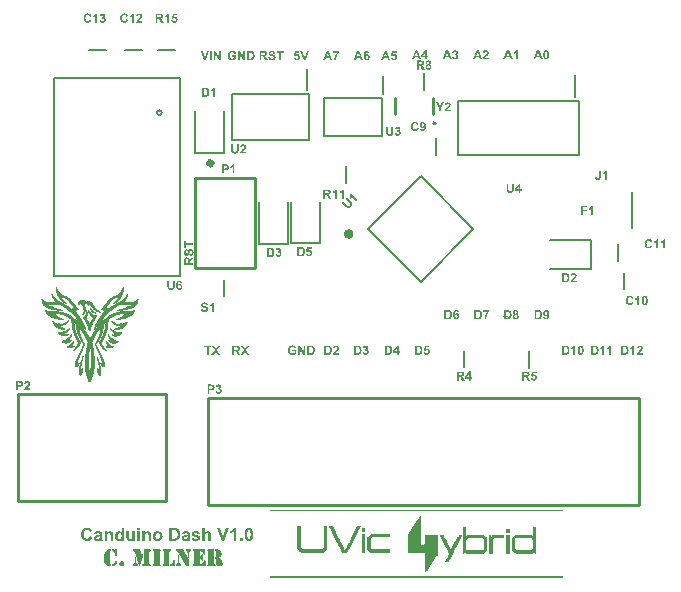
<source format=gto>
G04*
G04 #@! TF.GenerationSoftware,Altium Limited,Altium Designer,19.0.10 (269)*
G04*
G04 Layer_Color=65535*
%FSLAX25Y25*%
%MOIN*%
G70*
G01*
G75*
%ADD10C,0.00600*%
%ADD11C,0.01968*%
%ADD12C,0.01575*%
%ADD13C,0.01000*%
%ADD14C,0.00787*%
%ADD15C,0.00065*%
%ADD16C,0.00043*%
G36*
X369259Y181131D02*
Y180955D01*
Y180779D01*
X271751D01*
Y180955D01*
Y181131D01*
Y181306D01*
X369259D01*
Y181131D01*
D02*
G37*
G36*
X303200Y174981D02*
Y174806D01*
Y174630D01*
Y174454D01*
Y174279D01*
Y174103D01*
Y173927D01*
X302146D01*
Y174103D01*
Y174279D01*
Y174454D01*
Y174630D01*
Y174806D01*
Y174981D01*
Y175157D01*
X303200D01*
Y174981D01*
D02*
G37*
G36*
X351515Y174630D02*
Y174454D01*
Y174279D01*
Y174103D01*
Y173927D01*
Y173751D01*
X350285D01*
Y173927D01*
Y174103D01*
Y174279D01*
Y174454D01*
Y174630D01*
Y174806D01*
X351515D01*
Y174630D01*
D02*
G37*
G36*
X360299Y175508D02*
Y175333D01*
Y175157D01*
Y174981D01*
Y174806D01*
Y174630D01*
Y174454D01*
Y174279D01*
Y174103D01*
Y173927D01*
Y173751D01*
Y173576D01*
Y173400D01*
Y173224D01*
Y173049D01*
Y172873D01*
Y172697D01*
Y172522D01*
Y172346D01*
Y172170D01*
Y171995D01*
Y171819D01*
Y171643D01*
Y171468D01*
Y171292D01*
Y171116D01*
Y170940D01*
Y170765D01*
Y170589D01*
Y170413D01*
Y170238D01*
Y170062D01*
Y169886D01*
Y169711D01*
Y169535D01*
Y169359D01*
Y169184D01*
Y169008D01*
Y168832D01*
Y168657D01*
Y168481D01*
Y168305D01*
Y168129D01*
Y167954D01*
Y167778D01*
Y167602D01*
Y167427D01*
Y167251D01*
Y167075D01*
Y166900D01*
Y166724D01*
X359772D01*
Y166900D01*
X359596D01*
Y167075D01*
X359245D01*
Y166900D01*
Y166724D01*
X353447D01*
Y166900D01*
X353272D01*
Y167075D01*
X352920D01*
Y167251D01*
X352744D01*
Y167427D01*
Y167602D01*
X352393D01*
Y167778D01*
X352217D01*
Y167954D01*
Y168129D01*
Y168305D01*
Y168481D01*
Y168657D01*
Y168832D01*
Y169008D01*
Y169184D01*
Y169359D01*
Y169535D01*
Y169711D01*
Y169886D01*
Y170062D01*
Y170238D01*
Y170413D01*
Y170589D01*
Y170765D01*
Y170940D01*
Y171116D01*
Y171292D01*
Y171468D01*
Y171643D01*
Y171819D01*
X352393D01*
Y171995D01*
X352569D01*
Y172170D01*
X352744D01*
Y172346D01*
X352920D01*
Y172522D01*
X353096D01*
Y172697D01*
X353272D01*
Y172873D01*
X358893D01*
Y172697D01*
X359245D01*
Y172873D01*
Y173049D01*
Y173224D01*
Y173400D01*
Y173576D01*
Y173751D01*
Y173927D01*
Y174103D01*
Y174279D01*
Y174454D01*
Y174630D01*
Y174806D01*
Y174981D01*
Y175157D01*
Y175333D01*
Y175508D01*
Y175684D01*
X360299D01*
Y175508D01*
D02*
G37*
G36*
X349582Y172697D02*
Y172522D01*
Y172346D01*
Y172170D01*
Y171995D01*
Y171819D01*
X346244D01*
Y171643D01*
X346068D01*
Y171468D01*
X345892D01*
Y171292D01*
Y171116D01*
Y170940D01*
Y170765D01*
Y170589D01*
Y170413D01*
Y170238D01*
Y170062D01*
Y169886D01*
Y169711D01*
Y169535D01*
Y169359D01*
Y169184D01*
Y169008D01*
Y168832D01*
Y168657D01*
Y168481D01*
Y168305D01*
Y168129D01*
Y167954D01*
Y167778D01*
Y167602D01*
Y167427D01*
Y167251D01*
Y167075D01*
Y166900D01*
Y166724D01*
X344663D01*
Y166900D01*
Y167075D01*
Y167251D01*
Y167427D01*
Y167602D01*
Y167778D01*
Y167954D01*
Y168129D01*
Y168305D01*
Y168481D01*
Y168657D01*
Y168832D01*
Y169008D01*
Y169184D01*
Y169359D01*
Y169535D01*
Y169711D01*
Y169886D01*
Y170062D01*
Y170238D01*
Y170413D01*
Y170589D01*
Y170765D01*
Y170940D01*
Y171116D01*
Y171292D01*
Y171468D01*
Y171643D01*
Y171819D01*
Y171995D01*
Y172170D01*
Y172346D01*
Y172522D01*
Y172697D01*
Y172873D01*
X345365D01*
Y172697D01*
X345717D01*
Y172873D01*
X349582D01*
Y172697D01*
D02*
G37*
G36*
X311633Y173049D02*
Y172873D01*
Y172697D01*
Y172522D01*
Y172346D01*
Y172170D01*
X305659D01*
Y172346D01*
X305484D01*
Y172170D01*
X305659D01*
Y171995D01*
X305132D01*
Y171819D01*
X305308D01*
Y171643D01*
X305132D01*
Y171468D01*
Y171292D01*
Y171116D01*
Y170940D01*
Y170765D01*
Y170589D01*
Y170413D01*
Y170238D01*
Y170062D01*
Y169886D01*
Y169711D01*
Y169535D01*
Y169359D01*
Y169184D01*
Y169008D01*
Y168832D01*
Y168657D01*
Y168481D01*
X305308D01*
Y168305D01*
X305484D01*
Y168129D01*
X311633D01*
Y167954D01*
Y167778D01*
Y167602D01*
Y167427D01*
Y167251D01*
Y167075D01*
X304957D01*
Y167251D01*
X304781D01*
Y167427D01*
X304605D01*
Y167602D01*
X304430D01*
Y167778D01*
X304254D01*
Y167954D01*
X304078D01*
Y168129D01*
Y168305D01*
Y168481D01*
Y168657D01*
Y168832D01*
Y169008D01*
Y169184D01*
Y169359D01*
Y169535D01*
Y169711D01*
Y169886D01*
Y170062D01*
Y170238D01*
Y170413D01*
Y170589D01*
Y170765D01*
Y170940D01*
Y171116D01*
Y171292D01*
Y171468D01*
Y171643D01*
Y171819D01*
Y171995D01*
Y172170D01*
X304254D01*
Y172346D01*
X304605D01*
Y172522D01*
Y172697D01*
X304781D01*
Y172873D01*
X304957D01*
Y173049D01*
X305132D01*
Y173224D01*
X311633D01*
Y173049D01*
D02*
G37*
G36*
X290726Y175860D02*
Y175684D01*
Y175508D01*
Y175333D01*
Y175157D01*
Y174981D01*
Y174806D01*
Y174630D01*
Y174454D01*
Y174279D01*
Y174103D01*
Y173927D01*
Y173751D01*
Y173576D01*
Y173400D01*
Y173224D01*
Y173049D01*
Y172873D01*
Y172697D01*
Y172522D01*
Y172346D01*
Y172170D01*
Y171995D01*
Y171819D01*
Y171643D01*
Y171468D01*
Y171292D01*
Y171116D01*
Y170940D01*
Y170765D01*
Y170589D01*
Y170413D01*
Y170238D01*
Y170062D01*
Y169886D01*
Y169711D01*
Y169535D01*
Y169359D01*
Y169184D01*
Y169008D01*
Y168832D01*
Y168657D01*
Y168481D01*
Y168305D01*
X290550D01*
Y168129D01*
Y167954D01*
X290374D01*
Y167778D01*
X290198D01*
Y167602D01*
X289847D01*
Y167427D01*
Y167251D01*
X289496D01*
Y167075D01*
X281765D01*
Y167251D01*
X281590D01*
Y167427D01*
X281414D01*
Y167602D01*
X281238D01*
Y167778D01*
X281063D01*
Y167954D01*
X280887D01*
Y168129D01*
X280711D01*
Y168305D01*
Y168481D01*
Y168657D01*
Y168832D01*
Y169008D01*
Y169184D01*
Y169359D01*
Y169535D01*
Y169711D01*
Y169886D01*
Y170062D01*
Y170238D01*
Y170413D01*
Y170589D01*
Y170765D01*
Y170940D01*
Y171116D01*
Y171292D01*
Y171468D01*
Y171643D01*
Y171819D01*
Y171995D01*
Y172170D01*
Y172346D01*
Y172522D01*
Y172697D01*
Y172873D01*
Y173049D01*
Y173224D01*
Y173400D01*
Y173576D01*
Y173751D01*
Y173927D01*
Y174103D01*
Y174279D01*
Y174454D01*
Y174630D01*
Y174806D01*
Y174981D01*
Y175157D01*
Y175333D01*
Y175508D01*
Y175684D01*
Y175860D01*
Y176035D01*
X281765D01*
Y175860D01*
Y175684D01*
Y175508D01*
Y175333D01*
Y175157D01*
Y174981D01*
Y174806D01*
Y174630D01*
Y174454D01*
Y174279D01*
Y174103D01*
Y173927D01*
Y173751D01*
Y173576D01*
Y173400D01*
Y173224D01*
Y173049D01*
Y172873D01*
Y172697D01*
Y172522D01*
Y172346D01*
Y172170D01*
Y171995D01*
Y171819D01*
Y171643D01*
Y171468D01*
Y171292D01*
Y171116D01*
Y170940D01*
Y170765D01*
Y170589D01*
Y170413D01*
Y170238D01*
Y170062D01*
Y169886D01*
Y169711D01*
Y169535D01*
Y169359D01*
Y169184D01*
Y169008D01*
Y168832D01*
Y168657D01*
X281941D01*
Y168481D01*
X282117D01*
Y168305D01*
Y168129D01*
X289144D01*
Y168305D01*
X289320D01*
Y168129D01*
X289496D01*
Y168305D01*
X289320D01*
Y168481D01*
X289496D01*
Y168657D01*
Y168832D01*
Y169008D01*
Y169184D01*
Y169359D01*
Y169535D01*
Y169711D01*
Y169886D01*
Y170062D01*
Y170238D01*
Y170413D01*
Y170589D01*
Y170765D01*
Y170940D01*
Y171116D01*
Y171292D01*
Y171468D01*
Y171643D01*
Y171819D01*
Y171995D01*
Y172170D01*
Y172346D01*
Y172522D01*
Y172697D01*
Y172873D01*
Y173049D01*
Y173224D01*
Y173400D01*
Y173576D01*
Y173751D01*
Y173927D01*
Y174103D01*
Y174279D01*
Y174454D01*
Y174630D01*
Y174806D01*
Y174981D01*
Y175157D01*
Y175333D01*
Y175508D01*
Y175684D01*
Y175860D01*
Y176035D01*
X290726D01*
Y175860D01*
D02*
G37*
G36*
X335702Y172697D02*
X335527D01*
Y172522D01*
Y172346D01*
X335351D01*
Y172170D01*
Y171995D01*
X335175D01*
Y171819D01*
Y171643D01*
X335000D01*
Y171468D01*
Y171292D01*
X334824D01*
Y171116D01*
Y170940D01*
X334648D01*
Y170765D01*
Y170589D01*
X334473D01*
Y170413D01*
Y170238D01*
X334297D01*
Y170062D01*
Y169886D01*
X334121D01*
Y169711D01*
Y169535D01*
X333945D01*
Y169359D01*
Y169184D01*
X333770D01*
Y169008D01*
Y168832D01*
X333594D01*
Y168657D01*
Y168481D01*
X333418D01*
Y168305D01*
Y168129D01*
X333243D01*
Y167954D01*
Y167778D01*
X333067D01*
Y167602D01*
Y167427D01*
X332716D01*
Y167251D01*
X332891D01*
Y167075D01*
X332716D01*
Y166900D01*
Y166724D01*
X332540D01*
Y166548D01*
Y166373D01*
X332364D01*
Y166197D01*
Y166021D01*
X332189D01*
Y165846D01*
Y165670D01*
X332013D01*
Y165494D01*
X331837D01*
Y165318D01*
Y165143D01*
Y164967D01*
X331662D01*
Y164791D01*
Y164616D01*
X331310D01*
Y164440D01*
Y164264D01*
Y164089D01*
Y163913D01*
X330256D01*
Y164089D01*
X330080D01*
Y163913D01*
X329905D01*
Y164089D01*
Y164264D01*
X330256D01*
Y164440D01*
Y164616D01*
Y164791D01*
Y164967D01*
X330432D01*
Y165143D01*
Y165318D01*
X330783D01*
Y165494D01*
X330607D01*
Y165670D01*
X330783D01*
Y165846D01*
Y166021D01*
X330959D01*
Y166197D01*
Y166373D01*
X331134D01*
Y166548D01*
Y166724D01*
Y166900D01*
Y167075D01*
X330959D01*
Y167251D01*
Y167427D01*
Y167602D01*
X330783D01*
Y167778D01*
X330607D01*
Y167954D01*
Y168129D01*
X330432D01*
Y168305D01*
Y168481D01*
Y168657D01*
X330256D01*
Y168832D01*
X330080D01*
Y169008D01*
Y169184D01*
X329905D01*
Y169359D01*
Y169535D01*
X329729D01*
Y169711D01*
Y169886D01*
X329553D01*
Y170062D01*
Y170238D01*
Y170413D01*
X329378D01*
Y170589D01*
X329202D01*
Y170765D01*
Y170940D01*
X329026D01*
Y171116D01*
Y171292D01*
Y171468D01*
X328851D01*
Y171643D01*
X328675D01*
Y171819D01*
Y171995D01*
X328499D01*
Y172170D01*
Y172346D01*
X328323D01*
Y172522D01*
Y172697D01*
X328148D01*
Y172873D01*
X329553D01*
Y172697D01*
Y172522D01*
X329729D01*
Y172346D01*
Y172170D01*
Y171995D01*
X329905D01*
Y171819D01*
X330080D01*
Y171643D01*
Y171468D01*
X330256D01*
Y171292D01*
Y171116D01*
X330432D01*
Y170940D01*
Y170765D01*
X330607D01*
Y170589D01*
Y170413D01*
X330783D01*
Y170238D01*
Y170062D01*
X330959D01*
Y169886D01*
Y169711D01*
X331134D01*
Y169535D01*
Y169359D01*
Y169184D01*
X331310D01*
Y169008D01*
X331486D01*
Y168832D01*
Y168657D01*
X331662D01*
Y168481D01*
Y168305D01*
X331837D01*
Y168129D01*
Y167954D01*
X332013D01*
Y168129D01*
X332189D01*
Y168305D01*
X332013D01*
Y168481D01*
X332189D01*
Y168657D01*
Y168832D01*
X332364D01*
Y169008D01*
Y169184D01*
X332540D01*
Y169359D01*
Y169535D01*
X332716D01*
Y169711D01*
Y169886D01*
X333067D01*
Y170062D01*
Y170238D01*
Y170413D01*
Y170589D01*
X333243D01*
Y170765D01*
Y170940D01*
X333594D01*
Y171116D01*
X333418D01*
Y171292D01*
X333594D01*
Y171468D01*
Y171643D01*
X333770D01*
Y171819D01*
Y171995D01*
X333945D01*
Y172170D01*
Y172346D01*
X334121D01*
Y172522D01*
Y172697D01*
X334473D01*
Y172873D01*
X335702D01*
Y172697D01*
D02*
G37*
G36*
X301970Y175860D02*
X301794D01*
Y175684D01*
X301618D01*
Y175508D01*
Y175333D01*
Y175157D01*
X301443D01*
Y174981D01*
Y174806D01*
X301267D01*
Y174630D01*
Y174454D01*
X301091D01*
Y174279D01*
Y174103D01*
X300916D01*
Y173927D01*
Y173751D01*
X300740D01*
Y173576D01*
Y173400D01*
X300564D01*
Y173224D01*
Y173049D01*
X300389D01*
Y172873D01*
X300213D01*
Y172697D01*
Y172522D01*
Y172346D01*
X300037D01*
Y172170D01*
Y171995D01*
X299862D01*
Y171819D01*
Y171643D01*
X299686D01*
Y171468D01*
Y171292D01*
X299510D01*
Y171116D01*
Y170940D01*
X299334D01*
Y170765D01*
Y170589D01*
X299159D01*
Y170413D01*
Y170238D01*
X298983D01*
Y170062D01*
X298807D01*
Y169886D01*
Y169711D01*
Y169535D01*
X298632D01*
Y169359D01*
Y169184D01*
X298456D01*
Y169008D01*
Y168832D01*
X298280D01*
Y168657D01*
Y168481D01*
X298105D01*
Y168305D01*
Y168129D01*
X297929D01*
Y167954D01*
Y167778D01*
X297753D01*
Y167602D01*
Y167427D01*
X297578D01*
Y167251D01*
X297402D01*
Y167075D01*
X295469D01*
Y167251D01*
X295645D01*
Y167427D01*
X295293D01*
Y167602D01*
Y167778D01*
X295118D01*
Y167954D01*
Y168129D01*
Y168305D01*
X294942D01*
Y168481D01*
X294766D01*
Y168657D01*
Y168832D01*
X294591D01*
Y169008D01*
Y169184D01*
X294415D01*
Y169359D01*
Y169535D01*
X294239D01*
Y169711D01*
Y169886D01*
X294064D01*
Y170062D01*
X294239D01*
Y170238D01*
X293888D01*
Y170413D01*
Y170589D01*
X293712D01*
Y170765D01*
Y170940D01*
Y171116D01*
X293537D01*
Y171292D01*
X293361D01*
Y171468D01*
Y171643D01*
X293185D01*
Y171819D01*
Y171995D01*
X293010D01*
Y172170D01*
Y172346D01*
X292834D01*
Y172522D01*
Y172697D01*
X292658D01*
Y172873D01*
X292834D01*
Y173049D01*
X292482D01*
Y173224D01*
Y173400D01*
X292307D01*
Y173576D01*
Y173751D01*
Y173927D01*
X292131D01*
Y174103D01*
X291955D01*
Y174279D01*
Y174454D01*
X291780D01*
Y174630D01*
Y174806D01*
X291604D01*
Y174981D01*
Y175157D01*
X291428D01*
Y175333D01*
Y175508D01*
X291253D01*
Y175684D01*
X291428D01*
Y175860D01*
X291077D01*
Y176035D01*
X292482D01*
Y175860D01*
X292658D01*
Y175684D01*
Y175508D01*
X292834D01*
Y175333D01*
Y175157D01*
X293010D01*
Y174981D01*
Y174806D01*
X293185D01*
Y174630D01*
Y174454D01*
X293361D01*
Y174279D01*
Y174103D01*
X293537D01*
Y173927D01*
Y173751D01*
Y173576D01*
X293712D01*
Y173400D01*
X293888D01*
Y173224D01*
Y173049D01*
X294064D01*
Y172873D01*
Y172697D01*
X294239D01*
Y172522D01*
Y172346D01*
X294415D01*
Y172170D01*
X294239D01*
Y171995D01*
X294591D01*
Y171819D01*
Y171643D01*
X294766D01*
Y171468D01*
Y171292D01*
X294942D01*
Y171116D01*
Y170940D01*
Y170765D01*
X295118D01*
Y170589D01*
X295293D01*
Y170413D01*
Y170238D01*
X295469D01*
Y170062D01*
Y169886D01*
X295645D01*
Y169711D01*
Y169535D01*
X295821D01*
Y169359D01*
Y169184D01*
X295996D01*
Y169008D01*
Y168832D01*
X296172D01*
Y168657D01*
Y168481D01*
X296348D01*
Y168305D01*
Y168129D01*
Y167954D01*
X296699D01*
Y168129D01*
Y168305D01*
X296875D01*
Y168481D01*
X297050D01*
Y168657D01*
X297226D01*
Y168832D01*
X297050D01*
Y169008D01*
X297226D01*
Y169184D01*
Y169359D01*
X297402D01*
Y169535D01*
Y169711D01*
X297578D01*
Y169886D01*
Y170062D01*
X297753D01*
Y170238D01*
Y170413D01*
X298105D01*
Y170589D01*
X297929D01*
Y170765D01*
X298105D01*
Y170940D01*
Y171116D01*
X298280D01*
Y171292D01*
X298456D01*
Y171468D01*
X298632D01*
Y171643D01*
X298456D01*
Y171819D01*
X298632D01*
Y171995D01*
Y172170D01*
X298807D01*
Y172346D01*
Y172522D01*
X298983D01*
Y172697D01*
Y172873D01*
X299159D01*
Y173049D01*
Y173224D01*
X299510D01*
Y173400D01*
X299334D01*
Y173576D01*
X299510D01*
Y173751D01*
Y173927D01*
X299686D01*
Y174103D01*
X299862D01*
Y174279D01*
X300037D01*
Y174454D01*
X299862D01*
Y174630D01*
X300037D01*
Y174806D01*
Y174981D01*
X300213D01*
Y175157D01*
Y175333D01*
X300389D01*
Y175508D01*
Y175684D01*
X300564D01*
Y175860D01*
Y176035D01*
X301970D01*
Y175860D01*
D02*
G37*
G36*
X303200Y173049D02*
Y172873D01*
Y172697D01*
Y172522D01*
Y172346D01*
Y172170D01*
Y171995D01*
Y171819D01*
Y171643D01*
Y171468D01*
Y171292D01*
Y171116D01*
Y170940D01*
Y170765D01*
Y170589D01*
Y170413D01*
Y170238D01*
Y170062D01*
Y169886D01*
Y169711D01*
Y169535D01*
Y169359D01*
Y169184D01*
Y169008D01*
Y168832D01*
Y168657D01*
Y168481D01*
Y168305D01*
Y168129D01*
Y167954D01*
Y167778D01*
Y167602D01*
Y167427D01*
Y167251D01*
Y167075D01*
X302146D01*
Y167251D01*
Y167427D01*
Y167602D01*
Y167778D01*
Y167954D01*
Y168129D01*
Y168305D01*
Y168481D01*
Y168657D01*
Y168832D01*
Y169008D01*
Y169184D01*
Y169359D01*
Y169535D01*
Y169711D01*
Y169886D01*
Y170062D01*
Y170238D01*
Y170413D01*
Y170589D01*
Y170765D01*
Y170940D01*
Y171116D01*
Y171292D01*
Y171468D01*
Y171643D01*
Y171819D01*
Y171995D01*
Y172170D01*
Y172346D01*
Y172522D01*
Y172697D01*
Y172873D01*
Y173049D01*
Y173224D01*
X303200D01*
Y173049D01*
D02*
G37*
G36*
X351515Y172697D02*
Y172522D01*
Y172346D01*
Y172170D01*
Y171995D01*
Y171819D01*
Y171643D01*
Y171468D01*
Y171292D01*
Y171116D01*
Y170940D01*
Y170765D01*
Y170589D01*
Y170413D01*
Y170238D01*
Y170062D01*
Y169886D01*
Y169711D01*
Y169535D01*
Y169359D01*
Y169184D01*
Y169008D01*
Y168832D01*
Y168657D01*
Y168481D01*
Y168305D01*
Y168129D01*
Y167954D01*
Y167778D01*
Y167602D01*
Y167427D01*
Y167251D01*
Y167075D01*
Y166900D01*
Y166724D01*
X350285D01*
Y166900D01*
Y167075D01*
Y167251D01*
Y167427D01*
Y167602D01*
Y167778D01*
Y167954D01*
Y168129D01*
Y168305D01*
Y168481D01*
Y168657D01*
Y168832D01*
Y169008D01*
Y169184D01*
Y169359D01*
Y169535D01*
Y169711D01*
Y169886D01*
Y170062D01*
Y170238D01*
Y170413D01*
Y170589D01*
Y170765D01*
Y170940D01*
Y171116D01*
Y171292D01*
Y171468D01*
Y171643D01*
Y171819D01*
Y171995D01*
Y172170D01*
Y172346D01*
Y172522D01*
Y172697D01*
Y172873D01*
X351515D01*
Y172697D01*
D02*
G37*
G36*
X336932Y175508D02*
Y175333D01*
Y175157D01*
Y174981D01*
Y174806D01*
Y174630D01*
Y174454D01*
Y174279D01*
Y174103D01*
Y173927D01*
Y173751D01*
Y173576D01*
Y173400D01*
Y173224D01*
Y173049D01*
Y172873D01*
Y172697D01*
X337108D01*
Y172873D01*
X342906D01*
Y172697D01*
X343081D01*
Y172522D01*
X343257D01*
Y172346D01*
X343433D01*
Y172170D01*
Y171995D01*
X343608D01*
Y172170D01*
X343784D01*
Y171995D01*
Y171819D01*
X343960D01*
Y171643D01*
Y171468D01*
Y171292D01*
Y171116D01*
Y170940D01*
Y170765D01*
Y170589D01*
Y170413D01*
Y170238D01*
Y170062D01*
Y169886D01*
Y169711D01*
Y169535D01*
Y169359D01*
Y169184D01*
Y169008D01*
Y168832D01*
Y168657D01*
Y168481D01*
Y168305D01*
Y168129D01*
Y167954D01*
Y167778D01*
X343784D01*
Y167602D01*
X343608D01*
Y167427D01*
X343433D01*
Y167251D01*
X343257D01*
Y167075D01*
X342906D01*
Y166900D01*
Y166724D01*
X336932D01*
Y166900D01*
X336756D01*
Y167075D01*
X336581D01*
Y166900D01*
X336405D01*
Y166724D01*
X335878D01*
Y166900D01*
Y167075D01*
Y167251D01*
Y167427D01*
Y167602D01*
Y167778D01*
Y167954D01*
Y168129D01*
Y168305D01*
Y168481D01*
Y168657D01*
Y168832D01*
Y169008D01*
Y169184D01*
Y169359D01*
Y169535D01*
Y169711D01*
Y169886D01*
Y170062D01*
Y170238D01*
Y170413D01*
Y170589D01*
Y170765D01*
Y170940D01*
Y171116D01*
Y171292D01*
Y171468D01*
Y171643D01*
Y171819D01*
Y171995D01*
Y172170D01*
Y172346D01*
Y172522D01*
Y172697D01*
Y172873D01*
Y173049D01*
Y173224D01*
Y173400D01*
Y173576D01*
Y173751D01*
Y173927D01*
Y174103D01*
Y174279D01*
Y174454D01*
Y174630D01*
Y174806D01*
Y174981D01*
Y175157D01*
Y175333D01*
Y175508D01*
Y175684D01*
X336932D01*
Y175508D01*
D02*
G37*
G36*
X321823Y179198D02*
Y179022D01*
Y178847D01*
Y178671D01*
Y178495D01*
Y178320D01*
Y178144D01*
Y177968D01*
Y177792D01*
Y177617D01*
Y177441D01*
Y177265D01*
Y177090D01*
Y176914D01*
Y176738D01*
Y176563D01*
Y176387D01*
Y176211D01*
Y176035D01*
Y175860D01*
Y175684D01*
Y175508D01*
Y175333D01*
Y175157D01*
Y174981D01*
Y174806D01*
Y174630D01*
Y174454D01*
Y174279D01*
Y174103D01*
Y173927D01*
Y173751D01*
Y173576D01*
Y173400D01*
Y173224D01*
Y173049D01*
Y172873D01*
Y172697D01*
Y172522D01*
Y172346D01*
Y172170D01*
Y171995D01*
Y171819D01*
Y171643D01*
Y171468D01*
Y171292D01*
Y171116D01*
Y170940D01*
Y170765D01*
Y170589D01*
Y170413D01*
Y170238D01*
Y170062D01*
Y169886D01*
Y169711D01*
X323053D01*
Y169886D01*
X323228D01*
Y170062D01*
Y170238D01*
Y170413D01*
Y170589D01*
Y170765D01*
Y170940D01*
Y171116D01*
Y171292D01*
Y171468D01*
Y171643D01*
Y171819D01*
Y171995D01*
Y172170D01*
Y172346D01*
Y172522D01*
Y172697D01*
Y172873D01*
X327445D01*
Y172697D01*
Y172522D01*
Y172346D01*
Y172170D01*
Y171995D01*
Y171819D01*
Y171643D01*
Y171468D01*
Y171292D01*
Y171116D01*
Y170940D01*
Y170765D01*
Y170589D01*
Y170413D01*
Y170238D01*
Y170062D01*
Y169886D01*
Y169711D01*
Y169535D01*
Y169359D01*
Y169184D01*
Y169008D01*
Y168832D01*
Y168657D01*
Y168481D01*
Y168305D01*
Y168129D01*
Y167954D01*
Y167778D01*
Y167602D01*
Y167427D01*
Y167251D01*
Y167075D01*
Y166900D01*
Y166724D01*
Y166548D01*
Y166373D01*
Y166197D01*
Y166021D01*
X327269D01*
Y165846D01*
X326918D01*
Y165670D01*
Y165494D01*
X326742D01*
Y165318D01*
Y165143D01*
X326567D01*
Y164967D01*
X326391D01*
Y164791D01*
Y164616D01*
X326215D01*
Y164440D01*
Y164264D01*
X326039D01*
Y164089D01*
X325864D01*
Y163913D01*
X325688D01*
Y163737D01*
Y163561D01*
Y163386D01*
X325337D01*
Y163210D01*
X325161D01*
Y163034D01*
Y162859D01*
X324985D01*
Y162683D01*
X324810D01*
Y162507D01*
Y162332D01*
X324634D01*
Y162156D01*
X324458D01*
Y161980D01*
Y161805D01*
Y161629D01*
X324107D01*
Y161453D01*
Y161277D01*
Y161102D01*
X323755D01*
Y160926D01*
Y160750D01*
X323580D01*
Y160575D01*
X323404D01*
Y160399D01*
Y160223D01*
Y160048D01*
X323228D01*
Y160223D01*
Y160399D01*
Y160575D01*
Y160750D01*
Y160926D01*
Y161102D01*
Y161277D01*
Y161453D01*
Y161629D01*
Y161805D01*
Y161980D01*
Y162156D01*
Y162332D01*
Y162507D01*
Y162683D01*
Y162859D01*
Y163034D01*
Y163210D01*
Y163386D01*
Y163561D01*
Y163737D01*
Y163913D01*
Y164089D01*
Y164264D01*
Y164440D01*
Y164616D01*
Y164791D01*
Y164967D01*
Y165143D01*
Y165318D01*
Y165494D01*
Y165670D01*
Y165846D01*
Y166021D01*
Y166197D01*
Y166373D01*
Y166548D01*
Y166724D01*
Y166900D01*
X317606D01*
Y167075D01*
Y167251D01*
Y167427D01*
Y167602D01*
Y167778D01*
Y167954D01*
Y168129D01*
Y168305D01*
Y168481D01*
Y168657D01*
Y168832D01*
Y169008D01*
Y169184D01*
Y169359D01*
Y169535D01*
Y169711D01*
Y169886D01*
Y170062D01*
Y170238D01*
Y170413D01*
Y170589D01*
Y170765D01*
Y170940D01*
Y171116D01*
Y171292D01*
Y171468D01*
Y171643D01*
Y171819D01*
Y171995D01*
Y172170D01*
Y172346D01*
Y172522D01*
Y172697D01*
Y172873D01*
Y173049D01*
Y173224D01*
Y173400D01*
X317782D01*
Y173576D01*
Y173751D01*
X317958D01*
Y173927D01*
X318133D01*
Y174103D01*
Y174279D01*
X318485D01*
Y174454D01*
X318660D01*
Y174630D01*
Y174806D01*
X318836D01*
Y174981D01*
Y175157D01*
X319012D01*
Y175333D01*
Y175508D01*
X319187D01*
Y175684D01*
X319363D01*
Y175860D01*
Y176035D01*
X319714D01*
Y176211D01*
Y176387D01*
Y176563D01*
X319890D01*
Y176738D01*
X320066D01*
Y176914D01*
X320242D01*
Y177090D01*
Y177265D01*
X320417D01*
Y177441D01*
Y177617D01*
X320593D01*
Y177792D01*
X320769D01*
Y177968D01*
X320944D01*
Y178144D01*
Y178320D01*
X321120D01*
Y178495D01*
Y178671D01*
X321296D01*
Y178847D01*
X321472D01*
Y179022D01*
Y179198D01*
X321647D01*
Y179374D01*
X321823D01*
Y179198D01*
D02*
G37*
G36*
X369259Y158993D02*
Y158818D01*
Y158642D01*
X271751D01*
Y158818D01*
Y158993D01*
Y159169D01*
X369259D01*
Y158993D01*
D02*
G37*
G36*
X243550Y270155D02*
X246063D01*
Y269543D01*
X243550D01*
Y268647D01*
X243039D01*
Y271046D01*
X243550D01*
Y270155D01*
D02*
G37*
G36*
X245250Y268337D02*
X245281Y268332D01*
X245342Y268323D01*
X245421Y268306D01*
X245504Y268280D01*
X245587Y268240D01*
X245674Y268192D01*
X245678D01*
X245683Y268184D01*
X245709Y268166D01*
X245753Y268131D01*
X245801Y268088D01*
X245858Y268031D01*
X245910Y267956D01*
X245963Y267878D01*
X246011Y267782D01*
Y267777D01*
X246015Y267769D01*
X246019Y267755D01*
X246028Y267734D01*
X246037Y267707D01*
X246045Y267677D01*
X246054Y267642D01*
X246063Y267602D01*
X246076Y267554D01*
X246085Y267506D01*
X246102Y267393D01*
X246115Y267266D01*
X246120Y267126D01*
Y267069D01*
X246115Y267030D01*
X246111Y266982D01*
X246107Y266930D01*
X246098Y266868D01*
X246085Y266803D01*
X246054Y266659D01*
X246032Y266584D01*
X246011Y266514D01*
X245980Y266440D01*
X245945Y266370D01*
X245906Y266305D01*
X245858Y266243D01*
X245853Y266239D01*
X245845Y266230D01*
X245831Y266213D01*
X245810Y266195D01*
X245779Y266169D01*
X245744Y266143D01*
X245705Y266112D01*
X245661Y266082D01*
X245608Y266051D01*
X245552Y266020D01*
X245486Y265990D01*
X245416Y265959D01*
X245342Y265937D01*
X245259Y265911D01*
X245171Y265894D01*
X245080Y265881D01*
X245023Y266475D01*
X245027D01*
X245036Y266479D01*
X245054D01*
X245071Y266484D01*
X245123Y266501D01*
X245189Y266523D01*
X245263Y266549D01*
X245338Y266589D01*
X245403Y266632D01*
X245464Y266689D01*
X245469Y266698D01*
X245486Y266720D01*
X245508Y266755D01*
X245534Y266807D01*
X245560Y266873D01*
X245582Y266947D01*
X245600Y267034D01*
X245604Y267135D01*
Y267183D01*
X245595Y267235D01*
X245587Y267301D01*
X245573Y267371D01*
X245552Y267445D01*
X245521Y267515D01*
X245482Y267576D01*
X245477Y267585D01*
X245460Y267602D01*
X245434Y267624D01*
X245399Y267655D01*
X245355Y267681D01*
X245303Y267707D01*
X245250Y267725D01*
X245189Y267729D01*
X245185D01*
X245171D01*
X245150Y267725D01*
X245123Y267721D01*
X245097Y267712D01*
X245067Y267703D01*
X245036Y267686D01*
X245005Y267664D01*
X245001Y267659D01*
X244992Y267651D01*
X244979Y267637D01*
X244962Y267616D01*
X244940Y267585D01*
X244918Y267546D01*
X244896Y267502D01*
X244874Y267445D01*
Y267441D01*
X244866Y267423D01*
X244857Y267393D01*
X244848Y267371D01*
X244844Y267345D01*
X244835Y267314D01*
X244822Y267279D01*
X244813Y267240D01*
X244800Y267196D01*
X244787Y267144D01*
X244774Y267087D01*
X244756Y267026D01*
X244739Y266956D01*
Y266951D01*
X244735Y266934D01*
X244726Y266908D01*
X244717Y266877D01*
X244704Y266838D01*
X244691Y266790D01*
X244673Y266742D01*
X244656Y266685D01*
X244612Y266571D01*
X244560Y266462D01*
X244533Y266405D01*
X244503Y266357D01*
X244472Y266309D01*
X244442Y266270D01*
X244437Y266265D01*
X244429Y266256D01*
X244415Y266243D01*
X244398Y266226D01*
X244372Y266204D01*
X244341Y266182D01*
X244311Y266156D01*
X244271Y266134D01*
X244180Y266082D01*
X244075Y266038D01*
X244018Y266020D01*
X243961Y266007D01*
X243896Y265999D01*
X243830Y265994D01*
X243826D01*
X243821D01*
X243808D01*
X243791D01*
X243747Y266003D01*
X243690Y266012D01*
X243624Y266025D01*
X243550Y266047D01*
X243472Y266077D01*
X243397Y266121D01*
X243393D01*
X243389Y266125D01*
X243362Y266147D01*
X243327Y266174D01*
X243284Y266217D01*
X243236Y266270D01*
X243183Y266335D01*
X243135Y266409D01*
X243091Y266497D01*
Y266501D01*
X243087Y266510D01*
X243083Y266523D01*
X243074Y266541D01*
X243065Y266567D01*
X243056Y266593D01*
X243048Y266628D01*
X243035Y266667D01*
X243017Y266755D01*
X243000Y266855D01*
X242986Y266969D01*
X242982Y267096D01*
Y267148D01*
X242986Y267187D01*
X242991Y267235D01*
X242995Y267292D01*
X243004Y267349D01*
X243013Y267415D01*
X243043Y267554D01*
X243065Y267624D01*
X243087Y267694D01*
X243118Y267764D01*
X243153Y267830D01*
X243192Y267891D01*
X243236Y267948D01*
X243240Y267952D01*
X243249Y267961D01*
X243262Y267974D01*
X243279Y267991D01*
X243305Y268013D01*
X243336Y268039D01*
X243371Y268066D01*
X243410Y268096D01*
X243459Y268123D01*
X243507Y268149D01*
X243563Y268175D01*
X243624Y268197D01*
X243686Y268219D01*
X243756Y268236D01*
X243826Y268249D01*
X243904Y268254D01*
X243926Y267642D01*
X243922D01*
X243917D01*
X243887Y267633D01*
X243847Y267624D01*
X243799Y267607D01*
X243742Y267585D01*
X243690Y267554D01*
X243638Y267515D01*
X243594Y267471D01*
X243590Y267467D01*
X243577Y267449D01*
X243559Y267419D01*
X243542Y267375D01*
X243524Y267323D01*
X243507Y267257D01*
X243493Y267179D01*
X243489Y267087D01*
Y267043D01*
X243493Y266995D01*
X243502Y266938D01*
X243515Y266873D01*
X243537Y266803D01*
X243563Y266737D01*
X243603Y266676D01*
X243607Y266672D01*
X243616Y266663D01*
X243629Y266645D01*
X243651Y266628D01*
X243677Y266611D01*
X243712Y266593D01*
X243747Y266584D01*
X243791Y266580D01*
X243795D01*
X243808D01*
X243830Y266584D01*
X243852Y266593D01*
X243882Y266602D01*
X243913Y266615D01*
X243944Y266637D01*
X243974Y266667D01*
X243979Y266672D01*
X243992Y266693D01*
X244000Y266707D01*
X244009Y266728D01*
X244022Y266750D01*
X244035Y266781D01*
X244048Y266816D01*
X244066Y266855D01*
X244083Y266903D01*
X244101Y266951D01*
X244118Y267013D01*
X244136Y267078D01*
X244153Y267148D01*
X244175Y267227D01*
Y267231D01*
X244180Y267249D01*
X244184Y267270D01*
X244193Y267301D01*
X244201Y267336D01*
X244215Y267380D01*
X244228Y267428D01*
X244241Y267476D01*
X244276Y267581D01*
X244311Y267690D01*
X244350Y267795D01*
X244372Y267839D01*
X244394Y267882D01*
Y267886D01*
X244398Y267891D01*
X244415Y267917D01*
X244442Y267956D01*
X244477Y268004D01*
X244520Y268057D01*
X244573Y268114D01*
X244634Y268171D01*
X244704Y268219D01*
X244713Y268223D01*
X244739Y268236D01*
X244778Y268258D01*
X244835Y268280D01*
X244905Y268302D01*
X244988Y268323D01*
X245080Y268337D01*
X245185Y268341D01*
X245189D01*
X245198D01*
X245211D01*
X245228D01*
X245250Y268337D01*
D02*
G37*
G36*
X246063Y264976D02*
X245408Y264539D01*
X245403Y264535D01*
X245390Y264530D01*
X245373Y264517D01*
X245351Y264500D01*
X245324Y264482D01*
X245289Y264460D01*
X245220Y264412D01*
X245141Y264356D01*
X245071Y264303D01*
X245005Y264255D01*
X244984Y264233D01*
X244962Y264216D01*
X244957Y264211D01*
X244949Y264203D01*
X244931Y264185D01*
X244909Y264163D01*
X244892Y264133D01*
X244870Y264102D01*
X244852Y264067D01*
X244835Y264032D01*
Y264028D01*
X244831Y264015D01*
X244822Y263993D01*
X244817Y263958D01*
X244809Y263914D01*
X244804Y263862D01*
X244800Y263801D01*
Y263604D01*
X246063D01*
Y262992D01*
X243039D01*
Y264356D01*
X243043Y264395D01*
Y264443D01*
X243048Y264491D01*
Y264548D01*
X243061Y264662D01*
X243074Y264779D01*
X243096Y264889D01*
X243109Y264937D01*
X243122Y264981D01*
Y264985D01*
X243126Y264989D01*
X243140Y265015D01*
X243161Y265055D01*
X243187Y265107D01*
X243231Y265164D01*
X243279Y265221D01*
X243340Y265278D01*
X243415Y265330D01*
X243419D01*
X243424Y265335D01*
X243437Y265343D01*
X243450Y265352D01*
X243493Y265374D01*
X243550Y265400D01*
X243620Y265422D01*
X243699Y265444D01*
X243791Y265461D01*
X243887Y265465D01*
X243891D01*
X243900D01*
X243922D01*
X243944Y265461D01*
X243974D01*
X244005Y265457D01*
X244083Y265439D01*
X244175Y265418D01*
X244267Y265383D01*
X244363Y265330D01*
X244407Y265300D01*
X244450Y265265D01*
X244455Y265260D01*
X244459Y265256D01*
X244472Y265243D01*
X244485Y265225D01*
X244503Y265208D01*
X244525Y265181D01*
X244547Y265151D01*
X244568Y265116D01*
X244595Y265077D01*
X244617Y265029D01*
X244638Y264981D01*
X244660Y264928D01*
X244682Y264867D01*
X244700Y264806D01*
X244717Y264740D01*
X244730Y264666D01*
Y264670D01*
X244735Y264675D01*
X244752Y264701D01*
X244774Y264736D01*
X244804Y264779D01*
X244844Y264832D01*
X244883Y264884D01*
X244931Y264941D01*
X244984Y264989D01*
X244988Y264994D01*
X245010Y265015D01*
X245045Y265042D01*
X245097Y265081D01*
X245163Y265133D01*
X245206Y265160D01*
X245250Y265190D01*
X245298Y265225D01*
X245351Y265260D01*
X245412Y265300D01*
X245473Y265339D01*
X246063Y265710D01*
Y264976D01*
D02*
G37*
G36*
X362482Y331496D02*
X361822D01*
X361560Y332182D01*
X360345D01*
X360096Y331496D01*
X359449D01*
X360620Y334520D01*
X361267D01*
X362482Y331496D01*
D02*
G37*
G36*
X363731Y334533D02*
X363766Y334529D01*
X363810Y334520D01*
X363854Y334511D01*
X363906Y334498D01*
X363963Y334481D01*
X364016Y334459D01*
X364072Y334437D01*
X364129Y334406D01*
X364186Y334367D01*
X364243Y334328D01*
X364295Y334280D01*
X364343Y334223D01*
X364348Y334219D01*
X364356Y334206D01*
X364369Y334184D01*
X364391Y334153D01*
X364413Y334109D01*
X364439Y334057D01*
X364466Y334000D01*
X364492Y333926D01*
X364518Y333847D01*
X364549Y333755D01*
X364570Y333655D01*
X364592Y333541D01*
X364614Y333419D01*
X364627Y333288D01*
X364636Y333144D01*
X364640Y332986D01*
Y332982D01*
Y332978D01*
Y332964D01*
Y332947D01*
Y332903D01*
X364636Y332846D01*
X364632Y332776D01*
X364623Y332693D01*
X364614Y332606D01*
X364605Y332510D01*
X364588Y332409D01*
X364566Y332305D01*
X364544Y332204D01*
X364514Y332103D01*
X364483Y332003D01*
X364439Y331911D01*
X364396Y331824D01*
X364343Y331750D01*
X364339Y331745D01*
X364330Y331736D01*
X364317Y331719D01*
X364300Y331701D01*
X364273Y331680D01*
X364243Y331653D01*
X364203Y331623D01*
X364164Y331597D01*
X364116Y331566D01*
X364068Y331535D01*
X364011Y331509D01*
X363950Y331487D01*
X363884Y331470D01*
X363810Y331452D01*
X363736Y331444D01*
X363657Y331439D01*
X363640D01*
X363613Y331444D01*
X363583D01*
X363548Y331448D01*
X363504Y331457D01*
X363456Y331466D01*
X363404Y331483D01*
X363347Y331500D01*
X363290Y331522D01*
X363229Y331549D01*
X363172Y331583D01*
X363111Y331618D01*
X363054Y331666D01*
X362997Y331715D01*
X362945Y331776D01*
X362941Y331780D01*
X362932Y331793D01*
X362919Y331815D01*
X362906Y331841D01*
X362884Y331881D01*
X362862Y331929D01*
X362836Y331990D01*
X362814Y332055D01*
X362788Y332134D01*
X362761Y332222D01*
X362739Y332322D01*
X362722Y332431D01*
X362704Y332554D01*
X362691Y332689D01*
X362683Y332833D01*
X362678Y332991D01*
Y332995D01*
Y332999D01*
Y333012D01*
Y333030D01*
Y333074D01*
X362683Y333130D01*
X362687Y333200D01*
X362696Y333283D01*
X362704Y333371D01*
X362713Y333467D01*
X362731Y333567D01*
X362748Y333668D01*
X362774Y333773D01*
X362801Y333873D01*
X362836Y333969D01*
X362875Y334061D01*
X362919Y334149D01*
X362971Y334223D01*
X362975Y334227D01*
X362984Y334236D01*
X362997Y334254D01*
X363019Y334271D01*
X363041Y334297D01*
X363071Y334324D01*
X363111Y334350D01*
X363150Y334380D01*
X363198Y334411D01*
X363246Y334437D01*
X363303Y334463D01*
X363364Y334489D01*
X363430Y334507D01*
X363504Y334524D01*
X363579Y334533D01*
X363657Y334538D01*
X363701D01*
X363731Y334533D01*
D02*
G37*
G36*
X354131Y331496D02*
X353549D01*
Y333685D01*
X353545Y333681D01*
X353536Y333672D01*
X353519Y333659D01*
X353492Y333637D01*
X353462Y333611D01*
X353427Y333585D01*
X353383Y333554D01*
X353335Y333519D01*
X353283Y333484D01*
X353226Y333449D01*
X353165Y333410D01*
X353099Y333375D01*
X352959Y333310D01*
X352802Y333248D01*
Y333773D01*
X352806D01*
X352811Y333777D01*
X352824Y333782D01*
X352841Y333786D01*
X352885Y333808D01*
X352946Y333834D01*
X353021Y333869D01*
X353104Y333917D01*
X353195Y333978D01*
X353292Y334048D01*
X353296Y334052D01*
X353305Y334057D01*
X353318Y334070D01*
X353335Y334087D01*
X353383Y334131D01*
X353436Y334188D01*
X353497Y334258D01*
X353558Y334345D01*
X353615Y334437D01*
X353659Y334538D01*
X354131D01*
Y331496D01*
D02*
G37*
G36*
X352452D02*
X351793D01*
X351530Y332182D01*
X350316D01*
X350066Y331496D01*
X349420D01*
X350591Y334520D01*
X351238D01*
X352452Y331496D01*
D02*
G37*
G36*
X343614Y334533D02*
X343653Y334529D01*
X343697Y334524D01*
X343745Y334516D01*
X343797Y334507D01*
X343911Y334476D01*
X344025Y334433D01*
X344086Y334406D01*
X344138Y334376D01*
X344195Y334337D01*
X344243Y334293D01*
X344247Y334289D01*
X344256Y334284D01*
X344265Y334267D01*
X344282Y334249D01*
X344304Y334227D01*
X344326Y334197D01*
X344348Y334166D01*
X344374Y334127D01*
X344418Y334039D01*
X344462Y333939D01*
X344479Y333882D01*
X344488Y333821D01*
X344496Y333755D01*
X344501Y333690D01*
Y333681D01*
Y333655D01*
X344496Y333615D01*
X344492Y333567D01*
X344483Y333506D01*
X344470Y333441D01*
X344453Y333371D01*
X344427Y333301D01*
X344422Y333292D01*
X344413Y333270D01*
X344396Y333231D01*
X344370Y333183D01*
X344339Y333126D01*
X344300Y333061D01*
X344252Y332991D01*
X344195Y332916D01*
X344191Y332912D01*
X344173Y332890D01*
X344147Y332859D01*
X344108Y332816D01*
X344055Y332763D01*
X343990Y332693D01*
X343911Y332619D01*
X343815Y332527D01*
X343810Y332523D01*
X343802Y332519D01*
X343789Y332505D01*
X343771Y332488D01*
X343723Y332444D01*
X343666Y332392D01*
X343609Y332335D01*
X343553Y332278D01*
X343500Y332230D01*
X343483Y332208D01*
X343465Y332191D01*
X343461Y332187D01*
X343452Y332178D01*
X343439Y332160D01*
X343422Y332138D01*
X343382Y332090D01*
X343347Y332034D01*
X344501D01*
Y331496D01*
X342469D01*
Y331500D01*
Y331509D01*
X342473Y331527D01*
X342478Y331549D01*
X342482Y331575D01*
X342486Y331605D01*
X342504Y331684D01*
X342530Y331771D01*
X342565Y331868D01*
X342609Y331972D01*
X342666Y332073D01*
Y332077D01*
X342674Y332086D01*
X342683Y332103D01*
X342701Y332121D01*
X342718Y332152D01*
X342744Y332182D01*
X342775Y332222D01*
X342810Y332265D01*
X342849Y332318D01*
X342897Y332370D01*
X342950Y332431D01*
X343011Y332497D01*
X343076Y332562D01*
X343151Y332637D01*
X343229Y332715D01*
X343317Y332798D01*
X343321Y332803D01*
X343334Y332816D01*
X343352Y332833D01*
X343378Y332859D01*
X343413Y332886D01*
X343448Y332921D01*
X343526Y332999D01*
X343605Y333082D01*
X343684Y333165D01*
X343719Y333200D01*
X343754Y333240D01*
X343780Y333270D01*
X343797Y333296D01*
X343802Y333305D01*
X343815Y333327D01*
X343837Y333362D01*
X343859Y333410D01*
X343880Y333463D01*
X343902Y333524D01*
X343915Y333585D01*
X343920Y333650D01*
Y333655D01*
Y333659D01*
Y333681D01*
X343915Y333720D01*
X343907Y333764D01*
X343894Y333812D01*
X343876Y333860D01*
X343850Y333908D01*
X343815Y333952D01*
X343810Y333956D01*
X343797Y333969D01*
X343771Y333987D01*
X343741Y334004D01*
X343697Y334022D01*
X343649Y334039D01*
X343592Y334052D01*
X343526Y334057D01*
X343496D01*
X343461Y334052D01*
X343422Y334044D01*
X343373Y334031D01*
X343325Y334009D01*
X343277Y333983D01*
X343234Y333948D01*
X343229Y333943D01*
X343216Y333926D01*
X343199Y333900D01*
X343181Y333860D01*
X343159Y333812D01*
X343142Y333747D01*
X343124Y333672D01*
X343116Y333585D01*
X342539Y333642D01*
Y333646D01*
X342543Y333664D01*
Y333685D01*
X342552Y333720D01*
X342556Y333760D01*
X342569Y333803D01*
X342583Y333852D01*
X342596Y333908D01*
X342639Y334017D01*
X342692Y334131D01*
X342727Y334188D01*
X342766Y334240D01*
X342810Y334284D01*
X342858Y334328D01*
X342862Y334332D01*
X342871Y334337D01*
X342884Y334345D01*
X342906Y334363D01*
X342932Y334376D01*
X342967Y334393D01*
X343002Y334415D01*
X343046Y334433D01*
X343094Y334455D01*
X343146Y334472D01*
X343260Y334507D01*
X343395Y334529D01*
X343465Y334533D01*
X343540Y334538D01*
X343583D01*
X343614Y334533D01*
D02*
G37*
G36*
X342347Y331496D02*
X341687D01*
X341424Y332182D01*
X340210D01*
X339961Y331496D01*
X339314D01*
X340485Y334520D01*
X341132D01*
X342347Y331496D01*
D02*
G37*
G36*
X333386Y334533D02*
X333425Y334529D01*
X333465Y334524D01*
X333513Y334516D01*
X333561Y334503D01*
X333670Y334472D01*
X333727Y334450D01*
X333788Y334420D01*
X333845Y334389D01*
X333897Y334354D01*
X333954Y334310D01*
X334002Y334262D01*
X334006Y334258D01*
X334011Y334254D01*
X334024Y334240D01*
X334037Y334223D01*
X334072Y334179D01*
X334111Y334118D01*
X334151Y334044D01*
X334181Y333956D01*
X334207Y333860D01*
X334212Y333812D01*
X334216Y333760D01*
Y333755D01*
Y333742D01*
X334212Y333720D01*
X334207Y333694D01*
X334203Y333659D01*
X334194Y333620D01*
X334181Y333576D01*
X334164Y333528D01*
X334138Y333480D01*
X334111Y333428D01*
X334076Y333375D01*
X334033Y333323D01*
X333980Y333270D01*
X333923Y333218D01*
X333858Y333170D01*
X333779Y333122D01*
X333784D01*
X333792Y333117D01*
X333805D01*
X333823Y333109D01*
X333871Y333096D01*
X333928Y333069D01*
X333993Y333034D01*
X334063Y332991D01*
X334133Y332934D01*
X334194Y332868D01*
X334203Y332859D01*
X334221Y332833D01*
X334242Y332794D01*
X334273Y332737D01*
X334304Y332672D01*
X334325Y332589D01*
X334343Y332501D01*
X334352Y332401D01*
Y332396D01*
Y332383D01*
Y332361D01*
X334347Y332335D01*
X334343Y332300D01*
X334334Y332261D01*
X334325Y332213D01*
X334317Y332165D01*
X334282Y332060D01*
X334256Y332003D01*
X334229Y331942D01*
X334194Y331885D01*
X334155Y331828D01*
X334111Y331771D01*
X334059Y331719D01*
X334054Y331715D01*
X334046Y331706D01*
X334028Y331693D01*
X334006Y331675D01*
X333976Y331653D01*
X333945Y331631D01*
X333902Y331605D01*
X333858Y331579D01*
X333810Y331553D01*
X333753Y331527D01*
X333692Y331505D01*
X333631Y331483D01*
X333561Y331466D01*
X333491Y331452D01*
X333412Y331444D01*
X333333Y331439D01*
X333294D01*
X333263Y331444D01*
X333228Y331448D01*
X333189Y331452D01*
X333145Y331461D01*
X333093Y331470D01*
X332988Y331496D01*
X332875Y331540D01*
X332813Y331566D01*
X332761Y331597D01*
X332704Y331636D01*
X332652Y331675D01*
X332647Y331680D01*
X332639Y331688D01*
X332626Y331701D01*
X332608Y331719D01*
X332586Y331741D01*
X332564Y331771D01*
X332538Y331802D01*
X332512Y331841D01*
X332486Y331885D01*
X332455Y331929D01*
X332407Y332034D01*
X332368Y332156D01*
X332350Y332222D01*
X332341Y332291D01*
X332901Y332361D01*
Y332357D01*
Y332353D01*
X332905Y332326D01*
X332914Y332287D01*
X332927Y332239D01*
X332949Y332187D01*
X332971Y332130D01*
X333006Y332077D01*
X333045Y332029D01*
X333049Y332025D01*
X333067Y332012D01*
X333093Y331994D01*
X333124Y331977D01*
X333167Y331955D01*
X333215Y331937D01*
X333268Y331924D01*
X333329Y331920D01*
X333338D01*
X333360Y331924D01*
X333390Y331929D01*
X333434Y331937D01*
X333482Y331955D01*
X333530Y331977D01*
X333582Y332012D01*
X333631Y332055D01*
X333635Y332060D01*
X333652Y332082D01*
X333670Y332112D01*
X333696Y332152D01*
X333718Y332204D01*
X333740Y332270D01*
X333753Y332344D01*
X333757Y332427D01*
Y332431D01*
Y332436D01*
Y332462D01*
X333753Y332501D01*
X333744Y332554D01*
X333727Y332610D01*
X333705Y332667D01*
X333674Y332724D01*
X333635Y332776D01*
X333631Y332781D01*
X333613Y332798D01*
X333587Y332820D01*
X333556Y332842D01*
X333513Y332868D01*
X333465Y332886D01*
X333412Y332903D01*
X333351Y332908D01*
X333307D01*
X333277Y332903D01*
X333237Y332899D01*
X333189Y332890D01*
X333141Y332877D01*
X333084Y332864D01*
X333145Y333331D01*
X333185D01*
X333228Y333336D01*
X333281Y333340D01*
X333338Y333353D01*
X333399Y333371D01*
X333456Y333397D01*
X333508Y333432D01*
X333513Y333436D01*
X333530Y333454D01*
X333548Y333476D01*
X333574Y333511D01*
X333596Y333550D01*
X333617Y333598D01*
X333631Y333655D01*
X333635Y333720D01*
Y333729D01*
Y333747D01*
X333631Y333773D01*
X333622Y333808D01*
X333613Y333847D01*
X333596Y333887D01*
X333574Y333930D01*
X333543Y333965D01*
X333539Y333969D01*
X333526Y333978D01*
X333508Y333996D01*
X333478Y334013D01*
X333443Y334026D01*
X333403Y334044D01*
X333351Y334052D01*
X333298Y334057D01*
X333272D01*
X333246Y334052D01*
X333211Y334044D01*
X333172Y334031D01*
X333128Y334013D01*
X333084Y333987D01*
X333045Y333952D01*
X333041Y333948D01*
X333028Y333934D01*
X333010Y333908D01*
X332988Y333873D01*
X332966Y333834D01*
X332949Y333782D01*
X332931Y333720D01*
X332918Y333650D01*
X332385Y333738D01*
Y333742D01*
X332389Y333751D01*
Y333764D01*
X332394Y333786D01*
X332407Y333834D01*
X332424Y333900D01*
X332451Y333969D01*
X332477Y334044D01*
X332512Y334114D01*
X332551Y334179D01*
X332556Y334188D01*
X332573Y334206D01*
X332599Y334236D01*
X332634Y334275D01*
X332678Y334315D01*
X332730Y334358D01*
X332796Y334402D01*
X332866Y334441D01*
X332870D01*
X332875Y334446D01*
X332901Y334455D01*
X332944Y334472D01*
X332997Y334489D01*
X333063Y334507D01*
X333141Y334524D01*
X333224Y334533D01*
X333316Y334538D01*
X333355D01*
X333386Y334533D01*
D02*
G37*
G36*
X332167Y331496D02*
X331507D01*
X331245Y332182D01*
X330030D01*
X329781Y331496D01*
X329134D01*
X330305Y334520D01*
X330952D01*
X332167Y331496D01*
D02*
G37*
G36*
X323870Y332610D02*
X324246D01*
Y332103D01*
X323870D01*
Y331496D01*
X323311D01*
Y332103D01*
X322070D01*
Y332606D01*
X323380Y334533D01*
X323870D01*
Y332610D01*
D02*
G37*
G36*
X321973Y331496D02*
X321314D01*
X321051Y332182D01*
X319836D01*
X319587Y331496D01*
X318941D01*
X320112Y334520D01*
X320759D01*
X321973Y331496D01*
D02*
G37*
G36*
X313801Y333684D02*
X312704D01*
X312612Y333169D01*
X312616D01*
X312621Y333173D01*
X312647Y333186D01*
X312686Y333199D01*
X312734Y333221D01*
X312795Y333239D01*
X312861Y333252D01*
X312935Y333265D01*
X313010Y333269D01*
X313049D01*
X313075Y333265D01*
X313106Y333260D01*
X313145Y333256D01*
X313189Y333247D01*
X313237Y333234D01*
X313337Y333199D01*
X313394Y333177D01*
X313447Y333151D01*
X313503Y333116D01*
X313560Y333077D01*
X313613Y333033D01*
X313665Y332985D01*
X313669Y332981D01*
X313678Y332972D01*
X313691Y332955D01*
X313709Y332933D01*
X313726Y332907D01*
X313753Y332872D01*
X313774Y332832D01*
X313801Y332788D01*
X313827Y332740D01*
X313849Y332684D01*
X313875Y332622D01*
X313892Y332561D01*
X313910Y332491D01*
X313923Y332417D01*
X313932Y332338D01*
X313936Y332255D01*
Y332251D01*
Y332238D01*
Y332220D01*
X313932Y332194D01*
Y332159D01*
X313923Y332120D01*
X313918Y332076D01*
X313910Y332032D01*
X313884Y331928D01*
X313844Y331814D01*
X313818Y331753D01*
X313792Y331696D01*
X313757Y331639D01*
X313718Y331582D01*
X313713Y331578D01*
X313704Y331565D01*
X313687Y331547D01*
X313665Y331521D01*
X313634Y331491D01*
X313595Y331456D01*
X313551Y331421D01*
X313503Y331386D01*
X313447Y331346D01*
X313385Y331311D01*
X313320Y331276D01*
X313246Y331246D01*
X313167Y331220D01*
X313084Y331202D01*
X312992Y331189D01*
X312896Y331185D01*
X312857D01*
X312826Y331189D01*
X312791Y331193D01*
X312747Y331198D01*
X312704Y331202D01*
X312651Y331211D01*
X312546Y331237D01*
X312428Y331281D01*
X312371Y331303D01*
X312315Y331333D01*
X312262Y331368D01*
X312210Y331408D01*
X312206Y331412D01*
X312197Y331416D01*
X312184Y331429D01*
X312166Y331447D01*
X312149Y331473D01*
X312123Y331499D01*
X312101Y331530D01*
X312074Y331565D01*
X312044Y331609D01*
X312018Y331652D01*
X311969Y331757D01*
X311926Y331875D01*
X311913Y331941D01*
X311900Y332011D01*
X312476Y332072D01*
Y332063D01*
X312481Y332041D01*
X312490Y332002D01*
X312503Y331958D01*
X312520Y331910D01*
X312546Y331858D01*
X312581Y331810D01*
X312621Y331762D01*
X312625Y331757D01*
X312643Y331744D01*
X312669Y331727D01*
X312704Y331705D01*
X312743Y331683D01*
X312791Y331665D01*
X312848Y331652D01*
X312905Y331648D01*
X312913D01*
X312935Y331652D01*
X312970Y331657D01*
X313014Y331665D01*
X313062Y331683D01*
X313114Y331709D01*
X313167Y331748D01*
X313215Y331797D01*
X313219Y331805D01*
X313237Y331823D01*
X313254Y331858D01*
X313281Y331910D01*
X313302Y331971D01*
X313324Y332046D01*
X313337Y332137D01*
X313342Y332242D01*
Y332247D01*
Y332255D01*
Y332269D01*
Y332290D01*
X313337Y332338D01*
X313324Y332400D01*
X313311Y332470D01*
X313289Y332539D01*
X313259Y332605D01*
X313215Y332662D01*
X313211Y332666D01*
X313193Y332684D01*
X313162Y332705D01*
X313128Y332736D01*
X313080Y332762D01*
X313023Y332784D01*
X312957Y332802D01*
X312887Y332806D01*
X312861D01*
X312843Y332802D01*
X312800Y332793D01*
X312739Y332780D01*
X312669Y332753D01*
X312594Y332714D01*
X312555Y332688D01*
X312516Y332657D01*
X312476Y332622D01*
X312437Y332583D01*
X311969Y332649D01*
X312267Y334226D01*
X313801D01*
Y333684D01*
D02*
G37*
G36*
X311694Y331241D02*
X311034D01*
X310772Y331928D01*
X309557D01*
X309308Y331241D01*
X308661D01*
X309833Y334266D01*
X310479D01*
X311694Y331241D01*
D02*
G37*
G36*
X303962Y334279D02*
X303993D01*
X304028Y334274D01*
X304107Y334257D01*
X304194Y334235D01*
X304290Y334200D01*
X304386Y334152D01*
X304430Y334121D01*
X304474Y334086D01*
X304478D01*
X304482Y334078D01*
X304496Y334065D01*
X304509Y334051D01*
X304531Y334030D01*
X304548Y334008D01*
X304596Y333946D01*
X304644Y333863D01*
X304692Y333767D01*
X304736Y333658D01*
X304767Y333527D01*
X304207Y333466D01*
Y333475D01*
X304203Y333492D01*
X304194Y333523D01*
X304185Y333562D01*
X304172Y333601D01*
X304150Y333645D01*
X304128Y333684D01*
X304098Y333719D01*
X304094Y333724D01*
X304080Y333732D01*
X304063Y333746D01*
X304037Y333763D01*
X304006Y333776D01*
X303967Y333789D01*
X303919Y333798D01*
X303871Y333802D01*
X303862D01*
X303840Y333798D01*
X303805Y333794D01*
X303761Y333781D01*
X303713Y333763D01*
X303661Y333732D01*
X303608Y333693D01*
X303560Y333636D01*
X303556Y333628D01*
X303547Y333619D01*
X303538Y333601D01*
X303530Y333584D01*
X303517Y333558D01*
X303508Y333527D01*
X303495Y333488D01*
X303477Y333444D01*
X303464Y333396D01*
X303451Y333339D01*
X303438Y333278D01*
X303425Y333208D01*
X303416Y333129D01*
X303407Y333042D01*
X303399Y332950D01*
X303403Y332955D01*
X303407Y332963D01*
X303420Y332972D01*
X303438Y332990D01*
X303460Y333011D01*
X303486Y333033D01*
X303547Y333081D01*
X303626Y333125D01*
X303718Y333169D01*
X303770Y333186D01*
X303822Y333195D01*
X303879Y333204D01*
X303941Y333208D01*
X303976D01*
X304002Y333204D01*
X304032Y333199D01*
X304067Y333195D01*
X304111Y333186D01*
X304155Y333173D01*
X304251Y333138D01*
X304303Y333116D01*
X304356Y333090D01*
X304408Y333059D01*
X304461Y333020D01*
X304513Y332976D01*
X304561Y332928D01*
X304565Y332924D01*
X304574Y332915D01*
X304587Y332902D01*
X304600Y332880D01*
X304622Y332850D01*
X304644Y332819D01*
X304666Y332780D01*
X304692Y332736D01*
X304718Y332688D01*
X304740Y332631D01*
X304762Y332574D01*
X304784Y332509D01*
X304797Y332443D01*
X304810Y332369D01*
X304819Y332295D01*
X304823Y332212D01*
Y332207D01*
Y332190D01*
Y332168D01*
X304819Y332133D01*
X304815Y332094D01*
X304810Y332050D01*
X304801Y331997D01*
X304788Y331945D01*
X304758Y331823D01*
X304736Y331762D01*
X304705Y331700D01*
X304675Y331639D01*
X304640Y331578D01*
X304596Y331517D01*
X304548Y331464D01*
X304544Y331460D01*
X304535Y331451D01*
X304522Y331438D01*
X304500Y331421D01*
X304474Y331399D01*
X304439Y331377D01*
X304404Y331351D01*
X304360Y331325D01*
X304312Y331298D01*
X304259Y331272D01*
X304203Y331250D01*
X304137Y331228D01*
X304072Y331211D01*
X304002Y331198D01*
X303927Y331189D01*
X303849Y331185D01*
X303827D01*
X303805Y331189D01*
X303774D01*
X303735Y331198D01*
X303687Y331202D01*
X303639Y331215D01*
X303582Y331228D01*
X303525Y331246D01*
X303464Y331272D01*
X303399Y331298D01*
X303338Y331333D01*
X303272Y331373D01*
X303211Y331421D01*
X303150Y331477D01*
X303093Y331539D01*
X303088Y331543D01*
X303080Y331556D01*
X303066Y331578D01*
X303049Y331609D01*
X303023Y331648D01*
X303001Y331696D01*
X302975Y331753D01*
X302948Y331818D01*
X302918Y331897D01*
X302892Y331980D01*
X302870Y332076D01*
X302848Y332185D01*
X302826Y332299D01*
X302813Y332426D01*
X302804Y332561D01*
X302800Y332710D01*
Y332714D01*
Y332719D01*
Y332732D01*
Y332745D01*
Y332788D01*
X302804Y332845D01*
X302809Y332915D01*
X302817Y332994D01*
X302826Y333081D01*
X302839Y333173D01*
X302852Y333269D01*
X302874Y333370D01*
X302901Y333470D01*
X302931Y333571D01*
X302966Y333663D01*
X303005Y333754D01*
X303053Y333837D01*
X303106Y333912D01*
X303110Y333916D01*
X303119Y333929D01*
X303136Y333946D01*
X303163Y333968D01*
X303193Y333999D01*
X303228Y334030D01*
X303272Y334065D01*
X303320Y334100D01*
X303377Y334130D01*
X303434Y334165D01*
X303503Y334196D01*
X303573Y334226D01*
X303648Y334248D01*
X303731Y334266D01*
X303814Y334279D01*
X303906Y334283D01*
X303941D01*
X303962Y334279D01*
D02*
G37*
G36*
X302603Y331241D02*
X301943D01*
X301681Y331928D01*
X300466D01*
X300217Y331241D01*
X299570D01*
X300742Y334266D01*
X301389D01*
X302603Y331241D01*
D02*
G37*
G36*
X294584Y333807D02*
X294579Y333802D01*
X294570Y333794D01*
X294557Y333781D01*
X294540Y333763D01*
X294518Y333737D01*
X294492Y333706D01*
X294461Y333671D01*
X294426Y333628D01*
X294391Y333579D01*
X294352Y333527D01*
X294308Y333470D01*
X294265Y333409D01*
X294221Y333339D01*
X294177Y333269D01*
X294129Y333190D01*
X294081Y333107D01*
X294077Y333103D01*
X294068Y333086D01*
X294055Y333064D01*
X294037Y333029D01*
X294020Y332990D01*
X293993Y332937D01*
X293967Y332880D01*
X293937Y332819D01*
X293906Y332749D01*
X293876Y332675D01*
X293841Y332596D01*
X293810Y332513D01*
X293749Y332334D01*
X293692Y332146D01*
Y332142D01*
X293688Y332124D01*
X293679Y332098D01*
X293670Y332059D01*
X293661Y332015D01*
X293653Y331967D01*
X293640Y331906D01*
X293626Y331845D01*
X293613Y331775D01*
X293605Y331705D01*
X293583Y331552D01*
X293570Y331395D01*
X293565Y331241D01*
X293006D01*
Y331250D01*
Y331268D01*
X293010Y331303D01*
Y331351D01*
X293015Y331408D01*
X293023Y331473D01*
X293032Y331552D01*
X293045Y331635D01*
X293058Y331727D01*
X293076Y331827D01*
X293098Y331932D01*
X293120Y332046D01*
X293150Y332159D01*
X293181Y332277D01*
X293220Y332395D01*
X293264Y332518D01*
X293268Y332526D01*
X293277Y332548D01*
X293290Y332583D01*
X293307Y332627D01*
X293334Y332684D01*
X293364Y332753D01*
X293399Y332828D01*
X293439Y332911D01*
X293482Y332998D01*
X293530Y333090D01*
X293583Y333190D01*
X293644Y333287D01*
X293771Y333492D01*
X293915Y333689D01*
X292600D01*
Y334226D01*
X294584D01*
Y333807D01*
D02*
G37*
G36*
X292403Y331241D02*
X291743D01*
X291481Y331928D01*
X290266D01*
X290017Y331241D01*
X289370D01*
X290541Y334266D01*
X291188D01*
X292403Y331241D01*
D02*
G37*
G36*
X283434D02*
X282774D01*
X281691Y334266D01*
X282351D01*
X283120Y332028D01*
X283858Y334266D01*
X284509D01*
X283434Y331241D01*
D02*
G37*
G36*
X281429Y333684D02*
X280332D01*
X280240Y333169D01*
X280244D01*
X280249Y333173D01*
X280275Y333186D01*
X280314Y333199D01*
X280362Y333221D01*
X280423Y333239D01*
X280489Y333252D01*
X280563Y333265D01*
X280638Y333269D01*
X280677D01*
X280703Y333265D01*
X280734Y333260D01*
X280773Y333256D01*
X280817Y333247D01*
X280865Y333234D01*
X280965Y333199D01*
X281022Y333177D01*
X281075Y333151D01*
X281131Y333116D01*
X281188Y333077D01*
X281241Y333033D01*
X281293Y332985D01*
X281297Y332981D01*
X281306Y332972D01*
X281319Y332955D01*
X281337Y332933D01*
X281354Y332907D01*
X281380Y332872D01*
X281402Y332832D01*
X281429Y332788D01*
X281455Y332740D01*
X281477Y332684D01*
X281503Y332622D01*
X281520Y332561D01*
X281538Y332491D01*
X281551Y332417D01*
X281560Y332338D01*
X281564Y332255D01*
Y332251D01*
Y332238D01*
Y332220D01*
X281560Y332194D01*
Y332159D01*
X281551Y332120D01*
X281546Y332076D01*
X281538Y332032D01*
X281511Y331928D01*
X281472Y331814D01*
X281446Y331753D01*
X281420Y331696D01*
X281385Y331639D01*
X281346Y331582D01*
X281341Y331578D01*
X281332Y331565D01*
X281315Y331547D01*
X281293Y331521D01*
X281262Y331491D01*
X281223Y331456D01*
X281179Y331421D01*
X281131Y331386D01*
X281075Y331346D01*
X281013Y331311D01*
X280948Y331276D01*
X280873Y331246D01*
X280795Y331220D01*
X280712Y331202D01*
X280620Y331189D01*
X280524Y331185D01*
X280485D01*
X280454Y331189D01*
X280419Y331193D01*
X280375Y331198D01*
X280332Y331202D01*
X280279Y331211D01*
X280174Y331237D01*
X280056Y331281D01*
X279999Y331303D01*
X279943Y331333D01*
X279890Y331368D01*
X279838Y331408D01*
X279834Y331412D01*
X279825Y331416D01*
X279812Y331429D01*
X279794Y331447D01*
X279777Y331473D01*
X279750Y331499D01*
X279729Y331530D01*
X279702Y331565D01*
X279672Y331609D01*
X279646Y331652D01*
X279597Y331757D01*
X279554Y331875D01*
X279541Y331941D01*
X279528Y332011D01*
X280104Y332072D01*
Y332063D01*
X280109Y332041D01*
X280118Y332002D01*
X280131Y331958D01*
X280148Y331910D01*
X280174Y331858D01*
X280209Y331810D01*
X280249Y331762D01*
X280253Y331757D01*
X280271Y331744D01*
X280297Y331727D01*
X280332Y331705D01*
X280371Y331683D01*
X280419Y331665D01*
X280476Y331652D01*
X280533Y331648D01*
X280541D01*
X280563Y331652D01*
X280598Y331657D01*
X280642Y331665D01*
X280690Y331683D01*
X280742Y331709D01*
X280795Y331748D01*
X280843Y331797D01*
X280847Y331805D01*
X280865Y331823D01*
X280882Y331858D01*
X280908Y331910D01*
X280930Y331971D01*
X280952Y332046D01*
X280965Y332137D01*
X280970Y332242D01*
Y332247D01*
Y332255D01*
Y332269D01*
Y332290D01*
X280965Y332338D01*
X280952Y332400D01*
X280939Y332470D01*
X280917Y332539D01*
X280887Y332605D01*
X280843Y332662D01*
X280839Y332666D01*
X280821Y332684D01*
X280790Y332705D01*
X280755Y332736D01*
X280708Y332762D01*
X280651Y332784D01*
X280585Y332802D01*
X280515Y332806D01*
X280489D01*
X280471Y332802D01*
X280428Y332793D01*
X280367Y332780D01*
X280297Y332753D01*
X280222Y332714D01*
X280183Y332688D01*
X280144Y332657D01*
X280104Y332622D01*
X280065Y332583D01*
X279597Y332649D01*
X279895Y334226D01*
X281429D01*
Y333684D01*
D02*
G37*
G36*
X272305Y334318D02*
X272354Y334314D01*
X272410Y334309D01*
X272467Y334300D01*
X272533Y334292D01*
X272673Y334261D01*
X272742Y334239D01*
X272812Y334218D01*
X272882Y334187D01*
X272948Y334152D01*
X273009Y334113D01*
X273066Y334069D01*
X273070Y334065D01*
X273079Y334056D01*
X273092Y334043D01*
X273110Y334025D01*
X273131Y333999D01*
X273158Y333968D01*
X273184Y333933D01*
X273214Y333894D01*
X273241Y333846D01*
X273267Y333798D01*
X273293Y333741D01*
X273315Y333680D01*
X273337Y333619D01*
X273354Y333549D01*
X273367Y333479D01*
X273372Y333400D01*
X272760Y333379D01*
Y333383D01*
Y333387D01*
X272751Y333418D01*
X272742Y333457D01*
X272725Y333505D01*
X272703Y333562D01*
X272673Y333614D01*
X272633Y333667D01*
X272589Y333711D01*
X272585Y333715D01*
X272568Y333728D01*
X272537Y333746D01*
X272493Y333763D01*
X272441Y333781D01*
X272375Y333798D01*
X272297Y333811D01*
X272205Y333816D01*
X272161D01*
X272113Y333811D01*
X272056Y333802D01*
X271991Y333789D01*
X271921Y333767D01*
X271855Y333741D01*
X271794Y333702D01*
X271790Y333698D01*
X271781Y333689D01*
X271764Y333676D01*
X271746Y333654D01*
X271729Y333628D01*
X271711Y333593D01*
X271702Y333558D01*
X271698Y333514D01*
Y333509D01*
Y333496D01*
X271702Y333475D01*
X271711Y333453D01*
X271720Y333422D01*
X271733Y333392D01*
X271755Y333361D01*
X271785Y333330D01*
X271790Y333326D01*
X271812Y333313D01*
X271825Y333304D01*
X271847Y333295D01*
X271868Y333282D01*
X271899Y333269D01*
X271934Y333256D01*
X271973Y333239D01*
X272021Y333221D01*
X272070Y333204D01*
X272131Y333186D01*
X272196Y333169D01*
X272266Y333151D01*
X272345Y333129D01*
X272349D01*
X272367Y333125D01*
X272389Y333121D01*
X272419Y333112D01*
X272454Y333103D01*
X272498Y333090D01*
X272546Y333077D01*
X272594Y333064D01*
X272699Y333029D01*
X272808Y332994D01*
X272913Y332955D01*
X272957Y332933D01*
X273000Y332911D01*
X273005D01*
X273009Y332907D01*
X273035Y332889D01*
X273075Y332863D01*
X273123Y332828D01*
X273175Y332784D01*
X273232Y332732D01*
X273289Y332670D01*
X273337Y332601D01*
X273341Y332592D01*
X273354Y332566D01*
X273376Y332526D01*
X273398Y332470D01*
X273420Y332400D01*
X273442Y332316D01*
X273455Y332225D01*
X273459Y332120D01*
Y332116D01*
Y332107D01*
Y332094D01*
Y332076D01*
X273455Y332054D01*
X273450Y332024D01*
X273442Y331963D01*
X273424Y331884D01*
X273398Y331801D01*
X273359Y331718D01*
X273310Y331630D01*
Y331626D01*
X273302Y331622D01*
X273284Y331595D01*
X273249Y331552D01*
X273206Y331504D01*
X273149Y331447D01*
X273075Y331395D01*
X272996Y331342D01*
X272900Y331294D01*
X272895D01*
X272887Y331290D01*
X272873Y331285D01*
X272852Y331276D01*
X272826Y331268D01*
X272795Y331259D01*
X272760Y331250D01*
X272721Y331241D01*
X272673Y331228D01*
X272624Y331220D01*
X272511Y331202D01*
X272384Y331189D01*
X272244Y331185D01*
X272187D01*
X272148Y331189D01*
X272100Y331193D01*
X272048Y331198D01*
X271986Y331207D01*
X271921Y331220D01*
X271777Y331250D01*
X271702Y331272D01*
X271633Y331294D01*
X271558Y331325D01*
X271488Y331360D01*
X271423Y331399D01*
X271361Y331447D01*
X271357Y331451D01*
X271348Y331460D01*
X271331Y331473D01*
X271314Y331495D01*
X271287Y331526D01*
X271261Y331560D01*
X271230Y331600D01*
X271200Y331644D01*
X271169Y331696D01*
X271139Y331753D01*
X271108Y331818D01*
X271077Y331888D01*
X271056Y331963D01*
X271029Y332046D01*
X271012Y332133D01*
X270999Y332225D01*
X271593Y332282D01*
Y332277D01*
X271598Y332269D01*
Y332251D01*
X271602Y332234D01*
X271619Y332181D01*
X271641Y332116D01*
X271667Y332041D01*
X271707Y331967D01*
X271750Y331901D01*
X271807Y331840D01*
X271816Y331836D01*
X271838Y331818D01*
X271873Y331797D01*
X271925Y331770D01*
X271991Y331744D01*
X272065Y331722D01*
X272152Y331705D01*
X272253Y331700D01*
X272301D01*
X272354Y331709D01*
X272419Y331718D01*
X272489Y331731D01*
X272563Y331753D01*
X272633Y331783D01*
X272694Y331823D01*
X272703Y331827D01*
X272721Y331845D01*
X272742Y331871D01*
X272773Y331906D01*
X272799Y331949D01*
X272826Y332002D01*
X272843Y332054D01*
X272847Y332116D01*
Y332120D01*
Y332133D01*
X272843Y332155D01*
X272839Y332181D01*
X272830Y332207D01*
X272821Y332238D01*
X272804Y332269D01*
X272782Y332299D01*
X272777Y332303D01*
X272769Y332312D01*
X272756Y332325D01*
X272734Y332343D01*
X272703Y332365D01*
X272664Y332386D01*
X272620Y332408D01*
X272563Y332430D01*
X272559D01*
X272541Y332439D01*
X272511Y332448D01*
X272489Y332456D01*
X272463Y332461D01*
X272432Y332470D01*
X272397Y332483D01*
X272358Y332491D01*
X272314Y332504D01*
X272262Y332518D01*
X272205Y332531D01*
X272144Y332548D01*
X272074Y332566D01*
X272070D01*
X272052Y332570D01*
X272026Y332579D01*
X271995Y332588D01*
X271956Y332601D01*
X271908Y332614D01*
X271860Y332631D01*
X271803Y332649D01*
X271689Y332692D01*
X271580Y332745D01*
X271523Y332771D01*
X271475Y332802D01*
X271427Y332832D01*
X271388Y332863D01*
X271383Y332867D01*
X271375Y332876D01*
X271361Y332889D01*
X271344Y332907D01*
X271322Y332933D01*
X271300Y332963D01*
X271274Y332994D01*
X271252Y333033D01*
X271200Y333125D01*
X271156Y333230D01*
X271139Y333287D01*
X271126Y333344D01*
X271117Y333409D01*
X271112Y333475D01*
Y333479D01*
Y333483D01*
Y333496D01*
Y333514D01*
X271121Y333558D01*
X271130Y333614D01*
X271143Y333680D01*
X271165Y333754D01*
X271196Y333833D01*
X271239Y333907D01*
Y333912D01*
X271244Y333916D01*
X271265Y333942D01*
X271292Y333977D01*
X271335Y334021D01*
X271388Y334069D01*
X271453Y334121D01*
X271528Y334169D01*
X271615Y334213D01*
X271619D01*
X271628Y334218D01*
X271641Y334222D01*
X271659Y334231D01*
X271685Y334239D01*
X271711Y334248D01*
X271746Y334257D01*
X271785Y334270D01*
X271873Y334287D01*
X271973Y334305D01*
X272087Y334318D01*
X272214Y334322D01*
X272266D01*
X272305Y334318D01*
D02*
G37*
G36*
X276164Y333754D02*
X275273D01*
Y331241D01*
X274661D01*
Y333754D01*
X273765D01*
Y334266D01*
X276164D01*
Y333754D01*
D02*
G37*
G36*
X269513Y334261D02*
X269561D01*
X269609Y334257D01*
X269666D01*
X269780Y334244D01*
X269898Y334231D01*
X270007Y334209D01*
X270055Y334196D01*
X270099Y334183D01*
X270103D01*
X270107Y334178D01*
X270134Y334165D01*
X270173Y334143D01*
X270225Y334117D01*
X270282Y334073D01*
X270339Y334025D01*
X270396Y333964D01*
X270448Y333890D01*
Y333885D01*
X270453Y333881D01*
X270461Y333868D01*
X270470Y333855D01*
X270492Y333811D01*
X270518Y333754D01*
X270540Y333684D01*
X270562Y333606D01*
X270579Y333514D01*
X270584Y333418D01*
Y333413D01*
Y333405D01*
Y333383D01*
X270579Y333361D01*
Y333330D01*
X270575Y333300D01*
X270557Y333221D01*
X270536Y333129D01*
X270501Y333038D01*
X270448Y332941D01*
X270418Y332898D01*
X270383Y332854D01*
X270378Y332850D01*
X270374Y332845D01*
X270361Y332832D01*
X270343Y332819D01*
X270326Y332802D01*
X270300Y332780D01*
X270269Y332758D01*
X270234Y332736D01*
X270195Y332710D01*
X270147Y332688D01*
X270099Y332666D01*
X270046Y332644D01*
X269985Y332622D01*
X269924Y332605D01*
X269858Y332588D01*
X269784Y332574D01*
X269788D01*
X269793Y332570D01*
X269819Y332553D01*
X269854Y332531D01*
X269898Y332500D01*
X269950Y332461D01*
X270002Y332421D01*
X270059Y332373D01*
X270107Y332321D01*
X270112Y332316D01*
X270134Y332295D01*
X270160Y332260D01*
X270199Y332207D01*
X270251Y332142D01*
X270278Y332098D01*
X270308Y332054D01*
X270343Y332006D01*
X270378Y331954D01*
X270418Y331893D01*
X270457Y331832D01*
X270828Y331241D01*
X270094D01*
X269657Y331897D01*
X269653Y331901D01*
X269649Y331914D01*
X269635Y331932D01*
X269618Y331954D01*
X269600Y331980D01*
X269579Y332015D01*
X269531Y332085D01*
X269474Y332164D01*
X269421Y332234D01*
X269373Y332299D01*
X269351Y332321D01*
X269334Y332343D01*
X269330Y332347D01*
X269321Y332356D01*
X269303Y332373D01*
X269281Y332395D01*
X269251Y332413D01*
X269220Y332435D01*
X269185Y332452D01*
X269150Y332470D01*
X269146D01*
X269133Y332474D01*
X269111Y332483D01*
X269076Y332487D01*
X269032Y332496D01*
X268980Y332500D01*
X268919Y332504D01*
X268722D01*
Y331241D01*
X268110D01*
Y334266D01*
X269474D01*
X269513Y334261D01*
D02*
G37*
G36*
X259071Y334318D02*
X259119Y334314D01*
X259176Y334309D01*
X259237Y334305D01*
X259303Y334292D01*
X259442Y334266D01*
X259587Y334222D01*
X259661Y334196D01*
X259731Y334165D01*
X259796Y334130D01*
X259858Y334086D01*
X259862Y334082D01*
X259871Y334078D01*
X259888Y334060D01*
X259910Y334043D01*
X259936Y334021D01*
X259963Y333990D01*
X259993Y333955D01*
X260028Y333916D01*
X260063Y333872D01*
X260098Y333824D01*
X260133Y333772D01*
X260163Y333711D01*
X260198Y333649D01*
X260225Y333584D01*
X260251Y333509D01*
X260268Y333435D01*
X259661Y333322D01*
Y333326D01*
X259657Y333330D01*
X259648Y333357D01*
X259630Y333396D01*
X259604Y333448D01*
X259574Y333505D01*
X259530Y333562D01*
X259477Y333619D01*
X259416Y333671D01*
X259407Y333676D01*
X259386Y333693D01*
X259346Y333715D01*
X259298Y333737D01*
X259233Y333763D01*
X259158Y333781D01*
X259075Y333798D01*
X258979Y333802D01*
X258940D01*
X258914Y333798D01*
X258879Y333794D01*
X258839Y333789D01*
X258796Y333781D01*
X258748Y333772D01*
X258647Y333741D01*
X258595Y333719D01*
X258542Y333693D01*
X258490Y333663D01*
X258437Y333632D01*
X258389Y333588D01*
X258341Y333544D01*
X258337Y333540D01*
X258332Y333531D01*
X258319Y333518D01*
X258306Y333496D01*
X258289Y333470D01*
X258267Y333440D01*
X258245Y333400D01*
X258228Y333357D01*
X258206Y333304D01*
X258184Y333247D01*
X258162Y333186D01*
X258144Y333121D01*
X258131Y333046D01*
X258118Y332963D01*
X258114Y332880D01*
X258110Y332788D01*
Y332784D01*
Y332767D01*
Y332736D01*
X258114Y332701D01*
X258118Y332653D01*
X258123Y332605D01*
X258131Y332544D01*
X258140Y332483D01*
X258166Y332351D01*
X258210Y332216D01*
X258236Y332151D01*
X258267Y332089D01*
X258306Y332028D01*
X258346Y331976D01*
X258350Y331971D01*
X258359Y331963D01*
X258372Y331949D01*
X258389Y331932D01*
X258416Y331914D01*
X258442Y331888D01*
X258477Y331866D01*
X258516Y331840D01*
X258560Y331814D01*
X258603Y331792D01*
X258713Y331748D01*
X258774Y331731D01*
X258835Y331718D01*
X258905Y331709D01*
X258975Y331705D01*
X259010D01*
X259045Y331709D01*
X259097Y331714D01*
X259154Y331722D01*
X259220Y331735D01*
X259290Y331753D01*
X259359Y331779D01*
X259364D01*
X259368Y331783D01*
X259390Y331792D01*
X259429Y331810D01*
X259473Y331832D01*
X259525Y331858D01*
X259582Y331888D01*
X259639Y331923D01*
X259692Y331963D01*
Y332351D01*
X258992D01*
Y332863D01*
X260308D01*
Y331648D01*
X260299Y331639D01*
X260286Y331630D01*
X260273Y331617D01*
X260251Y331600D01*
X260229Y331582D01*
X260168Y331539D01*
X260085Y331491D01*
X259989Y331434D01*
X259879Y331377D01*
X259748Y331325D01*
X259744D01*
X259731Y331320D01*
X259713Y331311D01*
X259687Y331303D01*
X259652Y331294D01*
X259613Y331281D01*
X259569Y331268D01*
X259521Y331255D01*
X259412Y331228D01*
X259285Y331207D01*
X259154Y331189D01*
X259014Y331185D01*
X258966D01*
X258935Y331189D01*
X258892D01*
X258844Y331193D01*
X258791Y331202D01*
X258730Y331211D01*
X258603Y331233D01*
X258464Y331268D01*
X258319Y331316D01*
X258254Y331346D01*
X258184Y331381D01*
X258179Y331386D01*
X258171Y331390D01*
X258149Y331403D01*
X258127Y331421D01*
X258097Y331438D01*
X258066Y331464D01*
X258027Y331495D01*
X257987Y331530D01*
X257900Y331609D01*
X257812Y331709D01*
X257729Y331823D01*
X257655Y331954D01*
Y331958D01*
X257646Y331971D01*
X257638Y331993D01*
X257629Y332019D01*
X257616Y332054D01*
X257598Y332094D01*
X257585Y332142D01*
X257568Y332194D01*
X257550Y332251D01*
X257537Y332316D01*
X257506Y332452D01*
X257489Y332601D01*
X257480Y332762D01*
Y332767D01*
Y332784D01*
Y332810D01*
X257485Y332841D01*
Y332885D01*
X257489Y332933D01*
X257498Y332985D01*
X257506Y333046D01*
X257528Y333173D01*
X257563Y333317D01*
X257611Y333461D01*
X257642Y333531D01*
X257677Y333601D01*
X257681Y333606D01*
X257686Y333619D01*
X257699Y333636D01*
X257712Y333663D01*
X257734Y333693D01*
X257760Y333728D01*
X257791Y333767D01*
X257821Y333811D01*
X257860Y333855D01*
X257904Y333903D01*
X257952Y333951D01*
X258005Y333999D01*
X258062Y334043D01*
X258118Y334091D01*
X258254Y334169D01*
X258258D01*
X258267Y334178D01*
X258284Y334183D01*
X258306Y334196D01*
X258337Y334204D01*
X258367Y334218D01*
X258411Y334231D01*
X258455Y334248D01*
X258503Y334261D01*
X258560Y334274D01*
X258621Y334287D01*
X258682Y334300D01*
X258822Y334318D01*
X258979Y334322D01*
X259032D01*
X259071Y334318D01*
D02*
G37*
G36*
X263279Y331241D02*
X262667D01*
X261439Y333234D01*
Y331241D01*
X260876D01*
Y334266D01*
X261466D01*
X262716Y332229D01*
Y334266D01*
X263279D01*
Y331241D01*
D02*
G37*
G36*
X265167Y334261D02*
X265250Y334257D01*
X265342Y334252D01*
X265438Y334239D01*
X265530Y334226D01*
X265613Y334204D01*
X265617D01*
X265626Y334200D01*
X265639Y334196D01*
X265657Y334191D01*
X265709Y334169D01*
X265770Y334139D01*
X265840Y334100D01*
X265919Y334051D01*
X265993Y333995D01*
X266067Y333925D01*
X266072D01*
X266076Y333916D01*
X266098Y333890D01*
X266133Y333846D01*
X266172Y333789D01*
X266220Y333719D01*
X266268Y333636D01*
X266316Y333540D01*
X266356Y333435D01*
Y333431D01*
X266360Y333422D01*
X266365Y333405D01*
X266373Y333383D01*
X266378Y333357D01*
X266386Y333322D01*
X266395Y333282D01*
X266408Y333239D01*
X266417Y333190D01*
X266426Y333134D01*
X266434Y333077D01*
X266439Y333011D01*
X266452Y332876D01*
X266456Y332723D01*
Y332719D01*
Y332705D01*
Y332688D01*
Y332662D01*
X266452Y332627D01*
Y332592D01*
X266448Y332548D01*
X266443Y332500D01*
X266434Y332400D01*
X266417Y332295D01*
X266391Y332185D01*
X266360Y332081D01*
Y332076D01*
X266356Y332067D01*
X266347Y332050D01*
X266338Y332024D01*
X266330Y331997D01*
X266312Y331967D01*
X266277Y331888D01*
X266233Y331805D01*
X266177Y331714D01*
X266111Y331626D01*
X266037Y331543D01*
X266028Y331534D01*
X266006Y331517D01*
X265971Y331491D01*
X265923Y331456D01*
X265862Y331416D01*
X265792Y331377D01*
X265705Y331338D01*
X265609Y331303D01*
X265604D01*
X265600Y331298D01*
X265587D01*
X265574Y331294D01*
X265526Y331285D01*
X265464Y331272D01*
X265390Y331259D01*
X265298Y331250D01*
X265189Y331246D01*
X265071Y331241D01*
X263926D01*
Y334266D01*
X265132D01*
X265167Y334261D01*
D02*
G37*
G36*
X363657Y247919D02*
X363692D01*
X363731Y247915D01*
X363775Y247906D01*
X363827Y247893D01*
X363880Y247880D01*
X363941Y247858D01*
X364002Y247836D01*
X364063Y247805D01*
X364129Y247771D01*
X364190Y247731D01*
X364251Y247683D01*
X364312Y247626D01*
X364369Y247565D01*
X364374Y247561D01*
X364382Y247548D01*
X364395Y247526D01*
X364417Y247495D01*
X364439Y247456D01*
X364465Y247408D01*
X364492Y247351D01*
X364518Y247285D01*
X364544Y247207D01*
X364575Y247119D01*
X364597Y247023D01*
X364618Y246918D01*
X364640Y246800D01*
X364653Y246674D01*
X364662Y246538D01*
X364666Y246390D01*
Y246385D01*
Y246381D01*
Y246368D01*
Y246355D01*
Y246311D01*
X364662Y246254D01*
X364658Y246184D01*
X364649Y246106D01*
X364640Y246023D01*
X364627Y245931D01*
X364610Y245830D01*
X364592Y245734D01*
X364566Y245634D01*
X364535Y245533D01*
X364500Y245441D01*
X364457Y245350D01*
X364413Y245266D01*
X364356Y245192D01*
X364352Y245188D01*
X364343Y245175D01*
X364325Y245157D01*
X364299Y245135D01*
X364269Y245109D01*
X364234Y245074D01*
X364190Y245044D01*
X364142Y245009D01*
X364090Y244974D01*
X364028Y244943D01*
X363963Y244913D01*
X363893Y244882D01*
X363814Y244860D01*
X363736Y244843D01*
X363653Y244829D01*
X363561Y244825D01*
X363526D01*
X363504Y244829D01*
X363473D01*
X363438Y244834D01*
X363355Y244847D01*
X363264Y244873D01*
X363172Y244904D01*
X363076Y244952D01*
X363032Y244978D01*
X362988Y245013D01*
X362984Y245017D01*
X362980Y245022D01*
X362966Y245035D01*
X362953Y245048D01*
X362936Y245070D01*
X362914Y245092D01*
X362896Y245122D01*
X362870Y245153D01*
X362848Y245192D01*
X362822Y245232D01*
X362800Y245280D01*
X362779Y245332D01*
X362757Y245384D01*
X362739Y245446D01*
X362722Y245507D01*
X362709Y245577D01*
X363268Y245642D01*
Y245634D01*
X363272Y245612D01*
X363277Y245581D01*
X363290Y245546D01*
X363303Y245502D01*
X363320Y245459D01*
X363342Y245419D01*
X363373Y245384D01*
X363377Y245380D01*
X363390Y245371D01*
X363408Y245358D01*
X363434Y245345D01*
X363469Y245332D01*
X363504Y245319D01*
X363552Y245310D01*
X363600Y245306D01*
X363609D01*
X363631Y245310D01*
X363661Y245315D01*
X363705Y245328D01*
X363753Y245345D01*
X363801Y245376D01*
X363854Y245415D01*
X363902Y245467D01*
X363906Y245476D01*
X363915Y245485D01*
X363924Y245502D01*
X363932Y245520D01*
X363945Y245546D01*
X363954Y245577D01*
X363972Y245616D01*
X363985Y245660D01*
X363998Y245708D01*
X364011Y245765D01*
X364024Y245826D01*
X364037Y245896D01*
X364046Y245974D01*
X364055Y246062D01*
X364063Y246154D01*
X364059Y246149D01*
X364055Y246145D01*
X364041Y246132D01*
X364024Y246114D01*
X364002Y246097D01*
X363976Y246075D01*
X363915Y246027D01*
X363836Y245979D01*
X363740Y245939D01*
X363687Y245922D01*
X363635Y245913D01*
X363578Y245904D01*
X363517Y245900D01*
X363482D01*
X363456Y245904D01*
X363425Y245909D01*
X363390Y245913D01*
X363307Y245935D01*
X363211Y245966D01*
X363163Y245992D01*
X363111Y246018D01*
X363058Y246049D01*
X363006Y246084D01*
X362953Y246127D01*
X362905Y246175D01*
X362901Y246180D01*
X362892Y246188D01*
X362883Y246206D01*
X362866Y246223D01*
X362844Y246254D01*
X362822Y246285D01*
X362800Y246324D01*
X362779Y246368D01*
X362752Y246416D01*
X362731Y246473D01*
X362709Y246529D01*
X362687Y246595D01*
X362669Y246660D01*
X362661Y246735D01*
X362652Y246813D01*
X362648Y246892D01*
Y246897D01*
Y246914D01*
Y246936D01*
X362652Y246971D01*
X362656Y247010D01*
X362661Y247054D01*
X362669Y247106D01*
X362682Y247159D01*
X362713Y247277D01*
X362735Y247342D01*
X362761Y247403D01*
X362792Y247465D01*
X362831Y247526D01*
X362870Y247583D01*
X362918Y247639D01*
X362923Y247644D01*
X362931Y247653D01*
X362945Y247666D01*
X362966Y247683D01*
X362997Y247705D01*
X363028Y247731D01*
X363067Y247753D01*
X363111Y247784D01*
X363154Y247810D01*
X363211Y247832D01*
X363268Y247858D01*
X363329Y247880D01*
X363395Y247897D01*
X363465Y247910D01*
X363535Y247919D01*
X363613Y247923D01*
X363635D01*
X363657Y247919D01*
D02*
G37*
G36*
X361013Y247902D02*
X361096Y247897D01*
X361188Y247893D01*
X361284Y247880D01*
X361376Y247867D01*
X361459Y247845D01*
X361463D01*
X361472Y247840D01*
X361485Y247836D01*
X361503Y247832D01*
X361555Y247810D01*
X361616Y247779D01*
X361686Y247740D01*
X361765Y247692D01*
X361839Y247635D01*
X361913Y247565D01*
X361918D01*
X361922Y247556D01*
X361944Y247530D01*
X361979Y247486D01*
X362018Y247430D01*
X362066Y247360D01*
X362114Y247277D01*
X362162Y247181D01*
X362202Y247076D01*
Y247071D01*
X362206Y247062D01*
X362210Y247045D01*
X362219Y247023D01*
X362224Y246997D01*
X362232Y246962D01*
X362241Y246923D01*
X362254Y246879D01*
X362263Y246831D01*
X362272Y246774D01*
X362280Y246717D01*
X362285Y246652D01*
X362298Y246516D01*
X362302Y246363D01*
Y246359D01*
Y246346D01*
Y246328D01*
Y246302D01*
X362298Y246267D01*
Y246232D01*
X362294Y246188D01*
X362289Y246141D01*
X362280Y246040D01*
X362263Y245935D01*
X362237Y245826D01*
X362206Y245721D01*
Y245717D01*
X362202Y245708D01*
X362193Y245690D01*
X362184Y245664D01*
X362175Y245638D01*
X362158Y245607D01*
X362123Y245529D01*
X362079Y245446D01*
X362023Y245354D01*
X361957Y245266D01*
X361883Y245183D01*
X361874Y245175D01*
X361852Y245157D01*
X361817Y245131D01*
X361769Y245096D01*
X361708Y245057D01*
X361638Y245017D01*
X361551Y244978D01*
X361454Y244943D01*
X361450D01*
X361446Y244939D01*
X361433D01*
X361420Y244934D01*
X361371Y244926D01*
X361310Y244913D01*
X361236Y244899D01*
X361144Y244891D01*
X361035Y244886D01*
X360917Y244882D01*
X359772D01*
Y247906D01*
X360978D01*
X361013Y247902D01*
D02*
G37*
G36*
X350823D02*
X350906Y247897D01*
X350998Y247893D01*
X351094Y247880D01*
X351186Y247867D01*
X351269Y247845D01*
X351273D01*
X351282Y247840D01*
X351295Y247836D01*
X351312Y247832D01*
X351365Y247810D01*
X351426Y247779D01*
X351496Y247740D01*
X351575Y247692D01*
X351649Y247635D01*
X351723Y247565D01*
X351728D01*
X351732Y247556D01*
X351754Y247530D01*
X351789Y247486D01*
X351828Y247430D01*
X351876Y247360D01*
X351924Y247277D01*
X351972Y247181D01*
X352012Y247076D01*
Y247071D01*
X352016Y247062D01*
X352020Y247045D01*
X352029Y247023D01*
X352033Y246997D01*
X352042Y246962D01*
X352051Y246923D01*
X352064Y246879D01*
X352073Y246831D01*
X352082Y246774D01*
X352090Y246717D01*
X352095Y246652D01*
X352108Y246516D01*
X352112Y246363D01*
Y246359D01*
Y246346D01*
Y246328D01*
Y246302D01*
X352108Y246267D01*
Y246232D01*
X352103Y246188D01*
X352099Y246141D01*
X352090Y246040D01*
X352073Y245935D01*
X352047Y245826D01*
X352016Y245721D01*
Y245717D01*
X352012Y245708D01*
X352003Y245690D01*
X351994Y245664D01*
X351985Y245638D01*
X351968Y245607D01*
X351933Y245529D01*
X351889Y245446D01*
X351833Y245354D01*
X351767Y245266D01*
X351693Y245183D01*
X351684Y245175D01*
X351662Y245157D01*
X351627Y245131D01*
X351579Y245096D01*
X351518Y245057D01*
X351448Y245017D01*
X351361Y244978D01*
X351264Y244943D01*
X351260D01*
X351256Y244939D01*
X351242D01*
X351229Y244934D01*
X351181Y244926D01*
X351120Y244913D01*
X351046Y244899D01*
X350954Y244891D01*
X350845Y244886D01*
X350727Y244882D01*
X349582D01*
Y247906D01*
X350788D01*
X350823Y247902D01*
D02*
G37*
G36*
X353545Y247919D02*
X353585Y247915D01*
X353624Y247910D01*
X353672Y247906D01*
X353720Y247897D01*
X353830Y247871D01*
X353943Y247832D01*
X353996Y247805D01*
X354052Y247775D01*
X354100Y247740D01*
X354149Y247701D01*
X354153Y247696D01*
X354157Y247692D01*
X354170Y247679D01*
X354188Y247661D01*
X354205Y247639D01*
X354223Y247613D01*
X354271Y247548D01*
X354315Y247465D01*
X354350Y247373D01*
X354380Y247264D01*
X354385Y247202D01*
X354389Y247141D01*
Y247137D01*
Y247132D01*
Y247106D01*
X354385Y247067D01*
X354376Y247014D01*
X354363Y246958D01*
X354341Y246897D01*
X354315Y246831D01*
X354275Y246765D01*
X354271Y246757D01*
X354254Y246739D01*
X354232Y246709D01*
X354197Y246674D01*
X354153Y246630D01*
X354100Y246591D01*
X354039Y246551D01*
X353969Y246516D01*
X353974D01*
X353982Y246512D01*
X353996Y246508D01*
X354013Y246499D01*
X354057Y246473D01*
X354114Y246438D01*
X354175Y246398D01*
X354240Y246346D01*
X354302Y246285D01*
X354354Y246215D01*
X354358Y246206D01*
X354376Y246180D01*
X354398Y246141D01*
X354419Y246088D01*
X354446Y246023D01*
X354463Y245944D01*
X354481Y245861D01*
X354485Y245769D01*
Y245765D01*
Y245752D01*
Y245730D01*
X354481Y245699D01*
X354476Y245664D01*
X354472Y245620D01*
X354463Y245577D01*
X354450Y245529D01*
X354419Y245419D01*
X354398Y245363D01*
X354372Y245306D01*
X354341Y245249D01*
X354302Y245192D01*
X354262Y245140D01*
X354214Y245087D01*
X354210Y245083D01*
X354201Y245074D01*
X354188Y245061D01*
X354166Y245048D01*
X354140Y245026D01*
X354105Y245004D01*
X354070Y244982D01*
X354026Y244956D01*
X353978Y244930D01*
X353921Y244908D01*
X353865Y244886D01*
X353803Y244864D01*
X353733Y244851D01*
X353659Y244838D01*
X353585Y244829D01*
X353502Y244825D01*
X353463D01*
X353432Y244829D01*
X353397Y244834D01*
X353358Y244838D01*
X353314Y244843D01*
X353261Y244851D01*
X353152Y244878D01*
X353039Y244917D01*
X352982Y244939D01*
X352925Y244969D01*
X352868Y245000D01*
X352816Y245039D01*
X352811Y245044D01*
X352803Y245052D01*
X352785Y245065D01*
X352763Y245087D01*
X352741Y245113D01*
X352715Y245144D01*
X352685Y245183D01*
X352654Y245223D01*
X352624Y245271D01*
X352593Y245323D01*
X352567Y245380D01*
X352545Y245446D01*
X352523Y245511D01*
X352505Y245585D01*
X352497Y245660D01*
X352492Y245743D01*
Y245747D01*
Y245756D01*
Y245769D01*
Y245786D01*
X352497Y245834D01*
X352505Y245891D01*
X352523Y245961D01*
X352540Y246040D01*
X352571Y246119D01*
X352610Y246197D01*
Y246202D01*
X352615Y246206D01*
X352632Y246232D01*
X352663Y246267D01*
X352707Y246315D01*
X352759Y246368D01*
X352824Y246420D01*
X352903Y246468D01*
X352995Y246516D01*
X352991D01*
X352986Y246521D01*
X352960Y246534D01*
X352921Y246556D01*
X352873Y246582D01*
X352816Y246621D01*
X352763Y246665D01*
X352711Y246717D01*
X352667Y246774D01*
X352663Y246783D01*
X352650Y246805D01*
X352637Y246835D01*
X352619Y246883D01*
X352597Y246936D01*
X352584Y247001D01*
X352571Y247067D01*
X352567Y247141D01*
Y247146D01*
Y247154D01*
Y247172D01*
X352571Y247198D01*
X352575Y247224D01*
X352580Y247259D01*
X352597Y247338D01*
X352624Y247425D01*
X352667Y247521D01*
X352693Y247565D01*
X352724Y247613D01*
X352763Y247657D01*
X352803Y247701D01*
X352807Y247705D01*
X352816Y247709D01*
X352829Y247722D01*
X352846Y247736D01*
X352873Y247753D01*
X352899Y247771D01*
X352934Y247792D01*
X352977Y247814D01*
X353021Y247832D01*
X353069Y247853D01*
X353126Y247871D01*
X353187Y247888D01*
X353253Y247902D01*
X353323Y247915D01*
X353397Y247919D01*
X353476Y247923D01*
X353519D01*
X353545Y247919D01*
D02*
G37*
G36*
X344667Y247447D02*
X344663Y247443D01*
X344654Y247434D01*
X344641Y247421D01*
X344623Y247403D01*
X344601Y247377D01*
X344575Y247347D01*
X344545Y247312D01*
X344510Y247268D01*
X344475Y247220D01*
X344435Y247167D01*
X344392Y247111D01*
X344348Y247049D01*
X344304Y246979D01*
X344261Y246910D01*
X344212Y246831D01*
X344164Y246748D01*
X344160Y246743D01*
X344151Y246726D01*
X344138Y246704D01*
X344121Y246669D01*
X344103Y246630D01*
X344077Y246577D01*
X344051Y246521D01*
X344020Y246460D01*
X343990Y246390D01*
X343959Y246315D01*
X343924Y246237D01*
X343893Y246154D01*
X343832Y245974D01*
X343775Y245786D01*
Y245782D01*
X343771Y245765D01*
X343762Y245738D01*
X343754Y245699D01*
X343745Y245655D01*
X343736Y245607D01*
X343723Y245546D01*
X343710Y245485D01*
X343697Y245415D01*
X343688Y245345D01*
X343666Y245192D01*
X343653Y245035D01*
X343649Y244882D01*
X343089D01*
Y244891D01*
Y244908D01*
X343094Y244943D01*
Y244991D01*
X343098Y245048D01*
X343107Y245113D01*
X343116Y245192D01*
X343129Y245275D01*
X343142Y245367D01*
X343159Y245467D01*
X343181Y245572D01*
X343203Y245686D01*
X343234Y245800D01*
X343264Y245918D01*
X343303Y246036D01*
X343347Y246158D01*
X343352Y246167D01*
X343360Y246188D01*
X343373Y246223D01*
X343391Y246267D01*
X343417Y246324D01*
X343448Y246394D01*
X343483Y246468D01*
X343522Y246551D01*
X343566Y246639D01*
X343614Y246730D01*
X343666Y246831D01*
X343727Y246927D01*
X343854Y247132D01*
X343998Y247329D01*
X342683D01*
Y247867D01*
X344667D01*
Y247447D01*
D02*
G37*
G36*
X341005Y247902D02*
X341088Y247897D01*
X341180Y247893D01*
X341276Y247880D01*
X341368Y247867D01*
X341451Y247845D01*
X341455D01*
X341464Y247840D01*
X341477Y247836D01*
X341494Y247832D01*
X341547Y247810D01*
X341608Y247779D01*
X341678Y247740D01*
X341757Y247692D01*
X341831Y247635D01*
X341905Y247565D01*
X341910D01*
X341914Y247556D01*
X341936Y247530D01*
X341971Y247486D01*
X342010Y247430D01*
X342058Y247360D01*
X342106Y247277D01*
X342154Y247181D01*
X342194Y247076D01*
Y247071D01*
X342198Y247062D01*
X342202Y247045D01*
X342211Y247023D01*
X342215Y246997D01*
X342224Y246962D01*
X342233Y246923D01*
X342246Y246879D01*
X342255Y246831D01*
X342263Y246774D01*
X342272Y246717D01*
X342277Y246652D01*
X342290Y246516D01*
X342294Y246363D01*
Y246359D01*
Y246346D01*
Y246328D01*
Y246302D01*
X342290Y246267D01*
Y246232D01*
X342285Y246188D01*
X342281Y246141D01*
X342272Y246040D01*
X342255Y245935D01*
X342229Y245826D01*
X342198Y245721D01*
Y245717D01*
X342194Y245708D01*
X342185Y245690D01*
X342176Y245664D01*
X342167Y245638D01*
X342150Y245607D01*
X342115Y245529D01*
X342071Y245446D01*
X342014Y245354D01*
X341949Y245266D01*
X341875Y245183D01*
X341866Y245175D01*
X341844Y245157D01*
X341809Y245131D01*
X341761Y245096D01*
X341700Y245057D01*
X341630Y245017D01*
X341542Y244978D01*
X341446Y244943D01*
X341442D01*
X341438Y244939D01*
X341424D01*
X341411Y244934D01*
X341363Y244926D01*
X341302Y244913D01*
X341228Y244899D01*
X341136Y244891D01*
X341027Y244886D01*
X340909Y244882D01*
X339764D01*
Y247906D01*
X340970D01*
X341005Y247902D01*
D02*
G37*
G36*
X333810Y247919D02*
X333841D01*
X333876Y247915D01*
X333955Y247897D01*
X334042Y247875D01*
X334138Y247840D01*
X334234Y247792D01*
X334278Y247762D01*
X334322Y247727D01*
X334326D01*
X334331Y247718D01*
X334344Y247705D01*
X334357Y247692D01*
X334379Y247670D01*
X334396Y247648D01*
X334444Y247587D01*
X334492Y247504D01*
X334540Y247408D01*
X334584Y247299D01*
X334615Y247167D01*
X334055Y247106D01*
Y247115D01*
X334051Y247132D01*
X334042Y247163D01*
X334033Y247202D01*
X334020Y247242D01*
X333998Y247285D01*
X333977Y247325D01*
X333946Y247360D01*
X333942Y247364D01*
X333928Y247373D01*
X333911Y247386D01*
X333885Y247403D01*
X333854Y247416D01*
X333815Y247430D01*
X333767Y247438D01*
X333719Y247443D01*
X333710D01*
X333688Y247438D01*
X333653Y247434D01*
X333610Y247421D01*
X333561Y247403D01*
X333509Y247373D01*
X333456Y247334D01*
X333408Y247277D01*
X333404Y247268D01*
X333395Y247259D01*
X333387Y247242D01*
X333378Y247224D01*
X333365Y247198D01*
X333356Y247167D01*
X333343Y247128D01*
X333325Y247084D01*
X333312Y247036D01*
X333299Y246979D01*
X333286Y246918D01*
X333273Y246848D01*
X333264Y246770D01*
X333256Y246682D01*
X333247Y246591D01*
X333251Y246595D01*
X333256Y246604D01*
X333269Y246612D01*
X333286Y246630D01*
X333308Y246652D01*
X333334Y246674D01*
X333395Y246722D01*
X333474Y246765D01*
X333566Y246809D01*
X333618Y246827D01*
X333671Y246835D01*
X333727Y246844D01*
X333789Y246848D01*
X333824D01*
X333850Y246844D01*
X333880Y246840D01*
X333915Y246835D01*
X333959Y246827D01*
X334003Y246813D01*
X334099Y246778D01*
X334151Y246757D01*
X334204Y246730D01*
X334256Y246700D01*
X334309Y246660D01*
X334361Y246617D01*
X334409Y246569D01*
X334414Y246564D01*
X334422Y246556D01*
X334435Y246543D01*
X334449Y246521D01*
X334470Y246490D01*
X334492Y246460D01*
X334514Y246420D01*
X334540Y246376D01*
X334566Y246328D01*
X334588Y246271D01*
X334610Y246215D01*
X334632Y246149D01*
X334645Y246084D01*
X334658Y246009D01*
X334667Y245935D01*
X334671Y245852D01*
Y245848D01*
Y245830D01*
Y245808D01*
X334667Y245773D01*
X334663Y245734D01*
X334658Y245690D01*
X334649Y245638D01*
X334636Y245585D01*
X334606Y245463D01*
X334584Y245402D01*
X334553Y245341D01*
X334523Y245280D01*
X334488Y245218D01*
X334444Y245157D01*
X334396Y245105D01*
X334392Y245100D01*
X334383Y245092D01*
X334370Y245078D01*
X334348Y245061D01*
X334322Y245039D01*
X334287Y245017D01*
X334252Y244991D01*
X334208Y244965D01*
X334160Y244939D01*
X334108Y244913D01*
X334051Y244891D01*
X333985Y244869D01*
X333920Y244851D01*
X333850Y244838D01*
X333775Y244829D01*
X333697Y244825D01*
X333675D01*
X333653Y244829D01*
X333623D01*
X333583Y244838D01*
X333535Y244843D01*
X333487Y244856D01*
X333430Y244869D01*
X333373Y244886D01*
X333312Y244913D01*
X333247Y244939D01*
X333186Y244974D01*
X333120Y245013D01*
X333059Y245061D01*
X332998Y245118D01*
X332941Y245179D01*
X332937Y245183D01*
X332928Y245197D01*
X332915Y245218D01*
X332897Y245249D01*
X332871Y245288D01*
X332849Y245336D01*
X332823Y245393D01*
X332797Y245459D01*
X332766Y245537D01*
X332740Y245620D01*
X332718Y245717D01*
X332696Y245826D01*
X332674Y245939D01*
X332661Y246066D01*
X332652Y246202D01*
X332648Y246350D01*
Y246355D01*
Y246359D01*
Y246372D01*
Y246385D01*
Y246429D01*
X332652Y246486D01*
X332657Y246556D01*
X332665Y246634D01*
X332674Y246722D01*
X332687Y246813D01*
X332700Y246910D01*
X332722Y247010D01*
X332749Y247111D01*
X332779Y247211D01*
X332814Y247303D01*
X332854Y247395D01*
X332902Y247478D01*
X332954Y247552D01*
X332958Y247556D01*
X332967Y247569D01*
X332984Y247587D01*
X333011Y247609D01*
X333041Y247639D01*
X333076Y247670D01*
X333120Y247705D01*
X333168Y247740D01*
X333225Y247771D01*
X333282Y247805D01*
X333352Y247836D01*
X333421Y247867D01*
X333496Y247888D01*
X333579Y247906D01*
X333662Y247919D01*
X333754Y247923D01*
X333789D01*
X333810Y247919D01*
D02*
G37*
G36*
X330970Y247902D02*
X331053Y247897D01*
X331145Y247893D01*
X331241Y247880D01*
X331333Y247867D01*
X331416Y247845D01*
X331420D01*
X331429Y247840D01*
X331442Y247836D01*
X331459Y247832D01*
X331512Y247810D01*
X331573Y247779D01*
X331643Y247740D01*
X331722Y247692D01*
X331796Y247635D01*
X331870Y247565D01*
X331875D01*
X331879Y247556D01*
X331901Y247530D01*
X331936Y247486D01*
X331975Y247430D01*
X332023Y247360D01*
X332071Y247277D01*
X332119Y247181D01*
X332159Y247076D01*
Y247071D01*
X332163Y247062D01*
X332167Y247045D01*
X332176Y247023D01*
X332181Y246997D01*
X332189Y246962D01*
X332198Y246923D01*
X332211Y246879D01*
X332220Y246831D01*
X332228Y246774D01*
X332237Y246717D01*
X332242Y246652D01*
X332255Y246516D01*
X332259Y246363D01*
Y246359D01*
Y246346D01*
Y246328D01*
Y246302D01*
X332255Y246267D01*
Y246232D01*
X332250Y246188D01*
X332246Y246141D01*
X332237Y246040D01*
X332220Y245935D01*
X332194Y245826D01*
X332163Y245721D01*
Y245717D01*
X332159Y245708D01*
X332150Y245690D01*
X332141Y245664D01*
X332132Y245638D01*
X332115Y245607D01*
X332080Y245529D01*
X332036Y245446D01*
X331979Y245354D01*
X331914Y245266D01*
X331840Y245183D01*
X331831Y245175D01*
X331809Y245157D01*
X331774Y245131D01*
X331726Y245096D01*
X331665Y245057D01*
X331595Y245017D01*
X331507Y244978D01*
X331411Y244943D01*
X331407D01*
X331403Y244939D01*
X331389D01*
X331376Y244934D01*
X331328Y244926D01*
X331267Y244913D01*
X331193Y244899D01*
X331101Y244891D01*
X330992Y244886D01*
X330874Y244882D01*
X329729D01*
Y247906D01*
X330935D01*
X330970Y247902D01*
D02*
G37*
G36*
X394923Y236060D02*
X394963Y236056D01*
X395007Y236052D01*
X395055Y236043D01*
X395107Y236034D01*
X395221Y236004D01*
X395334Y235960D01*
X395395Y235934D01*
X395448Y235903D01*
X395505Y235864D01*
X395553Y235820D01*
X395557Y235816D01*
X395566Y235811D01*
X395575Y235794D01*
X395592Y235776D01*
X395614Y235754D01*
X395636Y235724D01*
X395658Y235693D01*
X395684Y235654D01*
X395728Y235567D01*
X395771Y235466D01*
X395789Y235409D01*
X395798Y235348D01*
X395806Y235282D01*
X395811Y235217D01*
Y235208D01*
Y235182D01*
X395806Y235143D01*
X395802Y235095D01*
X395793Y235033D01*
X395780Y234968D01*
X395763Y234898D01*
X395736Y234828D01*
X395732Y234819D01*
X395723Y234797D01*
X395706Y234758D01*
X395680Y234710D01*
X395649Y234653D01*
X395610Y234588D01*
X395562Y234518D01*
X395505Y234443D01*
X395500Y234439D01*
X395483Y234417D01*
X395457Y234387D01*
X395417Y234343D01*
X395365Y234291D01*
X395299Y234221D01*
X395221Y234146D01*
X395125Y234054D01*
X395120Y234050D01*
X395111Y234046D01*
X395098Y234033D01*
X395081Y234015D01*
X395033Y233972D01*
X394976Y233919D01*
X394919Y233862D01*
X394862Y233805D01*
X394810Y233757D01*
X394793Y233735D01*
X394775Y233718D01*
X394771Y233714D01*
X394762Y233705D01*
X394749Y233687D01*
X394731Y233666D01*
X394692Y233617D01*
X394657Y233561D01*
X395811D01*
Y233023D01*
X393779D01*
Y233028D01*
Y233036D01*
X393783Y233054D01*
X393787Y233076D01*
X393792Y233102D01*
X393796Y233133D01*
X393814Y233211D01*
X393840Y233298D01*
X393875Y233395D01*
X393918Y233500D01*
X393975Y233600D01*
Y233604D01*
X393984Y233613D01*
X393993Y233631D01*
X394010Y233648D01*
X394028Y233679D01*
X394054Y233709D01*
X394085Y233749D01*
X394120Y233792D01*
X394159Y233845D01*
X394207Y233897D01*
X394259Y233958D01*
X394321Y234024D01*
X394386Y234089D01*
X394460Y234164D01*
X394539Y234243D01*
X394626Y234326D01*
X394631Y234330D01*
X394644Y234343D01*
X394661Y234360D01*
X394688Y234387D01*
X394723Y234413D01*
X394758Y234448D01*
X394836Y234526D01*
X394915Y234610D01*
X394993Y234693D01*
X395028Y234728D01*
X395063Y234767D01*
X395090Y234797D01*
X395107Y234824D01*
X395111Y234832D01*
X395125Y234854D01*
X395146Y234889D01*
X395168Y234937D01*
X395190Y234990D01*
X395212Y235051D01*
X395225Y235112D01*
X395229Y235178D01*
Y235182D01*
Y235186D01*
Y235208D01*
X395225Y235248D01*
X395216Y235291D01*
X395203Y235339D01*
X395186Y235387D01*
X395160Y235436D01*
X395125Y235479D01*
X395120Y235484D01*
X395107Y235497D01*
X395081Y235514D01*
X395050Y235532D01*
X395007Y235549D01*
X394958Y235567D01*
X394902Y235580D01*
X394836Y235584D01*
X394806D01*
X394771Y235580D01*
X394731Y235571D01*
X394683Y235558D01*
X394635Y235536D01*
X394587Y235510D01*
X394543Y235475D01*
X394539Y235470D01*
X394526Y235453D01*
X394508Y235427D01*
X394491Y235387D01*
X394469Y235339D01*
X394452Y235274D01*
X394434Y235199D01*
X394425Y235112D01*
X393848Y235169D01*
Y235173D01*
X393853Y235191D01*
Y235213D01*
X393862Y235248D01*
X393866Y235287D01*
X393879Y235331D01*
X393892Y235379D01*
X393905Y235436D01*
X393949Y235545D01*
X394002Y235658D01*
X394036Y235715D01*
X394076Y235768D01*
X394120Y235811D01*
X394167Y235855D01*
X394172Y235859D01*
X394181Y235864D01*
X394194Y235873D01*
X394216Y235890D01*
X394242Y235903D01*
X394277Y235921D01*
X394312Y235942D01*
X394356Y235960D01*
X394404Y235982D01*
X394456Y235999D01*
X394570Y236034D01*
X394705Y236056D01*
X394775Y236060D01*
X394849Y236065D01*
X394893D01*
X394923Y236060D01*
D02*
G37*
G36*
X392983Y233023D02*
X392402D01*
Y235213D01*
X392398Y235208D01*
X392389Y235199D01*
X392372Y235186D01*
X392345Y235164D01*
X392315Y235138D01*
X392280Y235112D01*
X392236Y235082D01*
X392188Y235047D01*
X392136Y235012D01*
X392079Y234977D01*
X392018Y234937D01*
X391952Y234902D01*
X391812Y234837D01*
X391655Y234776D01*
Y235300D01*
X391659D01*
X391664Y235304D01*
X391677Y235309D01*
X391694Y235313D01*
X391738Y235335D01*
X391799Y235361D01*
X391873Y235396D01*
X391956Y235444D01*
X392048Y235505D01*
X392144Y235575D01*
X392149Y235580D01*
X392157Y235584D01*
X392170Y235597D01*
X392188Y235615D01*
X392236Y235658D01*
X392288Y235715D01*
X392350Y235785D01*
X392411Y235873D01*
X392468Y235964D01*
X392511Y236065D01*
X392983D01*
Y233023D01*
D02*
G37*
G36*
X389824Y236043D02*
X389907Y236038D01*
X389999Y236034D01*
X390095Y236021D01*
X390187Y236008D01*
X390269Y235986D01*
X390274D01*
X390283Y235982D01*
X390296Y235977D01*
X390313Y235973D01*
X390366Y235951D01*
X390427Y235921D01*
X390497Y235881D01*
X390575Y235833D01*
X390650Y235776D01*
X390724Y235706D01*
X390728D01*
X390733Y235698D01*
X390755Y235671D01*
X390790Y235628D01*
X390829Y235571D01*
X390877Y235501D01*
X390925Y235418D01*
X390973Y235322D01*
X391012Y235217D01*
Y235213D01*
X391017Y235204D01*
X391021Y235186D01*
X391030Y235164D01*
X391034Y235138D01*
X391043Y235103D01*
X391052Y235064D01*
X391065Y235020D01*
X391074Y234972D01*
X391082Y234915D01*
X391091Y234859D01*
X391095Y234793D01*
X391108Y234658D01*
X391113Y234505D01*
Y234500D01*
Y234487D01*
Y234470D01*
Y234443D01*
X391108Y234408D01*
Y234373D01*
X391104Y234330D01*
X391100Y234282D01*
X391091Y234181D01*
X391074Y234076D01*
X391047Y233967D01*
X391017Y233862D01*
Y233858D01*
X391012Y233849D01*
X391004Y233832D01*
X390995Y233805D01*
X390986Y233779D01*
X390969Y233749D01*
X390934Y233670D01*
X390890Y233587D01*
X390833Y233495D01*
X390768Y233408D01*
X390693Y233325D01*
X390685Y233316D01*
X390663Y233298D01*
X390628Y233272D01*
X390580Y233237D01*
X390519Y233198D01*
X390449Y233159D01*
X390361Y233119D01*
X390265Y233084D01*
X390261D01*
X390256Y233080D01*
X390243D01*
X390230Y233076D01*
X390182Y233067D01*
X390121Y233054D01*
X390047Y233041D01*
X389955Y233032D01*
X389846Y233028D01*
X389728Y233023D01*
X388583D01*
Y236047D01*
X389789D01*
X389824Y236043D01*
D02*
G37*
G36*
X385338Y233023D02*
X384757D01*
Y235213D01*
X384752Y235208D01*
X384744Y235199D01*
X384726Y235186D01*
X384700Y235164D01*
X384669Y235138D01*
X384634Y235112D01*
X384591Y235082D01*
X384543Y235047D01*
X384490Y235012D01*
X384433Y234977D01*
X384372Y234937D01*
X384307Y234902D01*
X384167Y234837D01*
X384010Y234776D01*
Y235300D01*
X384014D01*
X384018Y235304D01*
X384031Y235309D01*
X384049Y235313D01*
X384092Y235335D01*
X384154Y235361D01*
X384228Y235396D01*
X384311Y235444D01*
X384403Y235505D01*
X384499Y235575D01*
X384503Y235580D01*
X384512Y235584D01*
X384525Y235597D01*
X384543Y235615D01*
X384591Y235658D01*
X384643Y235715D01*
X384704Y235785D01*
X384766Y235873D01*
X384822Y235964D01*
X384866Y236065D01*
X385338D01*
Y233023D01*
D02*
G37*
G36*
X382987D02*
X382406D01*
Y235213D01*
X382401Y235208D01*
X382393Y235199D01*
X382375Y235186D01*
X382349Y235164D01*
X382318Y235138D01*
X382283Y235112D01*
X382240Y235082D01*
X382191Y235047D01*
X382139Y235012D01*
X382082Y234977D01*
X382021Y234937D01*
X381956Y234902D01*
X381816Y234837D01*
X381658Y234776D01*
Y235300D01*
X381663D01*
X381667Y235304D01*
X381680Y235309D01*
X381698Y235313D01*
X381741Y235335D01*
X381803Y235361D01*
X381877Y235396D01*
X381960Y235444D01*
X382052Y235505D01*
X382148Y235575D01*
X382152Y235580D01*
X382161Y235584D01*
X382174Y235597D01*
X382191Y235615D01*
X382240Y235658D01*
X382292Y235715D01*
X382353Y235785D01*
X382414Y235873D01*
X382471Y235964D01*
X382515Y236065D01*
X382987D01*
Y233023D01*
D02*
G37*
G36*
X379827Y236043D02*
X379910Y236038D01*
X380002Y236034D01*
X380098Y236021D01*
X380190Y236008D01*
X380273Y235986D01*
X380277D01*
X380286Y235982D01*
X380299Y235977D01*
X380317Y235973D01*
X380369Y235951D01*
X380430Y235921D01*
X380500Y235881D01*
X380579Y235833D01*
X380653Y235776D01*
X380728Y235706D01*
X380732D01*
X380736Y235698D01*
X380758Y235671D01*
X380793Y235628D01*
X380833Y235571D01*
X380880Y235501D01*
X380929Y235418D01*
X380977Y235322D01*
X381016Y235217D01*
Y235213D01*
X381020Y235204D01*
X381025Y235186D01*
X381033Y235164D01*
X381038Y235138D01*
X381047Y235103D01*
X381055Y235064D01*
X381068Y235020D01*
X381077Y234972D01*
X381086Y234915D01*
X381095Y234859D01*
X381099Y234793D01*
X381112Y234658D01*
X381117Y234505D01*
Y234500D01*
Y234487D01*
Y234470D01*
Y234443D01*
X381112Y234408D01*
Y234373D01*
X381108Y234330D01*
X381103Y234282D01*
X381095Y234181D01*
X381077Y234076D01*
X381051Y233967D01*
X381020Y233862D01*
Y233858D01*
X381016Y233849D01*
X381007Y233832D01*
X380998Y233805D01*
X380990Y233779D01*
X380972Y233749D01*
X380937Y233670D01*
X380894Y233587D01*
X380837Y233495D01*
X380771Y233408D01*
X380697Y233325D01*
X380688Y233316D01*
X380666Y233298D01*
X380631Y233272D01*
X380583Y233237D01*
X380522Y233198D01*
X380452Y233159D01*
X380365Y233119D01*
X380269Y233084D01*
X380264D01*
X380260Y233080D01*
X380247D01*
X380234Y233076D01*
X380186Y233067D01*
X380124Y233054D01*
X380050Y233041D01*
X379959Y233032D01*
X379849Y233028D01*
X379731Y233023D01*
X378586D01*
Y236047D01*
X379792D01*
X379827Y236043D01*
D02*
G37*
G36*
X373298Y233023D02*
X372717D01*
Y235213D01*
X372713Y235208D01*
X372704Y235199D01*
X372686Y235186D01*
X372660Y235164D01*
X372630Y235138D01*
X372595Y235112D01*
X372551Y235082D01*
X372503Y235047D01*
X372450Y235012D01*
X372394Y234977D01*
X372333Y234937D01*
X372267Y234902D01*
X372127Y234837D01*
X371970Y234776D01*
Y235300D01*
X371974D01*
X371978Y235304D01*
X371992Y235309D01*
X372009Y235313D01*
X372053Y235335D01*
X372114Y235361D01*
X372188Y235396D01*
X372271Y235444D01*
X372363Y235505D01*
X372459Y235575D01*
X372464Y235580D01*
X372472Y235584D01*
X372485Y235597D01*
X372503Y235615D01*
X372551Y235658D01*
X372603Y235715D01*
X372665Y235785D01*
X372726Y235873D01*
X372783Y235964D01*
X372826Y236065D01*
X373298D01*
Y233023D01*
D02*
G37*
G36*
X370139Y236043D02*
X370222Y236038D01*
X370314Y236034D01*
X370410Y236021D01*
X370501Y236008D01*
X370585Y235986D01*
X370589D01*
X370598Y235982D01*
X370611Y235977D01*
X370628Y235973D01*
X370681Y235951D01*
X370742Y235921D01*
X370812Y235881D01*
X370890Y235833D01*
X370965Y235776D01*
X371039Y235706D01*
X371043D01*
X371048Y235698D01*
X371070Y235671D01*
X371105Y235628D01*
X371144Y235571D01*
X371192Y235501D01*
X371240Y235418D01*
X371288Y235322D01*
X371327Y235217D01*
Y235213D01*
X371332Y235204D01*
X371336Y235186D01*
X371345Y235164D01*
X371349Y235138D01*
X371358Y235103D01*
X371367Y235064D01*
X371380Y235020D01*
X371389Y234972D01*
X371397Y234915D01*
X371406Y234859D01*
X371410Y234793D01*
X371424Y234658D01*
X371428Y234505D01*
Y234500D01*
Y234487D01*
Y234470D01*
Y234443D01*
X371424Y234408D01*
Y234373D01*
X371419Y234330D01*
X371415Y234282D01*
X371406Y234181D01*
X371389Y234076D01*
X371362Y233967D01*
X371332Y233862D01*
Y233858D01*
X371327Y233849D01*
X371319Y233832D01*
X371310Y233805D01*
X371301Y233779D01*
X371284Y233749D01*
X371249Y233670D01*
X371205Y233587D01*
X371148Y233495D01*
X371083Y233408D01*
X371008Y233325D01*
X371000Y233316D01*
X370978Y233298D01*
X370943Y233272D01*
X370895Y233237D01*
X370834Y233198D01*
X370764Y233159D01*
X370676Y233119D01*
X370580Y233084D01*
X370576D01*
X370571Y233080D01*
X370558D01*
X370545Y233076D01*
X370497Y233067D01*
X370436Y233054D01*
X370362Y233041D01*
X370270Y233032D01*
X370161Y233028D01*
X370043Y233023D01*
X368898D01*
Y236047D01*
X370104D01*
X370139Y236043D01*
D02*
G37*
G36*
X375221Y236060D02*
X375256Y236056D01*
X375300Y236047D01*
X375343Y236038D01*
X375396Y236025D01*
X375453Y236008D01*
X375505Y235986D01*
X375562Y235964D01*
X375619Y235934D01*
X375676Y235894D01*
X375732Y235855D01*
X375785Y235807D01*
X375833Y235750D01*
X375837Y235746D01*
X375846Y235733D01*
X375859Y235711D01*
X375881Y235680D01*
X375903Y235636D01*
X375929Y235584D01*
X375955Y235527D01*
X375981Y235453D01*
X376008Y235374D01*
X376038Y235282D01*
X376060Y235182D01*
X376082Y235068D01*
X376104Y234946D01*
X376117Y234815D01*
X376126Y234671D01*
X376130Y234513D01*
Y234509D01*
Y234505D01*
Y234491D01*
Y234474D01*
Y234430D01*
X376126Y234373D01*
X376121Y234304D01*
X376113Y234221D01*
X376104Y234133D01*
X376095Y234037D01*
X376078Y233937D01*
X376056Y233832D01*
X376034Y233731D01*
X376003Y233631D01*
X375973Y233530D01*
X375929Y233438D01*
X375885Y233351D01*
X375833Y233277D01*
X375829Y233272D01*
X375820Y233264D01*
X375807Y233246D01*
X375789Y233229D01*
X375763Y233207D01*
X375732Y233180D01*
X375693Y233150D01*
X375654Y233124D01*
X375606Y233093D01*
X375557Y233063D01*
X375501Y233036D01*
X375440Y233014D01*
X375374Y232997D01*
X375300Y232979D01*
X375225Y232971D01*
X375147Y232966D01*
X375129D01*
X375103Y232971D01*
X375072D01*
X375038Y232975D01*
X374994Y232984D01*
X374946Y232993D01*
X374893Y233010D01*
X374836Y233028D01*
X374780Y233049D01*
X374718Y233076D01*
X374662Y233111D01*
X374601Y233146D01*
X374544Y233194D01*
X374487Y233242D01*
X374434Y233303D01*
X374430Y233307D01*
X374421Y233320D01*
X374408Y233342D01*
X374395Y233368D01*
X374373Y233408D01*
X374351Y233456D01*
X374325Y233517D01*
X374303Y233583D01*
X374277Y233661D01*
X374251Y233749D01*
X374229Y233849D01*
X374212Y233958D01*
X374194Y234081D01*
X374181Y234216D01*
X374172Y234360D01*
X374168Y234518D01*
Y234522D01*
Y234526D01*
Y234540D01*
Y234557D01*
Y234601D01*
X374172Y234658D01*
X374177Y234728D01*
X374185Y234811D01*
X374194Y234898D01*
X374203Y234994D01*
X374220Y235095D01*
X374238Y235195D01*
X374264Y235300D01*
X374290Y235401D01*
X374325Y235497D01*
X374364Y235588D01*
X374408Y235676D01*
X374461Y235750D01*
X374465Y235754D01*
X374474Y235763D01*
X374487Y235781D01*
X374509Y235798D01*
X374531Y235824D01*
X374561Y235851D01*
X374601Y235877D01*
X374640Y235907D01*
X374688Y235938D01*
X374736Y235964D01*
X374793Y235991D01*
X374854Y236017D01*
X374920Y236034D01*
X374994Y236052D01*
X375068Y236060D01*
X375147Y236065D01*
X375190D01*
X375221Y236060D01*
D02*
G37*
G36*
X324719Y235466D02*
X323622D01*
X323530Y234950D01*
X323535D01*
X323539Y234955D01*
X323565Y234968D01*
X323605Y234981D01*
X323653Y235003D01*
X323714Y235020D01*
X323780Y235033D01*
X323854Y235047D01*
X323928Y235051D01*
X323967D01*
X323994Y235047D01*
X324024Y235042D01*
X324064Y235038D01*
X324107Y235029D01*
X324155Y235016D01*
X324256Y234981D01*
X324313Y234959D01*
X324365Y234933D01*
X324422Y234898D01*
X324479Y234859D01*
X324531Y234815D01*
X324584Y234767D01*
X324588Y234763D01*
X324597Y234754D01*
X324610Y234736D01*
X324627Y234714D01*
X324645Y234688D01*
X324671Y234653D01*
X324693Y234614D01*
X324719Y234570D01*
X324745Y234522D01*
X324767Y234465D01*
X324793Y234404D01*
X324811Y234343D01*
X324828Y234273D01*
X324841Y234199D01*
X324850Y234120D01*
X324854Y234037D01*
Y234033D01*
Y234020D01*
Y234002D01*
X324850Y233976D01*
Y233941D01*
X324841Y233902D01*
X324837Y233858D01*
X324828Y233814D01*
X324802Y233709D01*
X324763Y233596D01*
X324736Y233535D01*
X324710Y233478D01*
X324675Y233421D01*
X324636Y233364D01*
X324632Y233360D01*
X324623Y233347D01*
X324605Y233329D01*
X324584Y233303D01*
X324553Y233272D01*
X324514Y233237D01*
X324470Y233202D01*
X324422Y233167D01*
X324365Y233128D01*
X324304Y233093D01*
X324238Y233058D01*
X324164Y233028D01*
X324085Y233001D01*
X324002Y232984D01*
X323911Y232971D01*
X323815Y232966D01*
X323775D01*
X323745Y232971D01*
X323710Y232975D01*
X323666Y232979D01*
X323622Y232984D01*
X323570Y232993D01*
X323465Y233019D01*
X323347Y233063D01*
X323290Y233084D01*
X323233Y233115D01*
X323181Y233150D01*
X323128Y233189D01*
X323124Y233194D01*
X323115Y233198D01*
X323102Y233211D01*
X323085Y233229D01*
X323067Y233255D01*
X323041Y233281D01*
X323019Y233312D01*
X322993Y233347D01*
X322962Y233390D01*
X322936Y233434D01*
X322888Y233539D01*
X322844Y233657D01*
X322831Y233722D01*
X322818Y233792D01*
X323395Y233854D01*
Y233845D01*
X323399Y233823D01*
X323408Y233784D01*
X323421Y233740D01*
X323439Y233692D01*
X323465Y233639D01*
X323500Y233591D01*
X323539Y233543D01*
X323544Y233539D01*
X323561Y233526D01*
X323587Y233508D01*
X323622Y233486D01*
X323661Y233465D01*
X323710Y233447D01*
X323766Y233434D01*
X323823Y233430D01*
X323832D01*
X323854Y233434D01*
X323889Y233438D01*
X323933Y233447D01*
X323980Y233465D01*
X324033Y233491D01*
X324085Y233530D01*
X324133Y233578D01*
X324138Y233587D01*
X324155Y233604D01*
X324173Y233639D01*
X324199Y233692D01*
X324221Y233753D01*
X324243Y233827D01*
X324256Y233919D01*
X324260Y234024D01*
Y234028D01*
Y234037D01*
Y234050D01*
Y234072D01*
X324256Y234120D01*
X324243Y234181D01*
X324230Y234251D01*
X324208Y234321D01*
X324177Y234387D01*
X324133Y234443D01*
X324129Y234448D01*
X324112Y234465D01*
X324081Y234487D01*
X324046Y234518D01*
X323998Y234544D01*
X323941Y234566D01*
X323876Y234583D01*
X323806Y234588D01*
X323780D01*
X323762Y234583D01*
X323718Y234575D01*
X323657Y234561D01*
X323587Y234535D01*
X323513Y234496D01*
X323474Y234470D01*
X323434Y234439D01*
X323395Y234404D01*
X323356Y234365D01*
X322888Y234430D01*
X323185Y236008D01*
X324719D01*
Y235466D01*
D02*
G37*
G36*
X321131Y236043D02*
X321214Y236038D01*
X321306Y236034D01*
X321402Y236021D01*
X321494Y236008D01*
X321577Y235986D01*
X321581D01*
X321590Y235982D01*
X321603Y235977D01*
X321621Y235973D01*
X321673Y235951D01*
X321734Y235921D01*
X321804Y235881D01*
X321883Y235833D01*
X321957Y235776D01*
X322031Y235706D01*
X322036D01*
X322040Y235698D01*
X322062Y235671D01*
X322097Y235628D01*
X322136Y235571D01*
X322184Y235501D01*
X322233Y235418D01*
X322281Y235322D01*
X322320Y235217D01*
Y235213D01*
X322324Y235204D01*
X322329Y235186D01*
X322337Y235164D01*
X322342Y235138D01*
X322351Y235103D01*
X322359Y235064D01*
X322372Y235020D01*
X322381Y234972D01*
X322390Y234915D01*
X322399Y234859D01*
X322403Y234793D01*
X322416Y234658D01*
X322420Y234505D01*
Y234500D01*
Y234487D01*
Y234470D01*
Y234443D01*
X322416Y234408D01*
Y234373D01*
X322412Y234330D01*
X322407Y234282D01*
X322399Y234181D01*
X322381Y234076D01*
X322355Y233967D01*
X322324Y233862D01*
Y233858D01*
X322320Y233849D01*
X322311Y233832D01*
X322303Y233805D01*
X322294Y233779D01*
X322276Y233749D01*
X322241Y233670D01*
X322198Y233587D01*
X322141Y233495D01*
X322075Y233408D01*
X322001Y233325D01*
X321992Y233316D01*
X321970Y233298D01*
X321935Y233272D01*
X321887Y233237D01*
X321826Y233198D01*
X321756Y233159D01*
X321669Y233119D01*
X321573Y233084D01*
X321568D01*
X321564Y233080D01*
X321551D01*
X321538Y233076D01*
X321490Y233067D01*
X321428Y233054D01*
X321354Y233041D01*
X321262Y233032D01*
X321153Y233028D01*
X321035Y233023D01*
X319890D01*
Y236047D01*
X321096D01*
X321131Y236043D01*
D02*
G37*
G36*
X314462Y234138D02*
X314837D01*
Y233631D01*
X314462D01*
Y233023D01*
X313902D01*
Y233631D01*
X312661D01*
Y234133D01*
X313972Y236060D01*
X314462D01*
Y234138D01*
D02*
G37*
G36*
X311084Y236043D02*
X311167Y236038D01*
X311258Y236034D01*
X311354Y236021D01*
X311446Y236008D01*
X311529Y235986D01*
X311534D01*
X311543Y235982D01*
X311556Y235977D01*
X311573Y235973D01*
X311626Y235951D01*
X311687Y235921D01*
X311757Y235881D01*
X311835Y235833D01*
X311910Y235776D01*
X311984Y235706D01*
X311988D01*
X311993Y235698D01*
X312014Y235671D01*
X312049Y235628D01*
X312089Y235571D01*
X312137Y235501D01*
X312185Y235418D01*
X312233Y235322D01*
X312272Y235217D01*
Y235213D01*
X312277Y235204D01*
X312281Y235186D01*
X312290Y235164D01*
X312294Y235138D01*
X312303Y235103D01*
X312312Y235064D01*
X312325Y235020D01*
X312333Y234972D01*
X312342Y234915D01*
X312351Y234859D01*
X312355Y234793D01*
X312368Y234658D01*
X312373Y234505D01*
Y234500D01*
Y234487D01*
Y234470D01*
Y234443D01*
X312368Y234408D01*
Y234373D01*
X312364Y234330D01*
X312360Y234282D01*
X312351Y234181D01*
X312333Y234076D01*
X312307Y233967D01*
X312277Y233862D01*
Y233858D01*
X312272Y233849D01*
X312263Y233832D01*
X312255Y233805D01*
X312246Y233779D01*
X312228Y233749D01*
X312194Y233670D01*
X312150Y233587D01*
X312093Y233495D01*
X312028Y233408D01*
X311953Y233325D01*
X311945Y233316D01*
X311923Y233298D01*
X311888Y233272D01*
X311840Y233237D01*
X311778Y233198D01*
X311708Y233159D01*
X311621Y233119D01*
X311525Y233084D01*
X311521D01*
X311516Y233080D01*
X311503D01*
X311490Y233076D01*
X311442Y233067D01*
X311381Y233054D01*
X311307Y233041D01*
X311215Y233032D01*
X311105Y233028D01*
X310987Y233023D01*
X309842D01*
Y236047D01*
X311049D01*
X311084Y236043D01*
D02*
G37*
G36*
X303512Y236060D02*
X303552Y236056D01*
X303591Y236052D01*
X303639Y236043D01*
X303687Y236030D01*
X303796Y235999D01*
X303853Y235977D01*
X303914Y235947D01*
X303971Y235916D01*
X304024Y235881D01*
X304080Y235838D01*
X304128Y235789D01*
X304133Y235785D01*
X304137Y235781D01*
X304150Y235768D01*
X304163Y235750D01*
X304198Y235706D01*
X304238Y235645D01*
X304277Y235571D01*
X304308Y235484D01*
X304334Y235387D01*
X304338Y235339D01*
X304343Y235287D01*
Y235282D01*
Y235269D01*
X304338Y235248D01*
X304334Y235221D01*
X304329Y235186D01*
X304321Y235147D01*
X304308Y235103D01*
X304290Y235055D01*
X304264Y235007D01*
X304238Y234955D01*
X304203Y234902D01*
X304159Y234850D01*
X304107Y234797D01*
X304050Y234745D01*
X303984Y234697D01*
X303906Y234649D01*
X303910D01*
X303919Y234645D01*
X303932D01*
X303949Y234636D01*
X303997Y234623D01*
X304054Y234596D01*
X304120Y234561D01*
X304190Y234518D01*
X304259Y234461D01*
X304321Y234395D01*
X304329Y234387D01*
X304347Y234360D01*
X304369Y234321D01*
X304399Y234264D01*
X304430Y234199D01*
X304452Y234116D01*
X304469Y234028D01*
X304478Y233928D01*
Y233923D01*
Y233910D01*
Y233889D01*
X304474Y233862D01*
X304469Y233827D01*
X304461Y233788D01*
X304452Y233740D01*
X304443Y233692D01*
X304408Y233587D01*
X304382Y233530D01*
X304356Y233469D01*
X304321Y233412D01*
X304281Y233355D01*
X304238Y233298D01*
X304185Y233246D01*
X304181Y233242D01*
X304172Y233233D01*
X304155Y233220D01*
X304133Y233202D01*
X304102Y233180D01*
X304072Y233159D01*
X304028Y233133D01*
X303984Y233106D01*
X303936Y233080D01*
X303879Y233054D01*
X303818Y233032D01*
X303757Y233010D01*
X303687Y232993D01*
X303617Y232979D01*
X303538Y232971D01*
X303460Y232966D01*
X303420D01*
X303390Y232971D01*
X303355Y232975D01*
X303316Y232979D01*
X303272Y232988D01*
X303220Y232997D01*
X303115Y233023D01*
X303001Y233067D01*
X302940Y233093D01*
X302887Y233124D01*
X302831Y233163D01*
X302778Y233202D01*
X302774Y233207D01*
X302765Y233215D01*
X302752Y233229D01*
X302734Y233246D01*
X302713Y233268D01*
X302691Y233298D01*
X302664Y233329D01*
X302638Y233368D01*
X302612Y233412D01*
X302582Y233456D01*
X302533Y233561D01*
X302494Y233683D01*
X302477Y233749D01*
X302468Y233819D01*
X303027Y233889D01*
Y233884D01*
Y233880D01*
X303032Y233854D01*
X303040Y233814D01*
X303053Y233766D01*
X303075Y233714D01*
X303097Y233657D01*
X303132Y233604D01*
X303171Y233556D01*
X303176Y233552D01*
X303193Y233539D01*
X303220Y233521D01*
X303250Y233504D01*
X303294Y233482D01*
X303342Y233465D01*
X303394Y233452D01*
X303455Y233447D01*
X303464D01*
X303486Y233452D01*
X303517Y233456D01*
X303560Y233465D01*
X303608Y233482D01*
X303657Y233504D01*
X303709Y233539D01*
X303757Y233583D01*
X303761Y233587D01*
X303779Y233609D01*
X303796Y233639D01*
X303822Y233679D01*
X303844Y233731D01*
X303866Y233797D01*
X303879Y233871D01*
X303884Y233954D01*
Y233958D01*
Y233963D01*
Y233989D01*
X303879Y234028D01*
X303871Y234081D01*
X303853Y234138D01*
X303831Y234194D01*
X303801Y234251D01*
X303761Y234304D01*
X303757Y234308D01*
X303740Y234326D01*
X303713Y234347D01*
X303683Y234369D01*
X303639Y234395D01*
X303591Y234413D01*
X303538Y234430D01*
X303477Y234435D01*
X303434D01*
X303403Y234430D01*
X303364Y234426D01*
X303316Y234417D01*
X303268Y234404D01*
X303211Y234391D01*
X303272Y234859D01*
X303311D01*
X303355Y234863D01*
X303407Y234867D01*
X303464Y234880D01*
X303525Y234898D01*
X303582Y234924D01*
X303635Y234959D01*
X303639Y234963D01*
X303657Y234981D01*
X303674Y235003D01*
X303700Y235038D01*
X303722Y235077D01*
X303744Y235125D01*
X303757Y235182D01*
X303761Y235248D01*
Y235256D01*
Y235274D01*
X303757Y235300D01*
X303748Y235335D01*
X303740Y235374D01*
X303722Y235414D01*
X303700Y235457D01*
X303670Y235492D01*
X303665Y235497D01*
X303652Y235505D01*
X303635Y235523D01*
X303604Y235540D01*
X303569Y235554D01*
X303530Y235571D01*
X303477Y235580D01*
X303425Y235584D01*
X303399D01*
X303372Y235580D01*
X303338Y235571D01*
X303298Y235558D01*
X303254Y235540D01*
X303211Y235514D01*
X303171Y235479D01*
X303167Y235475D01*
X303154Y235462D01*
X303136Y235436D01*
X303115Y235401D01*
X303093Y235361D01*
X303075Y235309D01*
X303058Y235248D01*
X303045Y235178D01*
X302512Y235265D01*
Y235269D01*
X302516Y235278D01*
Y235291D01*
X302520Y235313D01*
X302533Y235361D01*
X302551Y235427D01*
X302577Y235497D01*
X302603Y235571D01*
X302638Y235641D01*
X302678Y235706D01*
X302682Y235715D01*
X302699Y235733D01*
X302726Y235763D01*
X302761Y235803D01*
X302804Y235842D01*
X302857Y235886D01*
X302922Y235929D01*
X302992Y235969D01*
X302997D01*
X303001Y235973D01*
X303027Y235982D01*
X303071Y235999D01*
X303123Y236017D01*
X303189Y236034D01*
X303268Y236052D01*
X303351Y236060D01*
X303442Y236065D01*
X303482D01*
X303512Y236060D01*
D02*
G37*
G36*
X300812Y236043D02*
X300895Y236038D01*
X300986Y236034D01*
X301082Y236021D01*
X301174Y236008D01*
X301257Y235986D01*
X301262D01*
X301271Y235982D01*
X301284Y235977D01*
X301301Y235973D01*
X301354Y235951D01*
X301415Y235921D01*
X301485Y235881D01*
X301563Y235833D01*
X301638Y235776D01*
X301712Y235706D01*
X301716D01*
X301721Y235698D01*
X301742Y235671D01*
X301777Y235628D01*
X301817Y235571D01*
X301865Y235501D01*
X301913Y235418D01*
X301961Y235322D01*
X302000Y235217D01*
Y235213D01*
X302005Y235204D01*
X302009Y235186D01*
X302018Y235164D01*
X302022Y235138D01*
X302031Y235103D01*
X302040Y235064D01*
X302053Y235020D01*
X302061Y234972D01*
X302070Y234915D01*
X302079Y234859D01*
X302083Y234793D01*
X302096Y234658D01*
X302101Y234505D01*
Y234500D01*
Y234487D01*
Y234470D01*
Y234443D01*
X302096Y234408D01*
Y234373D01*
X302092Y234330D01*
X302088Y234282D01*
X302079Y234181D01*
X302061Y234076D01*
X302035Y233967D01*
X302005Y233862D01*
Y233858D01*
X302000Y233849D01*
X301992Y233832D01*
X301983Y233805D01*
X301974Y233779D01*
X301957Y233749D01*
X301922Y233670D01*
X301878Y233587D01*
X301821Y233495D01*
X301755Y233408D01*
X301681Y233325D01*
X301673Y233316D01*
X301651Y233298D01*
X301616Y233272D01*
X301568Y233237D01*
X301506Y233198D01*
X301436Y233159D01*
X301349Y233119D01*
X301253Y233084D01*
X301249D01*
X301244Y233080D01*
X301231D01*
X301218Y233076D01*
X301170Y233067D01*
X301109Y233054D01*
X301034Y233041D01*
X300943Y233032D01*
X300834Y233028D01*
X300715Y233023D01*
X299570D01*
Y236047D01*
X300777D01*
X300812Y236043D01*
D02*
G37*
G36*
X293661Y236060D02*
X293701Y236056D01*
X293744Y236052D01*
X293792Y236043D01*
X293845Y236034D01*
X293958Y236004D01*
X294072Y235960D01*
X294133Y235934D01*
X294186Y235903D01*
X294243Y235864D01*
X294290Y235820D01*
X294295Y235816D01*
X294304Y235811D01*
X294312Y235794D01*
X294330Y235776D01*
X294352Y235754D01*
X294374Y235724D01*
X294395Y235693D01*
X294422Y235654D01*
X294465Y235567D01*
X294509Y235466D01*
X294527Y235409D01*
X294535Y235348D01*
X294544Y235282D01*
X294548Y235217D01*
Y235208D01*
Y235182D01*
X294544Y235143D01*
X294540Y235095D01*
X294531Y235033D01*
X294518Y234968D01*
X294500Y234898D01*
X294474Y234828D01*
X294470Y234819D01*
X294461Y234797D01*
X294443Y234758D01*
X294417Y234710D01*
X294387Y234653D01*
X294347Y234588D01*
X294299Y234518D01*
X294243Y234443D01*
X294238Y234439D01*
X294221Y234417D01*
X294194Y234387D01*
X294155Y234343D01*
X294103Y234291D01*
X294037Y234221D01*
X293958Y234146D01*
X293862Y234054D01*
X293858Y234050D01*
X293849Y234046D01*
X293836Y234033D01*
X293819Y234015D01*
X293771Y233972D01*
X293714Y233919D01*
X293657Y233862D01*
X293600Y233805D01*
X293548Y233757D01*
X293530Y233735D01*
X293513Y233718D01*
X293508Y233714D01*
X293500Y233705D01*
X293486Y233687D01*
X293469Y233666D01*
X293430Y233617D01*
X293395Y233561D01*
X294548D01*
Y233023D01*
X292516D01*
Y233028D01*
Y233036D01*
X292521Y233054D01*
X292525Y233076D01*
X292529Y233102D01*
X292534Y233133D01*
X292551Y233211D01*
X292578Y233298D01*
X292612Y233395D01*
X292656Y233500D01*
X292713Y233600D01*
Y233604D01*
X292722Y233613D01*
X292730Y233631D01*
X292748Y233648D01*
X292765Y233679D01*
X292792Y233709D01*
X292822Y233749D01*
X292857Y233792D01*
X292897Y233845D01*
X292945Y233897D01*
X292997Y233958D01*
X293058Y234024D01*
X293124Y234089D01*
X293198Y234164D01*
X293277Y234243D01*
X293364Y234326D01*
X293369Y234330D01*
X293382Y234343D01*
X293399Y234360D01*
X293425Y234387D01*
X293460Y234413D01*
X293495Y234448D01*
X293574Y234526D01*
X293653Y234610D01*
X293731Y234693D01*
X293766Y234728D01*
X293801Y234767D01*
X293827Y234797D01*
X293845Y234824D01*
X293849Y234832D01*
X293862Y234854D01*
X293884Y234889D01*
X293906Y234937D01*
X293928Y234990D01*
X293950Y235051D01*
X293963Y235112D01*
X293967Y235178D01*
Y235182D01*
Y235186D01*
Y235208D01*
X293963Y235248D01*
X293954Y235291D01*
X293941Y235339D01*
X293923Y235387D01*
X293897Y235436D01*
X293862Y235479D01*
X293858Y235484D01*
X293845Y235497D01*
X293819Y235514D01*
X293788Y235532D01*
X293744Y235549D01*
X293696Y235567D01*
X293639Y235580D01*
X293574Y235584D01*
X293543D01*
X293508Y235580D01*
X293469Y235571D01*
X293421Y235558D01*
X293373Y235536D01*
X293325Y235510D01*
X293281Y235475D01*
X293277Y235470D01*
X293264Y235453D01*
X293246Y235427D01*
X293229Y235387D01*
X293207Y235339D01*
X293189Y235274D01*
X293172Y235199D01*
X293163Y235112D01*
X292586Y235169D01*
Y235173D01*
X292591Y235191D01*
Y235213D01*
X292599Y235248D01*
X292604Y235287D01*
X292617Y235331D01*
X292630Y235379D01*
X292643Y235436D01*
X292687Y235545D01*
X292739Y235658D01*
X292774Y235715D01*
X292813Y235768D01*
X292857Y235811D01*
X292905Y235855D01*
X292910Y235859D01*
X292918Y235864D01*
X292932Y235873D01*
X292953Y235890D01*
X292980Y235903D01*
X293015Y235921D01*
X293049Y235942D01*
X293093Y235960D01*
X293141Y235982D01*
X293194Y235999D01*
X293307Y236034D01*
X293443Y236056D01*
X293513Y236060D01*
X293587Y236065D01*
X293631D01*
X293661Y236060D01*
D02*
G37*
G36*
X290913Y236043D02*
X290996Y236038D01*
X291087Y236034D01*
X291183Y236021D01*
X291275Y236008D01*
X291358Y235986D01*
X291363D01*
X291371Y235982D01*
X291385Y235977D01*
X291402Y235973D01*
X291454Y235951D01*
X291516Y235921D01*
X291585Y235881D01*
X291664Y235833D01*
X291739Y235776D01*
X291813Y235706D01*
X291817D01*
X291822Y235698D01*
X291843Y235671D01*
X291878Y235628D01*
X291918Y235571D01*
X291966Y235501D01*
X292014Y235418D01*
X292062Y235322D01*
X292101Y235217D01*
Y235213D01*
X292106Y235204D01*
X292110Y235186D01*
X292119Y235164D01*
X292123Y235138D01*
X292132Y235103D01*
X292141Y235064D01*
X292154Y235020D01*
X292162Y234972D01*
X292171Y234915D01*
X292180Y234859D01*
X292184Y234793D01*
X292197Y234658D01*
X292202Y234505D01*
Y234500D01*
Y234487D01*
Y234470D01*
Y234443D01*
X292197Y234408D01*
Y234373D01*
X292193Y234330D01*
X292189Y234282D01*
X292180Y234181D01*
X292162Y234076D01*
X292136Y233967D01*
X292106Y233862D01*
Y233858D01*
X292101Y233849D01*
X292092Y233832D01*
X292084Y233805D01*
X292075Y233779D01*
X292057Y233749D01*
X292022Y233670D01*
X291979Y233587D01*
X291922Y233495D01*
X291856Y233408D01*
X291782Y233325D01*
X291773Y233316D01*
X291752Y233298D01*
X291717Y233272D01*
X291669Y233237D01*
X291607Y233198D01*
X291537Y233159D01*
X291450Y233119D01*
X291354Y233084D01*
X291350D01*
X291345Y233080D01*
X291332D01*
X291319Y233076D01*
X291271Y233067D01*
X291210Y233054D01*
X291135Y233041D01*
X291044Y233032D01*
X290934Y233028D01*
X290816Y233023D01*
X289671D01*
Y236047D01*
X290878D01*
X290913Y236043D01*
D02*
G37*
G36*
X279150Y236100D02*
X279198Y236095D01*
X279255Y236091D01*
X279316Y236087D01*
X279381Y236073D01*
X279521Y236047D01*
X279665Y236004D01*
X279740Y235977D01*
X279810Y235947D01*
X279875Y235912D01*
X279936Y235868D01*
X279941Y235864D01*
X279949Y235859D01*
X279967Y235842D01*
X279989Y235824D01*
X280015Y235803D01*
X280041Y235772D01*
X280072Y235737D01*
X280107Y235698D01*
X280142Y235654D01*
X280177Y235606D01*
X280212Y235554D01*
X280242Y235492D01*
X280277Y235431D01*
X280303Y235366D01*
X280330Y235291D01*
X280347Y235217D01*
X279740Y235103D01*
Y235108D01*
X279735Y235112D01*
X279727Y235138D01*
X279709Y235178D01*
X279683Y235230D01*
X279652Y235287D01*
X279609Y235344D01*
X279556Y235401D01*
X279495Y235453D01*
X279486Y235457D01*
X279464Y235475D01*
X279425Y235497D01*
X279377Y235519D01*
X279311Y235545D01*
X279237Y235562D01*
X279154Y235580D01*
X279058Y235584D01*
X279019D01*
X278992Y235580D01*
X278958Y235575D01*
X278918Y235571D01*
X278874Y235562D01*
X278826Y235554D01*
X278726Y235523D01*
X278673Y235501D01*
X278621Y235475D01*
X278569Y235444D01*
X278516Y235414D01*
X278468Y235370D01*
X278420Y235326D01*
X278416Y235322D01*
X278411Y235313D01*
X278398Y235300D01*
X278385Y235278D01*
X278367Y235252D01*
X278346Y235221D01*
X278324Y235182D01*
X278306Y235138D01*
X278285Y235086D01*
X278263Y235029D01*
X278241Y234968D01*
X278223Y234902D01*
X278210Y234828D01*
X278197Y234745D01*
X278193Y234662D01*
X278188Y234570D01*
Y234566D01*
Y234548D01*
Y234518D01*
X278193Y234483D01*
X278197Y234435D01*
X278202Y234387D01*
X278210Y234326D01*
X278219Y234264D01*
X278245Y234133D01*
X278289Y233998D01*
X278315Y233932D01*
X278346Y233871D01*
X278385Y233810D01*
X278424Y233757D01*
X278429Y233753D01*
X278437Y233744D01*
X278450Y233731D01*
X278468Y233714D01*
X278494Y233696D01*
X278520Y233670D01*
X278555Y233648D01*
X278595Y233622D01*
X278639Y233596D01*
X278682Y233574D01*
X278791Y233530D01*
X278853Y233513D01*
X278914Y233500D01*
X278984Y233491D01*
X279054Y233486D01*
X279089D01*
X279123Y233491D01*
X279176Y233495D01*
X279233Y233504D01*
X279298Y233517D01*
X279368Y233535D01*
X279438Y233561D01*
X279443D01*
X279447Y233565D01*
X279469Y233574D01*
X279508Y233591D01*
X279552Y233613D01*
X279604Y233639D01*
X279661Y233670D01*
X279718Y233705D01*
X279770Y233744D01*
Y234133D01*
X279071D01*
Y234645D01*
X280386D01*
Y233430D01*
X280378Y233421D01*
X280365Y233412D01*
X280351Y233399D01*
X280330Y233382D01*
X280308Y233364D01*
X280247Y233320D01*
X280164Y233272D01*
X280067Y233215D01*
X279958Y233159D01*
X279827Y233106D01*
X279823D01*
X279810Y233102D01*
X279792Y233093D01*
X279766Y233084D01*
X279731Y233076D01*
X279692Y233063D01*
X279648Y233049D01*
X279600Y233036D01*
X279491Y233010D01*
X279364Y232988D01*
X279233Y232971D01*
X279093Y232966D01*
X279045D01*
X279014Y232971D01*
X278971D01*
X278923Y232975D01*
X278870Y232984D01*
X278809Y232993D01*
X278682Y233014D01*
X278542Y233049D01*
X278398Y233098D01*
X278332Y233128D01*
X278263Y233163D01*
X278258Y233167D01*
X278250Y233172D01*
X278228Y233185D01*
X278206Y233202D01*
X278175Y233220D01*
X278145Y233246D01*
X278105Y233277D01*
X278066Y233312D01*
X277979Y233390D01*
X277891Y233491D01*
X277808Y233604D01*
X277734Y233735D01*
Y233740D01*
X277725Y233753D01*
X277716Y233775D01*
X277708Y233801D01*
X277695Y233836D01*
X277677Y233875D01*
X277664Y233923D01*
X277646Y233976D01*
X277629Y234033D01*
X277616Y234098D01*
X277585Y234234D01*
X277568Y234382D01*
X277559Y234544D01*
Y234548D01*
Y234566D01*
Y234592D01*
X277563Y234623D01*
Y234666D01*
X277568Y234714D01*
X277576Y234767D01*
X277585Y234828D01*
X277607Y234955D01*
X277642Y235099D01*
X277690Y235243D01*
X277721Y235313D01*
X277756Y235383D01*
X277760Y235387D01*
X277764Y235401D01*
X277778Y235418D01*
X277791Y235444D01*
X277813Y235475D01*
X277839Y235510D01*
X277869Y235549D01*
X277900Y235593D01*
X277939Y235636D01*
X277983Y235684D01*
X278031Y235733D01*
X278083Y235781D01*
X278140Y235824D01*
X278197Y235873D01*
X278332Y235951D01*
X278337D01*
X278346Y235960D01*
X278363Y235964D01*
X278385Y235977D01*
X278416Y235986D01*
X278446Y235999D01*
X278490Y236012D01*
X278534Y236030D01*
X278582Y236043D01*
X278639Y236056D01*
X278700Y236069D01*
X278761Y236082D01*
X278901Y236100D01*
X279058Y236104D01*
X279110D01*
X279150Y236100D01*
D02*
G37*
G36*
X283358Y233023D02*
X282746D01*
X281518Y235016D01*
Y233023D01*
X280955D01*
Y236047D01*
X281544D01*
X282794Y234011D01*
Y236047D01*
X283358D01*
Y233023D01*
D02*
G37*
G36*
X285246Y236043D02*
X285329Y236038D01*
X285421Y236034D01*
X285517Y236021D01*
X285609Y236008D01*
X285692Y235986D01*
X285696D01*
X285705Y235982D01*
X285718Y235977D01*
X285735Y235973D01*
X285788Y235951D01*
X285849Y235921D01*
X285919Y235881D01*
X285998Y235833D01*
X286072Y235776D01*
X286146Y235706D01*
X286151D01*
X286155Y235698D01*
X286177Y235671D01*
X286212Y235628D01*
X286251Y235571D01*
X286299Y235501D01*
X286347Y235418D01*
X286395Y235322D01*
X286435Y235217D01*
Y235213D01*
X286439Y235204D01*
X286443Y235186D01*
X286452Y235164D01*
X286456Y235138D01*
X286465Y235103D01*
X286474Y235064D01*
X286487Y235020D01*
X286496Y234972D01*
X286504Y234915D01*
X286513Y234859D01*
X286518Y234793D01*
X286531Y234658D01*
X286535Y234505D01*
Y234500D01*
Y234487D01*
Y234470D01*
Y234443D01*
X286531Y234408D01*
Y234373D01*
X286526Y234330D01*
X286522Y234282D01*
X286513Y234181D01*
X286496Y234076D01*
X286470Y233967D01*
X286439Y233862D01*
Y233858D01*
X286435Y233849D01*
X286426Y233832D01*
X286417Y233805D01*
X286408Y233779D01*
X286391Y233749D01*
X286356Y233670D01*
X286312Y233587D01*
X286255Y233495D01*
X286190Y233408D01*
X286116Y233325D01*
X286107Y233316D01*
X286085Y233298D01*
X286050Y233272D01*
X286002Y233237D01*
X285941Y233198D01*
X285871Y233159D01*
X285783Y233119D01*
X285687Y233084D01*
X285683D01*
X285679Y233080D01*
X285665D01*
X285652Y233076D01*
X285604Y233067D01*
X285543Y233054D01*
X285469Y233041D01*
X285377Y233032D01*
X285268Y233028D01*
X285150Y233023D01*
X284005D01*
Y236047D01*
X285211D01*
X285246Y236043D01*
D02*
G37*
G36*
X263565Y234532D02*
X264605Y232959D01*
X263871D01*
X263202Y233981D01*
X262529Y232959D01*
X261795D01*
X262840Y234532D01*
X261891Y235983D01*
X262604D01*
X263202Y235078D01*
X263801Y235983D01*
X264513D01*
X263565Y234532D01*
D02*
G37*
G36*
X260458Y235978D02*
X260506D01*
X260554Y235974D01*
X260611D01*
X260724Y235961D01*
X260842Y235948D01*
X260952Y235926D01*
X261000Y235913D01*
X261044Y235900D01*
X261048D01*
X261052Y235895D01*
X261078Y235882D01*
X261118Y235860D01*
X261170Y235834D01*
X261227Y235790D01*
X261284Y235742D01*
X261341Y235681D01*
X261393Y235607D01*
Y235602D01*
X261397Y235598D01*
X261406Y235585D01*
X261415Y235572D01*
X261437Y235528D01*
X261463Y235471D01*
X261485Y235401D01*
X261507Y235323D01*
X261524Y235231D01*
X261528Y235135D01*
Y235131D01*
Y235122D01*
Y235100D01*
X261524Y235078D01*
Y235047D01*
X261520Y235017D01*
X261502Y234938D01*
X261480Y234846D01*
X261445Y234755D01*
X261393Y234659D01*
X261363Y234615D01*
X261328Y234571D01*
X261323Y234567D01*
X261319Y234562D01*
X261306Y234549D01*
X261288Y234536D01*
X261271Y234519D01*
X261245Y234497D01*
X261214Y234475D01*
X261179Y234453D01*
X261140Y234427D01*
X261091Y234405D01*
X261044Y234383D01*
X260991Y234361D01*
X260930Y234339D01*
X260869Y234322D01*
X260803Y234304D01*
X260729Y234291D01*
X260733D01*
X260738Y234287D01*
X260764Y234270D01*
X260799Y234248D01*
X260842Y234217D01*
X260895Y234178D01*
X260947Y234138D01*
X261004Y234090D01*
X261052Y234038D01*
X261057Y234034D01*
X261078Y234012D01*
X261105Y233977D01*
X261144Y233924D01*
X261196Y233859D01*
X261223Y233815D01*
X261253Y233771D01*
X261288Y233723D01*
X261323Y233671D01*
X261363Y233610D01*
X261402Y233548D01*
X261773Y232959D01*
X261039D01*
X260602Y233614D01*
X260598Y233618D01*
X260593Y233632D01*
X260580Y233649D01*
X260563Y233671D01*
X260545Y233697D01*
X260523Y233732D01*
X260475Y233802D01*
X260419Y233881D01*
X260366Y233951D01*
X260318Y234016D01*
X260296Y234038D01*
X260279Y234060D01*
X260274Y234064D01*
X260266Y234073D01*
X260248Y234090D01*
X260226Y234112D01*
X260196Y234130D01*
X260165Y234152D01*
X260130Y234169D01*
X260095Y234187D01*
X260091D01*
X260078Y234191D01*
X260056Y234200D01*
X260021Y234204D01*
X259977Y234213D01*
X259925Y234217D01*
X259864Y234222D01*
X259667D01*
Y232959D01*
X259055D01*
Y235983D01*
X260419D01*
X260458Y235978D01*
D02*
G37*
G36*
X253863Y234532D02*
X254903Y232959D01*
X254169D01*
X253500Y233981D01*
X252827Y232959D01*
X252093D01*
X253137Y234532D01*
X252189Y235983D01*
X252901D01*
X253500Y235078D01*
X254099Y235983D01*
X254811D01*
X253863Y234532D01*
D02*
G37*
G36*
X252005Y235471D02*
X251114D01*
Y232959D01*
X250502D01*
Y235471D01*
X249606D01*
Y235983D01*
X252005D01*
Y235471D01*
D02*
G37*
G36*
X228253Y174550D02*
X227430D01*
Y175312D01*
X228253D01*
Y174550D01*
D02*
G37*
G36*
X210791Y175386D02*
X210859Y175380D01*
X210933Y175367D01*
X211020Y175355D01*
X211113Y175337D01*
X211212Y175312D01*
X211317Y175281D01*
X211422Y175244D01*
X211534Y175194D01*
X211639Y175145D01*
X211738Y175083D01*
X211843Y175008D01*
X211936Y174928D01*
X211942D01*
X211948Y174916D01*
X211967Y174897D01*
X211985Y174879D01*
X212010Y174848D01*
X212035Y174810D01*
X212103Y174724D01*
X212171Y174612D01*
X212245Y174476D01*
X212314Y174321D01*
X212375Y174142D01*
X211521Y173938D01*
Y173944D01*
X211515Y173950D01*
Y173969D01*
X211503Y173993D01*
X211484Y174049D01*
X211453Y174123D01*
X211410Y174210D01*
X211354Y174297D01*
X211280Y174383D01*
X211199Y174458D01*
X211187Y174464D01*
X211156Y174488D01*
X211106Y174520D01*
X211038Y174557D01*
X210952Y174594D01*
X210853Y174625D01*
X210741Y174650D01*
X210617Y174656D01*
X210574D01*
X210537Y174650D01*
X210500Y174643D01*
X210450Y174637D01*
X210345Y174612D01*
X210221Y174569D01*
X210091Y174507D01*
X210023Y174470D01*
X209961Y174427D01*
X209899Y174371D01*
X209844Y174309D01*
Y174303D01*
X209831Y174291D01*
X209819Y174272D01*
X209800Y174241D01*
X209776Y174204D01*
X209751Y174161D01*
X209726Y174105D01*
X209701Y174043D01*
X209670Y173969D01*
X209646Y173888D01*
X209621Y173795D01*
X209596Y173696D01*
X209577Y173585D01*
X209565Y173467D01*
X209559Y173337D01*
X209553Y173195D01*
Y173189D01*
Y173158D01*
Y173114D01*
X209559Y173065D01*
Y172997D01*
X209571Y172916D01*
X209577Y172836D01*
X209590Y172743D01*
X209627Y172551D01*
X209677Y172359D01*
X209707Y172266D01*
X209751Y172180D01*
X209794Y172099D01*
X209844Y172031D01*
X209850Y172025D01*
X209856Y172019D01*
X209875Y172000D01*
X209899Y171975D01*
X209961Y171926D01*
X210048Y171864D01*
X210153Y171796D01*
X210283Y171746D01*
X210432Y171703D01*
X210512Y171697D01*
X210599Y171691D01*
X210630D01*
X210655Y171697D01*
X210723Y171703D01*
X210803Y171715D01*
X210890Y171746D01*
X210989Y171783D01*
X211088Y171833D01*
X211187Y171907D01*
X211199Y171920D01*
X211230Y171951D01*
X211274Y172000D01*
X211323Y172074D01*
X211385Y172174D01*
X211441Y172291D01*
X211496Y172433D01*
X211546Y172601D01*
X212388Y172341D01*
Y172334D01*
X212382Y172310D01*
X212369Y172273D01*
X212351Y172223D01*
X212326Y172167D01*
X212301Y172099D01*
X212270Y172025D01*
X212233Y171944D01*
X212146Y171777D01*
X212035Y171604D01*
X211899Y171437D01*
X211824Y171363D01*
X211744Y171294D01*
X211738Y171288D01*
X211725Y171282D01*
X211701Y171264D01*
X211664Y171239D01*
X211620Y171214D01*
X211564Y171189D01*
X211503Y171158D01*
X211435Y171127D01*
X211354Y171090D01*
X211267Y171059D01*
X211175Y171035D01*
X211075Y171010D01*
X210970Y170985D01*
X210853Y170966D01*
X210735Y170960D01*
X210605Y170954D01*
X210568D01*
X210525Y170960D01*
X210463Y170966D01*
X210395Y170973D01*
X210308Y170985D01*
X210215Y171004D01*
X210110Y171028D01*
X210005Y171059D01*
X209893Y171096D01*
X209776Y171146D01*
X209658Y171202D01*
X209540Y171264D01*
X209423Y171344D01*
X209311Y171431D01*
X209206Y171536D01*
X209200Y171542D01*
X209181Y171561D01*
X209157Y171598D01*
X209120Y171641D01*
X209082Y171703D01*
X209033Y171771D01*
X208983Y171858D01*
X208934Y171957D01*
X208884Y172062D01*
X208835Y172180D01*
X208785Y172316D01*
X208748Y172458D01*
X208711Y172607D01*
X208686Y172774D01*
X208668Y172947D01*
X208661Y173133D01*
Y173139D01*
Y173145D01*
Y173182D01*
X208668Y173238D01*
Y173312D01*
X208680Y173399D01*
X208692Y173504D01*
X208705Y173616D01*
X208730Y173746D01*
X208760Y173876D01*
X208798Y174012D01*
X208841Y174148D01*
X208897Y174291D01*
X208959Y174427D01*
X209033Y174557D01*
X209113Y174680D01*
X209212Y174798D01*
X209219Y174804D01*
X209237Y174823D01*
X209268Y174854D01*
X209311Y174891D01*
X209367Y174934D01*
X209435Y174984D01*
X209509Y175040D01*
X209602Y175095D01*
X209701Y175151D01*
X209807Y175207D01*
X209930Y175256D01*
X210054Y175299D01*
X210196Y175337D01*
X210339Y175367D01*
X210500Y175386D01*
X210661Y175392D01*
X210735D01*
X210791Y175386D01*
D02*
G37*
G36*
X222967Y171028D02*
X222205D01*
Y171480D01*
X222199Y171468D01*
X222174Y171437D01*
X222131Y171387D01*
X222075Y171332D01*
X222013Y171270D01*
X221933Y171202D01*
X221846Y171140D01*
X221753Y171084D01*
X221741Y171078D01*
X221710Y171065D01*
X221654Y171047D01*
X221592Y171022D01*
X221512Y170997D01*
X221419Y170979D01*
X221326Y170966D01*
X221227Y170960D01*
X221178D01*
X221141Y170966D01*
X221091Y170973D01*
X221041Y170985D01*
X220979Y170997D01*
X220911Y171016D01*
X220843Y171035D01*
X220769Y171065D01*
X220695Y171096D01*
X220614Y171140D01*
X220540Y171189D01*
X220460Y171245D01*
X220385Y171313D01*
X220311Y171387D01*
X220305Y171394D01*
X220292Y171406D01*
X220274Y171431D01*
X220255Y171468D01*
X220224Y171511D01*
X220193Y171567D01*
X220156Y171629D01*
X220125Y171703D01*
X220088Y171783D01*
X220051Y171870D01*
X220020Y171969D01*
X219995Y172074D01*
X219971Y172192D01*
X219952Y172316D01*
X219940Y172446D01*
X219933Y172588D01*
Y172594D01*
Y172625D01*
Y172662D01*
X219940Y172718D01*
X219946Y172786D01*
X219952Y172861D01*
X219964Y172947D01*
X219977Y173034D01*
X220020Y173232D01*
X220051Y173331D01*
X220088Y173430D01*
X220131Y173529D01*
X220181Y173622D01*
X220237Y173709D01*
X220299Y173789D01*
X220305Y173795D01*
X220317Y173808D01*
X220336Y173826D01*
X220367Y173857D01*
X220404Y173888D01*
X220447Y173919D01*
X220497Y173956D01*
X220559Y174000D01*
X220620Y174037D01*
X220695Y174074D01*
X220849Y174142D01*
X220942Y174167D01*
X221035Y174185D01*
X221134Y174198D01*
X221239Y174204D01*
X221289D01*
X221326Y174198D01*
X221370Y174191D01*
X221425Y174179D01*
X221481Y174167D01*
X221549Y174148D01*
X221617Y174129D01*
X221691Y174099D01*
X221766Y174061D01*
X221840Y174024D01*
X221920Y173969D01*
X221995Y173913D01*
X222069Y173845D01*
X222143Y173770D01*
Y175312D01*
X222967D01*
Y171028D01*
D02*
G37*
G36*
X230970Y174198D02*
X231038Y174191D01*
X231113Y174179D01*
X231193Y174161D01*
X231280Y174136D01*
X231366Y174105D01*
X231379Y174099D01*
X231403Y174086D01*
X231447Y174068D01*
X231496Y174037D01*
X231552Y174000D01*
X231608Y173956D01*
X231663Y173907D01*
X231713Y173851D01*
X231719Y173845D01*
X231732Y173826D01*
X231750Y173795D01*
X231775Y173752D01*
X231806Y173702D01*
X231831Y173641D01*
X231855Y173579D01*
X231874Y173504D01*
Y173498D01*
X231880Y173467D01*
X231892Y173424D01*
X231899Y173362D01*
X231911Y173288D01*
X231917Y173189D01*
X231923Y173083D01*
Y172953D01*
Y171028D01*
X231100D01*
Y172607D01*
Y172613D01*
Y172632D01*
Y172656D01*
Y172687D01*
Y172731D01*
Y172774D01*
X231094Y172879D01*
X231088Y172984D01*
X231075Y173096D01*
X231063Y173189D01*
X231057Y173226D01*
X231045Y173257D01*
Y173263D01*
X231032Y173282D01*
X231020Y173306D01*
X231001Y173343D01*
X230945Y173418D01*
X230914Y173455D01*
X230871Y173486D01*
X230865Y173492D01*
X230853Y173498D01*
X230828Y173511D01*
X230791Y173529D01*
X230747Y173548D01*
X230704Y173560D01*
X230648Y173566D01*
X230586Y173572D01*
X230549D01*
X230512Y173566D01*
X230463Y173560D01*
X230401Y173541D01*
X230339Y173523D01*
X230271Y173492D01*
X230203Y173455D01*
X230196Y173449D01*
X230178Y173436D01*
X230147Y173405D01*
X230110Y173374D01*
X230073Y173325D01*
X230035Y173275D01*
X229998Y173207D01*
X229974Y173139D01*
Y173133D01*
X229961Y173102D01*
X229955Y173053D01*
X229943Y172978D01*
X229937Y172935D01*
X229930Y172879D01*
X229924Y172823D01*
Y172755D01*
X229918Y172687D01*
X229912Y172607D01*
Y172520D01*
Y172427D01*
Y171028D01*
X229088D01*
Y174136D01*
X229850D01*
Y173678D01*
X229856Y173684D01*
X229868Y173702D01*
X229893Y173727D01*
X229924Y173758D01*
X229961Y173801D01*
X230011Y173845D01*
X230066Y173894D01*
X230128Y173944D01*
X230196Y173987D01*
X230277Y174037D01*
X230357Y174080D01*
X230450Y174123D01*
X230549Y174154D01*
X230648Y174179D01*
X230760Y174198D01*
X230871Y174204D01*
X230914D01*
X230970Y174198D01*
D02*
G37*
G36*
X218330D02*
X218398Y174191D01*
X218473Y174179D01*
X218553Y174161D01*
X218640Y174136D01*
X218726Y174105D01*
X218739Y174099D01*
X218763Y174086D01*
X218807Y174068D01*
X218856Y174037D01*
X218912Y174000D01*
X218968Y173956D01*
X219023Y173907D01*
X219073Y173851D01*
X219079Y173845D01*
X219092Y173826D01*
X219110Y173795D01*
X219135Y173752D01*
X219166Y173702D01*
X219191Y173641D01*
X219215Y173579D01*
X219234Y173504D01*
Y173498D01*
X219240Y173467D01*
X219252Y173424D01*
X219259Y173362D01*
X219271Y173288D01*
X219277Y173189D01*
X219284Y173083D01*
Y172953D01*
Y171028D01*
X218460D01*
Y172607D01*
Y172613D01*
Y172632D01*
Y172656D01*
Y172687D01*
Y172731D01*
Y172774D01*
X218454Y172879D01*
X218448Y172984D01*
X218435Y173096D01*
X218423Y173189D01*
X218417Y173226D01*
X218405Y173257D01*
Y173263D01*
X218392Y173282D01*
X218380Y173306D01*
X218361Y173343D01*
X218305Y173418D01*
X218274Y173455D01*
X218231Y173486D01*
X218225Y173492D01*
X218213Y173498D01*
X218188Y173511D01*
X218151Y173529D01*
X218107Y173548D01*
X218064Y173560D01*
X218008Y173566D01*
X217946Y173572D01*
X217909D01*
X217872Y173566D01*
X217823Y173560D01*
X217761Y173541D01*
X217699Y173523D01*
X217631Y173492D01*
X217563Y173455D01*
X217556Y173449D01*
X217538Y173436D01*
X217507Y173405D01*
X217470Y173374D01*
X217433Y173325D01*
X217395Y173275D01*
X217358Y173207D01*
X217334Y173139D01*
Y173133D01*
X217321Y173102D01*
X217315Y173053D01*
X217303Y172978D01*
X217297Y172935D01*
X217290Y172879D01*
X217284Y172823D01*
Y172755D01*
X217278Y172687D01*
X217272Y172607D01*
Y172520D01*
Y172427D01*
Y171028D01*
X216448D01*
Y174136D01*
X217210D01*
Y173678D01*
X217216Y173684D01*
X217228Y173702D01*
X217253Y173727D01*
X217284Y173758D01*
X217321Y173801D01*
X217371Y173845D01*
X217426Y173894D01*
X217488Y173944D01*
X217556Y173987D01*
X217637Y174037D01*
X217717Y174080D01*
X217810Y174123D01*
X217909Y174154D01*
X218008Y174179D01*
X218120Y174198D01*
X218231Y174204D01*
X218274D01*
X218330Y174198D01*
D02*
G37*
G36*
X247015D02*
X247077Y174191D01*
X247145Y174185D01*
X247219Y174179D01*
X247374Y174154D01*
X247528Y174117D01*
X247677Y174061D01*
X247745Y174030D01*
X247807Y173993D01*
X247813D01*
X247819Y173981D01*
X247856Y173956D01*
X247912Y173907D01*
X247974Y173839D01*
X248048Y173758D01*
X248116Y173653D01*
X248185Y173529D01*
X248234Y173387D01*
X247460Y173244D01*
Y173250D01*
X247448Y173275D01*
X247436Y173306D01*
X247417Y173343D01*
X247392Y173393D01*
X247355Y173436D01*
X247318Y173480D01*
X247268Y173517D01*
X247262Y173523D01*
X247244Y173535D01*
X247213Y173548D01*
X247169Y173566D01*
X247114Y173585D01*
X247046Y173603D01*
X246965Y173610D01*
X246872Y173616D01*
X246817D01*
X246761Y173610D01*
X246693Y173603D01*
X246612Y173591D01*
X246538Y173579D01*
X246470Y173554D01*
X246408Y173523D01*
X246402D01*
X246396Y173511D01*
X246365Y173480D01*
X246328Y173424D01*
X246321Y173393D01*
X246315Y173356D01*
Y173350D01*
Y173343D01*
X246328Y173306D01*
X246352Y173257D01*
X246371Y173232D01*
X246396Y173207D01*
X246402Y173201D01*
X246427Y173195D01*
X246439Y173182D01*
X246464Y173176D01*
X246495Y173164D01*
X246532Y173145D01*
X246581Y173133D01*
X246631Y173114D01*
X246693Y173096D01*
X246767Y173077D01*
X246848Y173053D01*
X246940Y173028D01*
X247046Y173003D01*
X247163Y172972D01*
X247169D01*
X247194Y172966D01*
X247225Y172960D01*
X247268Y172947D01*
X247324Y172929D01*
X247386Y172916D01*
X247522Y172873D01*
X247677Y172817D01*
X247826Y172755D01*
X247900Y172718D01*
X247968Y172687D01*
X248024Y172644D01*
X248079Y172607D01*
X248092Y172594D01*
X248123Y172570D01*
X248160Y172520D01*
X248209Y172452D01*
X248259Y172365D01*
X248296Y172260D01*
X248327Y172136D01*
X248339Y172000D01*
Y171994D01*
Y171982D01*
Y171957D01*
X248333Y171926D01*
X248327Y171895D01*
X248321Y171852D01*
X248296Y171746D01*
X248253Y171635D01*
X248222Y171573D01*
X248191Y171511D01*
X248147Y171449D01*
X248098Y171387D01*
X248042Y171326D01*
X247980Y171264D01*
X247974Y171257D01*
X247962Y171251D01*
X247943Y171239D01*
X247912Y171214D01*
X247875Y171195D01*
X247832Y171171D01*
X247776Y171140D01*
X247714Y171115D01*
X247646Y171084D01*
X247566Y171059D01*
X247479Y171028D01*
X247386Y171010D01*
X247281Y170991D01*
X247169Y170973D01*
X247052Y170966D01*
X246928Y170960D01*
X246866D01*
X246823Y170966D01*
X246767D01*
X246705Y170973D01*
X246637Y170979D01*
X246563Y170991D01*
X246402Y171022D01*
X246235Y171065D01*
X246068Y171127D01*
X245993Y171171D01*
X245919Y171214D01*
X245913Y171220D01*
X245901Y171226D01*
X245882Y171239D01*
X245863Y171264D01*
X245795Y171319D01*
X245721Y171400D01*
X245640Y171499D01*
X245566Y171616D01*
X245498Y171759D01*
X245442Y171914D01*
X246266Y172037D01*
Y172025D01*
X246278Y172000D01*
X246290Y171957D01*
X246309Y171901D01*
X246340Y171839D01*
X246377Y171783D01*
X246420Y171722D01*
X246476Y171672D01*
X246482Y171666D01*
X246507Y171653D01*
X246544Y171635D01*
X246594Y171616D01*
X246656Y171592D01*
X246736Y171573D01*
X246823Y171561D01*
X246928Y171555D01*
X246977D01*
X247039Y171561D01*
X247108Y171567D01*
X247182Y171579D01*
X247262Y171604D01*
X247337Y171629D01*
X247405Y171666D01*
X247411Y171672D01*
X247423Y171685D01*
X247442Y171703D01*
X247460Y171728D01*
X247479Y171759D01*
X247498Y171796D01*
X247510Y171839D01*
X247516Y171889D01*
Y171895D01*
Y171907D01*
X247510Y171944D01*
X247491Y171994D01*
X247454Y172044D01*
X247442Y172056D01*
X247423Y172062D01*
X247398Y172081D01*
X247361Y172093D01*
X247312Y172112D01*
X247256Y172130D01*
X247182Y172149D01*
X247169D01*
X247139Y172161D01*
X247089Y172174D01*
X247021Y172186D01*
X246940Y172204D01*
X246854Y172229D01*
X246755Y172254D01*
X246649Y172285D01*
X246433Y172347D01*
X246328Y172378D01*
X246229Y172415D01*
X246136Y172446D01*
X246049Y172483D01*
X245975Y172520D01*
X245919Y172551D01*
X245913Y172557D01*
X245901Y172563D01*
X245888Y172576D01*
X245863Y172601D01*
X245801Y172656D01*
X245740Y172737D01*
X245671Y172836D01*
X245609Y172953D01*
X245585Y173021D01*
X245572Y173096D01*
X245560Y173170D01*
X245554Y173250D01*
Y173257D01*
Y173269D01*
Y173288D01*
X245560Y173319D01*
X245566Y173350D01*
X245572Y173393D01*
X245591Y173486D01*
X245628Y173591D01*
X245690Y173702D01*
X245721Y173764D01*
X245764Y173820D01*
X245814Y173876D01*
X245869Y173925D01*
X245876Y173931D01*
X245882Y173938D01*
X245901Y173950D01*
X245931Y173969D01*
X245962Y173987D01*
X246006Y174012D01*
X246055Y174037D01*
X246111Y174068D01*
X246179Y174092D01*
X246253Y174117D01*
X246334Y174142D01*
X246420Y174161D01*
X246519Y174179D01*
X246625Y174191D01*
X246736Y174204D01*
X246965D01*
X247015Y174198D01*
D02*
G37*
G36*
X256423Y171028D02*
X255489D01*
X253954Y175312D01*
X254888D01*
X255978Y172143D01*
X257024Y175312D01*
X257946D01*
X256423Y171028D01*
D02*
G37*
G36*
X226588D02*
X225826D01*
Y171493D01*
X225820Y171480D01*
X225795Y171449D01*
X225758Y171406D01*
X225703Y171350D01*
X225641Y171282D01*
X225560Y171220D01*
X225473Y171152D01*
X225374Y171096D01*
X225362Y171090D01*
X225325Y171078D01*
X225269Y171053D01*
X225195Y171028D01*
X225108Y171004D01*
X225009Y170979D01*
X224904Y170966D01*
X224793Y170960D01*
X224737D01*
X224681Y170966D01*
X224607Y170979D01*
X224514Y170991D01*
X224421Y171016D01*
X224322Y171053D01*
X224229Y171096D01*
X224217Y171103D01*
X224192Y171121D01*
X224143Y171152D01*
X224093Y171195D01*
X224031Y171251D01*
X223975Y171313D01*
X223920Y171394D01*
X223870Y171480D01*
X223864Y171493D01*
X223852Y171523D01*
X223833Y171579D01*
X223815Y171660D01*
X223796Y171759D01*
X223777Y171876D01*
X223765Y172012D01*
X223759Y172167D01*
Y174136D01*
X224582D01*
Y172706D01*
Y172700D01*
Y172675D01*
Y172644D01*
Y172601D01*
Y172551D01*
Y172495D01*
X224588Y172365D01*
X224594Y172223D01*
X224601Y172093D01*
X224607Y172037D01*
X224613Y171982D01*
X224619Y171938D01*
X224625Y171907D01*
Y171901D01*
X224632Y171882D01*
X224644Y171858D01*
X224663Y171821D01*
X224681Y171783D01*
X224712Y171746D01*
X224743Y171709D01*
X224786Y171672D01*
X224793Y171666D01*
X224811Y171660D01*
X224836Y171647D01*
X224873Y171635D01*
X224916Y171616D01*
X224972Y171604D01*
X225028Y171598D01*
X225096Y171592D01*
X225133D01*
X225170Y171598D01*
X225220Y171604D01*
X225282Y171616D01*
X225343Y171641D01*
X225412Y171666D01*
X225473Y171703D01*
X225480Y171709D01*
X225498Y171722D01*
X225529Y171746D01*
X225566Y171783D01*
X225604Y171827D01*
X225641Y171870D01*
X225678Y171926D01*
X225703Y171988D01*
Y171994D01*
X225715Y172025D01*
Y172050D01*
X225721Y172081D01*
X225727Y172112D01*
X225733Y172155D01*
X225740Y172211D01*
X225746Y172266D01*
X225752Y172334D01*
Y172415D01*
X225758Y172502D01*
X225764Y172601D01*
Y172706D01*
Y172823D01*
Y174136D01*
X226588D01*
Y171028D01*
D02*
G37*
G36*
X262527D02*
X261703D01*
Y171852D01*
X262527D01*
Y171028D01*
D02*
G37*
G36*
X260298D02*
X259475D01*
Y174129D01*
X259469Y174123D01*
X259457Y174111D01*
X259432Y174092D01*
X259395Y174061D01*
X259351Y174024D01*
X259302Y173987D01*
X259240Y173944D01*
X259172Y173894D01*
X259098Y173845D01*
X259017Y173795D01*
X258930Y173740D01*
X258838Y173690D01*
X258640Y173597D01*
X258417Y173511D01*
Y174253D01*
X258423D01*
X258429Y174259D01*
X258448Y174266D01*
X258472Y174272D01*
X258534Y174303D01*
X258621Y174340D01*
X258726Y174390D01*
X258844Y174458D01*
X258974Y174544D01*
X259110Y174643D01*
X259116Y174650D01*
X259128Y174656D01*
X259147Y174674D01*
X259172Y174699D01*
X259240Y174761D01*
X259314Y174841D01*
X259401Y174940D01*
X259488Y175064D01*
X259568Y175194D01*
X259630Y175337D01*
X260298D01*
Y171028D01*
D02*
G37*
G36*
X249874Y173727D02*
X249881Y173733D01*
X249893Y173746D01*
X249918Y173770D01*
X249942Y173801D01*
X249986Y173839D01*
X250029Y173876D01*
X250085Y173919D01*
X250141Y173969D01*
X250209Y174012D01*
X250283Y174055D01*
X250444Y174129D01*
X250531Y174161D01*
X250623Y174185D01*
X250723Y174198D01*
X250821Y174204D01*
X250871D01*
X250927Y174198D01*
X250995Y174191D01*
X251075Y174179D01*
X251156Y174154D01*
X251249Y174129D01*
X251335Y174092D01*
X251348Y174086D01*
X251372Y174074D01*
X251416Y174049D01*
X251465Y174018D01*
X251521Y173981D01*
X251577Y173938D01*
X251632Y173882D01*
X251682Y173826D01*
X251688Y173820D01*
X251700Y173795D01*
X251719Y173764D01*
X251744Y173721D01*
X251775Y173665D01*
X251800Y173603D01*
X251824Y173535D01*
X251843Y173461D01*
Y173455D01*
X251849Y173424D01*
X251855Y173374D01*
X251868Y173312D01*
X251874Y173226D01*
X251880Y173121D01*
X251886Y172997D01*
Y172848D01*
Y171028D01*
X251063D01*
Y172662D01*
Y172669D01*
Y172681D01*
Y172706D01*
Y172743D01*
Y172780D01*
Y172823D01*
X251057Y172923D01*
X251050Y173028D01*
X251044Y173133D01*
X251032Y173220D01*
X251020Y173250D01*
X251013Y173282D01*
Y173288D01*
X251001Y173306D01*
X250989Y173325D01*
X250976Y173356D01*
X250921Y173424D01*
X250890Y173461D01*
X250846Y173492D01*
X250840Y173498D01*
X250828Y173504D01*
X250797Y173517D01*
X250766Y173535D01*
X250723Y173548D01*
X250673Y173560D01*
X250611Y173566D01*
X250549Y173572D01*
X250512D01*
X250475Y173566D01*
X250425Y173560D01*
X250370Y173548D01*
X250308Y173529D01*
X250246Y173504D01*
X250184Y173467D01*
X250178Y173461D01*
X250159Y173449D01*
X250128Y173424D01*
X250097Y173393D01*
X250054Y173350D01*
X250017Y173300D01*
X249980Y173238D01*
X249949Y173170D01*
Y173164D01*
X249936Y173133D01*
X249924Y173090D01*
X249912Y173021D01*
X249899Y172941D01*
X249887Y172836D01*
X249881Y172718D01*
X249874Y172582D01*
Y171028D01*
X249051D01*
Y175312D01*
X249874D01*
Y173727D01*
D02*
G37*
G36*
X243746Y174198D02*
X243796D01*
X243920Y174185D01*
X244050Y174173D01*
X244186Y174148D01*
X244316Y174111D01*
X244372Y174092D01*
X244427Y174068D01*
X244433D01*
X244440Y174061D01*
X244471Y174043D01*
X244520Y174018D01*
X244576Y173981D01*
X244644Y173931D01*
X244706Y173876D01*
X244761Y173808D01*
X244811Y173740D01*
X244817Y173727D01*
X244830Y173702D01*
X244848Y173647D01*
X244854Y173616D01*
X244867Y173572D01*
X244879Y173529D01*
X244885Y173473D01*
X244898Y173412D01*
X244904Y173343D01*
X244910Y173269D01*
X244916Y173189D01*
X244922Y173102D01*
Y173003D01*
X244910Y172044D01*
Y172037D01*
Y172025D01*
Y172006D01*
Y171975D01*
Y171901D01*
X244916Y171815D01*
Y171715D01*
X244929Y171616D01*
X244935Y171517D01*
X244947Y171437D01*
Y171431D01*
X244953Y171406D01*
X244966Y171363D01*
X244978Y171313D01*
X245003Y171251D01*
X245028Y171183D01*
X245059Y171109D01*
X245096Y171028D01*
X244285D01*
Y171035D01*
X244279Y171041D01*
X244272Y171065D01*
X244260Y171090D01*
X244248Y171121D01*
X244235Y171165D01*
X244223Y171214D01*
X244204Y171270D01*
Y171276D01*
X244198Y171282D01*
X244192Y171307D01*
X244180Y171338D01*
X244174Y171363D01*
X244161Y171356D01*
X244136Y171332D01*
X244093Y171294D01*
X244037Y171251D01*
X243969Y171202D01*
X243895Y171146D01*
X243808Y171103D01*
X243722Y171059D01*
X243709Y171053D01*
X243678Y171047D01*
X243629Y171028D01*
X243567Y171010D01*
X243493Y170991D01*
X243406Y170979D01*
X243307Y170966D01*
X243208Y170960D01*
X243164D01*
X243127Y170966D01*
X243090D01*
X243041Y170973D01*
X242935Y170991D01*
X242812Y171022D01*
X242688Y171065D01*
X242564Y171127D01*
X242453Y171214D01*
Y171220D01*
X242440Y171226D01*
X242409Y171264D01*
X242366Y171319D01*
X242316Y171394D01*
X242267Y171486D01*
X242224Y171598D01*
X242193Y171728D01*
X242186Y171796D01*
X242180Y171870D01*
Y171882D01*
Y171914D01*
X242186Y171963D01*
X242199Y172025D01*
X242211Y172099D01*
X242230Y172174D01*
X242261Y172254D01*
X242304Y172334D01*
X242310Y172347D01*
X242329Y172372D01*
X242354Y172409D01*
X242397Y172452D01*
X242440Y172502D01*
X242502Y172557D01*
X242570Y172607D01*
X242651Y172650D01*
X242663Y172656D01*
X242694Y172669D01*
X242744Y172687D01*
X242818Y172718D01*
X242911Y172749D01*
X243022Y172780D01*
X243158Y172811D01*
X243307Y172842D01*
X243313D01*
X243332Y172848D01*
X243363Y172854D01*
X243400Y172861D01*
X243449Y172867D01*
X243505Y172879D01*
X243629Y172910D01*
X243759Y172941D01*
X243895Y172972D01*
X244012Y173009D01*
X244068Y173028D01*
X244111Y173046D01*
Y173127D01*
Y173139D01*
Y173164D01*
X244105Y173207D01*
X244099Y173263D01*
X244081Y173319D01*
X244062Y173374D01*
X244031Y173424D01*
X243988Y173467D01*
X243982Y173473D01*
X243963Y173486D01*
X243932Y173498D01*
X243889Y173523D01*
X243827Y173541D01*
X243753Y173554D01*
X243660Y173566D01*
X243548Y173572D01*
X243511D01*
X243474Y173566D01*
X243425Y173560D01*
X243369Y173548D01*
X243307Y173535D01*
X243251Y173511D01*
X243202Y173480D01*
X243195Y173473D01*
X243183Y173461D01*
X243158Y173442D01*
X243133Y173412D01*
X243096Y173368D01*
X243065Y173312D01*
X243035Y173250D01*
X243004Y173176D01*
X242267Y173312D01*
Y173319D01*
X242273Y173331D01*
X242279Y173356D01*
X242292Y173387D01*
X242304Y173424D01*
X242323Y173467D01*
X242366Y173566D01*
X242428Y173671D01*
X242502Y173783D01*
X242589Y173888D01*
X242694Y173981D01*
X242700D01*
X242706Y173993D01*
X242725Y174000D01*
X242750Y174018D01*
X242787Y174030D01*
X242824Y174049D01*
X242874Y174074D01*
X242923Y174092D01*
X242985Y174111D01*
X243053Y174136D01*
X243127Y174154D01*
X243214Y174167D01*
X243301Y174185D01*
X243400Y174191D01*
X243499Y174204D01*
X243703D01*
X243746Y174198D01*
D02*
G37*
G36*
X239847Y175306D02*
X239964Y175299D01*
X240094Y175293D01*
X240230Y175275D01*
X240360Y175256D01*
X240478Y175225D01*
X240484D01*
X240497Y175219D01*
X240515Y175213D01*
X240540Y175207D01*
X240614Y175176D01*
X240701Y175132D01*
X240800Y175077D01*
X240911Y175008D01*
X241017Y174928D01*
X241122Y174829D01*
X241128D01*
X241134Y174817D01*
X241165Y174779D01*
X241215Y174718D01*
X241270Y174637D01*
X241338Y174538D01*
X241406Y174420D01*
X241475Y174284D01*
X241530Y174136D01*
Y174129D01*
X241536Y174117D01*
X241543Y174092D01*
X241555Y174061D01*
X241561Y174024D01*
X241574Y173975D01*
X241586Y173919D01*
X241605Y173857D01*
X241617Y173789D01*
X241629Y173709D01*
X241642Y173628D01*
X241648Y173535D01*
X241667Y173343D01*
X241673Y173127D01*
Y173121D01*
Y173102D01*
Y173077D01*
Y173040D01*
X241667Y172991D01*
Y172941D01*
X241660Y172879D01*
X241654Y172811D01*
X241642Y172669D01*
X241617Y172520D01*
X241580Y172365D01*
X241536Y172217D01*
Y172211D01*
X241530Y172198D01*
X241518Y172174D01*
X241506Y172136D01*
X241493Y172099D01*
X241468Y172056D01*
X241419Y171944D01*
X241357Y171827D01*
X241277Y171697D01*
X241184Y171573D01*
X241078Y171455D01*
X241066Y171443D01*
X241035Y171418D01*
X240986Y171381D01*
X240917Y171332D01*
X240831Y171276D01*
X240732Y171220D01*
X240608Y171165D01*
X240472Y171115D01*
X240466D01*
X240459Y171109D01*
X240441D01*
X240422Y171103D01*
X240354Y171090D01*
X240268Y171072D01*
X240162Y171053D01*
X240032Y171041D01*
X239878Y171035D01*
X239710Y171028D01*
X238089D01*
Y175312D01*
X239797D01*
X239847Y175306D01*
D02*
G37*
G36*
X228253Y171028D02*
X227430D01*
Y174136D01*
X228253D01*
Y171028D01*
D02*
G37*
G36*
X214474Y174198D02*
X214523D01*
X214647Y174185D01*
X214777Y174173D01*
X214913Y174148D01*
X215043Y174111D01*
X215099Y174092D01*
X215155Y174068D01*
X215161D01*
X215167Y174061D01*
X215198Y174043D01*
X215248Y174018D01*
X215303Y173981D01*
X215371Y173931D01*
X215433Y173876D01*
X215489Y173808D01*
X215539Y173740D01*
X215545Y173727D01*
X215557Y173702D01*
X215576Y173647D01*
X215582Y173616D01*
X215594Y173572D01*
X215607Y173529D01*
X215613Y173473D01*
X215625Y173412D01*
X215631Y173343D01*
X215638Y173269D01*
X215644Y173189D01*
X215650Y173102D01*
Y173003D01*
X215638Y172044D01*
Y172037D01*
Y172025D01*
Y172006D01*
Y171975D01*
Y171901D01*
X215644Y171815D01*
Y171715D01*
X215656Y171616D01*
X215662Y171517D01*
X215675Y171437D01*
Y171431D01*
X215681Y171406D01*
X215693Y171363D01*
X215706Y171313D01*
X215730Y171251D01*
X215755Y171183D01*
X215786Y171109D01*
X215823Y171028D01*
X215012D01*
Y171035D01*
X215006Y171041D01*
X215000Y171065D01*
X214988Y171090D01*
X214975Y171121D01*
X214963Y171165D01*
X214950Y171214D01*
X214932Y171270D01*
Y171276D01*
X214926Y171282D01*
X214919Y171307D01*
X214907Y171338D01*
X214901Y171363D01*
X214889Y171356D01*
X214864Y171332D01*
X214821Y171294D01*
X214765Y171251D01*
X214697Y171202D01*
X214622Y171146D01*
X214536Y171103D01*
X214449Y171059D01*
X214437Y171053D01*
X214406Y171047D01*
X214356Y171028D01*
X214294Y171010D01*
X214220Y170991D01*
X214133Y170979D01*
X214034Y170966D01*
X213935Y170960D01*
X213892D01*
X213855Y170966D01*
X213818D01*
X213768Y170973D01*
X213663Y170991D01*
X213539Y171022D01*
X213415Y171065D01*
X213292Y171127D01*
X213180Y171214D01*
Y171220D01*
X213168Y171226D01*
X213137Y171264D01*
X213093Y171319D01*
X213044Y171394D01*
X212994Y171486D01*
X212951Y171598D01*
X212920Y171728D01*
X212914Y171796D01*
X212908Y171870D01*
Y171882D01*
Y171914D01*
X212914Y171963D01*
X212926Y172025D01*
X212939Y172099D01*
X212957Y172174D01*
X212988Y172254D01*
X213032Y172334D01*
X213038Y172347D01*
X213056Y172372D01*
X213081Y172409D01*
X213124Y172452D01*
X213168Y172502D01*
X213230Y172557D01*
X213298Y172607D01*
X213378Y172650D01*
X213391Y172656D01*
X213422Y172669D01*
X213471Y172687D01*
X213545Y172718D01*
X213638Y172749D01*
X213750Y172780D01*
X213886Y172811D01*
X214034Y172842D01*
X214040D01*
X214059Y172848D01*
X214090Y172854D01*
X214127Y172861D01*
X214177Y172867D01*
X214232Y172879D01*
X214356Y172910D01*
X214486Y172941D01*
X214622Y172972D01*
X214740Y173009D01*
X214796Y173028D01*
X214839Y173046D01*
Y173127D01*
Y173139D01*
Y173164D01*
X214833Y173207D01*
X214827Y173263D01*
X214808Y173319D01*
X214790Y173374D01*
X214759Y173424D01*
X214715Y173467D01*
X214709Y173473D01*
X214690Y173486D01*
X214660Y173498D01*
X214616Y173523D01*
X214554Y173541D01*
X214480Y173554D01*
X214387Y173566D01*
X214276Y173572D01*
X214239D01*
X214201Y173566D01*
X214152Y173560D01*
X214096Y173548D01*
X214034Y173535D01*
X213979Y173511D01*
X213929Y173480D01*
X213923Y173473D01*
X213911Y173461D01*
X213886Y173442D01*
X213861Y173412D01*
X213824Y173368D01*
X213793Y173312D01*
X213762Y173250D01*
X213731Y173176D01*
X212994Y173312D01*
Y173319D01*
X213001Y173331D01*
X213007Y173356D01*
X213019Y173387D01*
X213032Y173424D01*
X213050Y173467D01*
X213093Y173566D01*
X213155Y173671D01*
X213230Y173783D01*
X213316Y173888D01*
X213422Y173981D01*
X213428D01*
X213434Y173993D01*
X213453Y174000D01*
X213477Y174018D01*
X213514Y174030D01*
X213551Y174049D01*
X213601Y174074D01*
X213651Y174092D01*
X213713Y174111D01*
X213780Y174136D01*
X213855Y174154D01*
X213942Y174167D01*
X214028Y174185D01*
X214127Y174191D01*
X214226Y174204D01*
X214430D01*
X214474Y174198D01*
D02*
G37*
G36*
X234282D02*
X234344Y174191D01*
X234412Y174179D01*
X234492Y174167D01*
X234573Y174148D01*
X234666Y174123D01*
X234758Y174092D01*
X234851Y174055D01*
X234950Y174012D01*
X235049Y173956D01*
X235142Y173894D01*
X235235Y173826D01*
X235322Y173746D01*
X235328Y173740D01*
X235340Y173727D01*
X235365Y173696D01*
X235390Y173665D01*
X235427Y173616D01*
X235464Y173566D01*
X235507Y173498D01*
X235551Y173430D01*
X235588Y173350D01*
X235631Y173263D01*
X235668Y173164D01*
X235705Y173065D01*
X235730Y172953D01*
X235755Y172842D01*
X235767Y172718D01*
X235774Y172588D01*
Y172582D01*
Y172557D01*
Y172520D01*
X235767Y172471D01*
X235761Y172409D01*
X235749Y172341D01*
X235736Y172260D01*
X235718Y172180D01*
X235693Y172087D01*
X235662Y171994D01*
X235625Y171895D01*
X235582Y171796D01*
X235526Y171697D01*
X235464Y171604D01*
X235396Y171511D01*
X235316Y171418D01*
X235309Y171412D01*
X235297Y171400D01*
X235272Y171375D01*
X235235Y171344D01*
X235192Y171313D01*
X235136Y171276D01*
X235074Y171233D01*
X235006Y171189D01*
X234926Y171146D01*
X234839Y171103D01*
X234746Y171065D01*
X234641Y171035D01*
X234536Y171004D01*
X234418Y170979D01*
X234300Y170966D01*
X234170Y170960D01*
X234127D01*
X234096Y170966D01*
X234059D01*
X234016Y170973D01*
X233910Y170985D01*
X233780Y171010D01*
X233644Y171041D01*
X233502Y171090D01*
X233353Y171152D01*
X233347D01*
X233335Y171158D01*
X233316Y171171D01*
X233291Y171189D01*
X233223Y171233D01*
X233137Y171294D01*
X233044Y171375D01*
X232945Y171474D01*
X232852Y171585D01*
X232765Y171715D01*
Y171722D01*
X232759Y171734D01*
X232747Y171753D01*
X232734Y171783D01*
X232722Y171821D01*
X232703Y171864D01*
X232685Y171914D01*
X232666Y171969D01*
X232648Y172031D01*
X232629Y172099D01*
X232598Y172254D01*
X232573Y172433D01*
X232567Y172625D01*
Y172632D01*
Y172644D01*
Y172669D01*
X232573Y172693D01*
Y172731D01*
X232580Y172774D01*
X232592Y172879D01*
X232617Y172997D01*
X232654Y173127D01*
X232697Y173269D01*
X232765Y173412D01*
Y173418D01*
X232778Y173430D01*
X232784Y173449D01*
X232802Y173473D01*
X232852Y173541D01*
X232914Y173628D01*
X232994Y173721D01*
X233093Y173820D01*
X233205Y173913D01*
X233335Y174000D01*
X233341D01*
X233353Y174006D01*
X233372Y174018D01*
X233403Y174030D01*
X233434Y174049D01*
X233477Y174061D01*
X233527Y174080D01*
X233576Y174105D01*
X233700Y174142D01*
X233842Y174173D01*
X233997Y174198D01*
X234164Y174204D01*
X234232D01*
X234282Y174198D01*
D02*
G37*
G36*
X264687Y175330D02*
X264737Y175324D01*
X264798Y175312D01*
X264860Y175299D01*
X264935Y175281D01*
X265015Y175256D01*
X265090Y175225D01*
X265170Y175194D01*
X265250Y175151D01*
X265331Y175095D01*
X265411Y175040D01*
X265486Y174971D01*
X265554Y174891D01*
X265560Y174885D01*
X265572Y174866D01*
X265591Y174835D01*
X265622Y174792D01*
X265653Y174730D01*
X265690Y174656D01*
X265727Y174575D01*
X265764Y174470D01*
X265801Y174358D01*
X265845Y174229D01*
X265876Y174086D01*
X265907Y173925D01*
X265937Y173752D01*
X265956Y173566D01*
X265968Y173362D01*
X265975Y173139D01*
Y173133D01*
Y173127D01*
Y173108D01*
Y173083D01*
Y173021D01*
X265968Y172941D01*
X265962Y172842D01*
X265950Y172724D01*
X265937Y172601D01*
X265925Y172464D01*
X265900Y172322D01*
X265869Y172174D01*
X265839Y172031D01*
X265795Y171889D01*
X265752Y171746D01*
X265690Y171616D01*
X265628Y171493D01*
X265554Y171387D01*
X265547Y171381D01*
X265535Y171369D01*
X265517Y171344D01*
X265492Y171319D01*
X265455Y171288D01*
X265411Y171251D01*
X265356Y171208D01*
X265300Y171171D01*
X265232Y171127D01*
X265164Y171084D01*
X265083Y171047D01*
X264997Y171016D01*
X264904Y170991D01*
X264798Y170966D01*
X264693Y170954D01*
X264582Y170948D01*
X264557D01*
X264520Y170954D01*
X264477D01*
X264427Y170960D01*
X264365Y170973D01*
X264297Y170985D01*
X264223Y171010D01*
X264142Y171035D01*
X264062Y171065D01*
X263975Y171103D01*
X263895Y171152D01*
X263808Y171202D01*
X263728Y171270D01*
X263647Y171338D01*
X263573Y171424D01*
X263567Y171431D01*
X263554Y171449D01*
X263536Y171480D01*
X263517Y171517D01*
X263486Y171573D01*
X263455Y171641D01*
X263418Y171728D01*
X263387Y171821D01*
X263350Y171932D01*
X263313Y172056D01*
X263282Y172198D01*
X263257Y172353D01*
X263232Y172526D01*
X263214Y172718D01*
X263201Y172923D01*
X263195Y173145D01*
Y173152D01*
Y173158D01*
Y173176D01*
Y173201D01*
Y173263D01*
X263201Y173343D01*
X263208Y173442D01*
X263220Y173560D01*
X263232Y173684D01*
X263245Y173820D01*
X263270Y173962D01*
X263294Y174105D01*
X263332Y174253D01*
X263369Y174396D01*
X263418Y174532D01*
X263474Y174662D01*
X263536Y174786D01*
X263610Y174891D01*
X263616Y174897D01*
X263629Y174909D01*
X263647Y174934D01*
X263678Y174959D01*
X263709Y174996D01*
X263752Y175033D01*
X263808Y175070D01*
X263864Y175114D01*
X263932Y175157D01*
X264000Y175194D01*
X264081Y175231D01*
X264167Y175268D01*
X264260Y175293D01*
X264365Y175318D01*
X264471Y175330D01*
X264582Y175337D01*
X264644D01*
X264687Y175330D01*
D02*
G37*
G36*
X220387Y168283D02*
X220460Y168247D01*
X220496Y168228D01*
X220533Y168192D01*
X220551Y168174D01*
X220578Y168128D01*
X220606Y168055D01*
X220624Y167955D01*
Y166297D01*
Y166288D01*
Y166270D01*
X220615Y166233D01*
Y166188D01*
X220578Y166097D01*
X220560Y166051D01*
X220524Y166015D01*
X220505Y165997D01*
X220460Y165969D01*
X220387Y165942D01*
X220296Y165924D01*
X220278D01*
X220223Y165933D01*
X220150Y165951D01*
X220086Y165997D01*
X220077Y166015D01*
X220050Y166051D01*
X220013Y166124D01*
X219977Y166206D01*
Y166224D01*
X219959Y166261D01*
X219950Y166315D01*
X219922Y166388D01*
X219877Y166543D01*
X219859Y166616D01*
X219840Y166671D01*
Y166680D01*
X219831Y166689D01*
X219804Y166744D01*
X219767Y166816D01*
X219722Y166908D01*
X219658Y167008D01*
X219594Y167117D01*
X219521Y167217D01*
X219440Y167308D01*
X219430Y167317D01*
X219412Y167336D01*
X219385Y167363D01*
X219349Y167399D01*
X219257Y167472D01*
X219157Y167536D01*
X219148D01*
X219130Y167545D01*
X219103Y167563D01*
X219066Y167582D01*
X219011Y167600D01*
X218957Y167618D01*
X218884Y167636D01*
X218802Y167645D01*
Y168283D01*
X218811D01*
X218847Y168274D01*
X218902D01*
X218966Y168265D01*
X219103Y168237D01*
X219166Y168228D01*
X219221Y168210D01*
X219230D01*
X219248Y168201D01*
X219276Y168192D01*
X219321Y168183D01*
X219385Y168156D01*
X219458Y168137D01*
X219549Y168101D01*
X219658Y168064D01*
X219667D01*
X219686Y168055D01*
X219722Y168046D01*
X219758Y168037D01*
X219840Y168010D01*
X219877Y168001D01*
X219913D01*
X219941Y168010D01*
X219977Y168028D01*
X220004Y168055D01*
X220059Y168146D01*
Y168156D01*
X220068Y168174D01*
X220114Y168219D01*
X220150Y168247D01*
X220187Y168274D01*
X220241Y168283D01*
X220305Y168292D01*
X220332D01*
X220387Y168283D01*
D02*
G37*
G36*
X250058Y166689D02*
Y166680D01*
Y166662D01*
X250049Y166607D01*
X250031Y166534D01*
X249985Y166461D01*
X249976Y166452D01*
X249931Y166425D01*
X249867Y166388D01*
X249767Y166379D01*
X249748D01*
X249703Y166388D01*
X249639Y166397D01*
X249585Y166425D01*
X249575Y166434D01*
X249548Y166470D01*
X249521Y166525D01*
X249484Y166616D01*
Y166625D01*
X249475Y166634D01*
X249457Y166689D01*
X249421Y166762D01*
X249375Y166862D01*
X249320Y166971D01*
X249248Y167081D01*
X249166Y167181D01*
X249065Y167272D01*
X249056Y167281D01*
X249011Y167308D01*
X248956Y167345D01*
X248865Y167390D01*
X248756Y167445D01*
X248619Y167490D01*
X248464Y167527D01*
X248282Y167554D01*
Y168183D01*
X250058D01*
Y166689D01*
D02*
G37*
G36*
X244984Y168174D02*
X245039Y168165D01*
X245157Y168137D01*
X245212Y168101D01*
X245257Y168064D01*
X245266Y168055D01*
X245294Y168019D01*
X245321Y167964D01*
X245330Y167882D01*
Y167864D01*
X245321Y167818D01*
X245312Y167764D01*
X245275Y167709D01*
X245266Y167700D01*
X245230Y167673D01*
X245157Y167627D01*
X245111Y167600D01*
X245057Y167572D01*
X245048D01*
X245029Y167554D01*
X244993Y167536D01*
X244957Y167509D01*
X244866Y167427D01*
X244829Y167381D01*
X244793Y167326D01*
Y167317D01*
X244784Y167290D01*
X244775Y167254D01*
X244756Y167199D01*
X244747Y167135D01*
X244729Y167053D01*
X244720Y166971D01*
Y166871D01*
Y164976D01*
X244128Y165751D01*
Y166871D01*
Y166889D01*
Y166926D01*
Y166980D01*
X244118Y167044D01*
X244091Y167199D01*
X244064Y167272D01*
X244037Y167336D01*
Y167345D01*
X244018Y167363D01*
X244000Y167390D01*
X243964Y167436D01*
X243927Y167472D01*
X243873Y167518D01*
X243809Y167563D01*
X243727Y167609D01*
X243709Y167618D01*
X243663Y167645D01*
X243618Y167682D01*
X243572Y167727D01*
X243563Y167736D01*
X243554Y167773D01*
X243545Y167828D01*
X243535Y167891D01*
Y167901D01*
Y167919D01*
X243545Y167973D01*
X243572Y168046D01*
X243627Y168110D01*
X243636D01*
X243645Y168119D01*
X243700Y168146D01*
X243791Y168174D01*
X243909Y168183D01*
X244938Y168183D01*
X244984Y168174D01*
D02*
G37*
G36*
X249138Y166607D02*
X249175Y166598D01*
X249220Y166579D01*
X249266Y166552D01*
X249302Y166516D01*
X249329Y166461D01*
X249339Y166443D01*
X249348Y166425D01*
X249357Y166397D01*
Y166361D01*
X249366Y166315D01*
X249375Y166261D01*
Y166188D01*
Y164675D01*
Y164666D01*
Y164639D01*
Y164603D01*
X249366Y164557D01*
X249348Y164457D01*
X249329Y164411D01*
X249311Y164366D01*
X249302Y164348D01*
X249257Y164320D01*
X249193Y164284D01*
X249138Y164275D01*
X249083Y164266D01*
X249065D01*
X249011Y164275D01*
X248947Y164293D01*
X248883Y164338D01*
X248874Y164357D01*
X248847Y164393D01*
X248810Y164466D01*
X248774Y164566D01*
Y164575D01*
X248765Y164612D01*
X248746Y164657D01*
X248728Y164712D01*
X248674Y164839D01*
X248637Y164894D01*
X248601Y164949D01*
X248592Y164958D01*
X248582Y164967D01*
X248555Y164994D01*
X248519Y165022D01*
X248473Y165058D01*
X248409Y165085D01*
X248346Y165113D01*
X248264Y165140D01*
Y165714D01*
X248273Y165723D01*
X248309Y165732D01*
X248346Y165760D01*
X248400Y165796D01*
X248519Y165869D01*
X248573Y165914D01*
X248619Y165960D01*
X248628Y165969D01*
X248637Y165978D01*
X248655Y166006D01*
X248674Y166042D01*
X248701Y166097D01*
X248719Y166151D01*
X248746Y166215D01*
X248765Y166288D01*
Y166297D01*
X248774Y166315D01*
X248783Y166343D01*
X248792Y166379D01*
X248828Y166461D01*
X248874Y166534D01*
X248892Y166543D01*
X248929Y166579D01*
X248992Y166607D01*
X249074Y166616D01*
X249102D01*
X249138Y166607D01*
D02*
G37*
G36*
X252992Y163427D02*
Y163418D01*
Y163409D01*
Y163364D01*
X253001Y163309D01*
Y163291D01*
X253010Y163282D01*
X253019Y163273D01*
X253028Y163254D01*
X253046Y163236D01*
X253065Y163227D01*
X253074D01*
X253083Y163218D01*
X253119Y163209D01*
X253183Y163191D01*
X253192D01*
X253228Y163181D01*
X253274Y163154D01*
X253338Y163127D01*
X253393Y163090D01*
X253438Y163036D01*
X253474Y162972D01*
X253484Y162890D01*
Y162881D01*
Y162863D01*
X253465Y162808D01*
X253447Y162771D01*
X253420Y162726D01*
X253383Y162689D01*
X253329Y162653D01*
X253310Y162644D01*
X253292Y162635D01*
X253256Y162626D01*
X253219Y162617D01*
X253165Y162608D01*
X253110Y162598D01*
X250960D01*
X250924Y162608D01*
X250833Y162626D01*
X250751Y162662D01*
X250732Y162680D01*
X250705Y162717D01*
X250669Y162790D01*
X250659Y162826D01*
X250650Y162881D01*
Y162890D01*
Y162917D01*
X250659Y162954D01*
X250678Y162999D01*
X250705Y163045D01*
X250742Y163100D01*
X250787Y163136D01*
X250860Y163172D01*
X250869D01*
X250878Y163181D01*
X250924Y163200D01*
X250960Y163209D01*
X250978Y163218D01*
X250988D01*
X250997Y163227D01*
X251015Y163245D01*
X251024Y163254D01*
X251033Y163282D01*
X251042Y163327D01*
X251051Y163400D01*
Y167372D01*
Y167381D01*
Y167390D01*
Y167436D01*
X251033Y167481D01*
X251015Y167527D01*
X251006Y167536D01*
X250988Y167545D01*
X250969Y167554D01*
X250933Y167572D01*
X250896Y167582D01*
X250860Y167600D01*
X250851D01*
X250823Y167618D01*
X250796Y167636D01*
X250760Y167664D01*
X250714Y167700D01*
X250687Y167746D01*
X250659Y167809D01*
X250650Y167891D01*
Y167901D01*
Y167919D01*
X250659Y167973D01*
X250696Y168037D01*
X250714Y168074D01*
X250751Y168101D01*
X250760D01*
X250769Y168110D01*
X250823Y168146D01*
X250905Y168174D01*
X251024Y168183D01*
X252992D01*
Y163427D01*
D02*
G37*
G36*
X249903Y164448D02*
X249976Y164411D01*
X250013Y164393D01*
X250040Y164357D01*
X250049Y164338D01*
X250077Y164284D01*
X250104Y164193D01*
X250113Y164074D01*
Y162598D01*
X248291D01*
Y163172D01*
X248309D01*
X248346Y163181D01*
X248400Y163191D01*
X248473Y163209D01*
X248628Y163245D01*
X248701Y163263D01*
X248765Y163291D01*
X248774D01*
X248792Y163300D01*
X248819Y163318D01*
X248865Y163336D01*
X248965Y163400D01*
X249083Y163491D01*
X249093Y163500D01*
X249111Y163519D01*
X249138Y163546D01*
X249175Y163582D01*
X249257Y163673D01*
X249329Y163783D01*
X249339Y163792D01*
X249348Y163810D01*
X249366Y163847D01*
X249393Y163883D01*
X249421Y163947D01*
X249457Y164011D01*
X249484Y164083D01*
X249521Y164174D01*
Y164184D01*
X249530Y164202D01*
X249548Y164257D01*
X249585Y164329D01*
X249630Y164393D01*
X249639Y164402D01*
X249685Y164429D01*
X249739Y164448D01*
X249821Y164457D01*
X249849D01*
X249903Y164448D01*
D02*
G37*
G36*
X248109Y162598D02*
X246077D01*
X246041Y162608D01*
X245950Y162626D01*
X245868Y162662D01*
X245849Y162680D01*
X245822Y162717D01*
X245786Y162790D01*
X245777Y162826D01*
X245767Y162881D01*
Y162890D01*
Y162917D01*
X245777Y162954D01*
X245795Y162999D01*
X245822Y163045D01*
X245859Y163100D01*
X245904Y163136D01*
X245977Y163172D01*
X245986D01*
X245995Y163181D01*
X246041Y163200D01*
X246077Y163209D01*
X246095Y163218D01*
X246105D01*
X246114Y163227D01*
X246132Y163245D01*
X246141Y163254D01*
X246150Y163282D01*
X246159Y163327D01*
X246168Y163400D01*
Y167372D01*
Y167381D01*
Y167390D01*
Y167436D01*
X246150Y167481D01*
X246132Y167527D01*
X246123Y167536D01*
X246105Y167545D01*
X246086Y167554D01*
X246050Y167572D01*
X246013Y167582D01*
X245977Y167600D01*
X245968D01*
X245940Y167618D01*
X245913Y167636D01*
X245877Y167664D01*
X245831Y167700D01*
X245804Y167746D01*
X245777Y167809D01*
X245767Y167891D01*
Y167901D01*
Y167919D01*
X245777Y167973D01*
X245813Y168037D01*
X245831Y168074D01*
X245868Y168101D01*
X245877D01*
X245886Y168110D01*
X245940Y168146D01*
X246023Y168174D01*
X246141Y168183D01*
X248109D01*
Y162598D01*
D02*
G37*
G36*
X244720Y164448D02*
Y162598D01*
X243490D01*
X240775Y167281D01*
Y167290D01*
X240766Y167308D01*
X240730Y167363D01*
X240684Y167427D01*
X240666Y167454D01*
X240648Y167472D01*
X240638Y167481D01*
X240611Y167500D01*
X240566Y167527D01*
X240502Y167554D01*
X240383Y167600D01*
X240374Y167609D01*
X240338Y167627D01*
X240292Y167655D01*
X240247Y167700D01*
X240238Y167709D01*
X240229Y167746D01*
X240210Y167800D01*
X240201Y167864D01*
Y167882D01*
X240210Y167919D01*
X240219Y167973D01*
X240247Y168028D01*
X240256Y168046D01*
X240283Y168073D01*
X240320Y168110D01*
X240374Y168146D01*
X240392Y168156D01*
X240420D01*
X240456Y168165D01*
X240511Y168174D01*
X240575D01*
X240666Y168183D01*
X242561D01*
X244720Y164448D01*
D02*
G37*
G36*
X241358Y166015D02*
Y163874D01*
Y163865D01*
Y163828D01*
X241367Y163783D01*
Y163719D01*
X241395Y163582D01*
X241413Y163509D01*
X241440Y163446D01*
Y163437D01*
X241458Y163418D01*
X241477Y163391D01*
X241504Y163355D01*
X241586Y163273D01*
X241695Y163191D01*
X241814Y163127D01*
X241823D01*
X241841Y163109D01*
X241896Y163063D01*
X241941Y162990D01*
X241960Y162935D01*
X241969Y162881D01*
Y162872D01*
Y162863D01*
X241950Y162808D01*
X241923Y162735D01*
X241887Y162699D01*
X241850Y162662D01*
X241832Y162653D01*
X241814Y162644D01*
X241777Y162635D01*
X241741Y162617D01*
X241686Y162608D01*
X241622Y162598D01*
X240602D01*
X240557Y162608D01*
X240484Y162617D01*
X240402Y162635D01*
X240320Y162671D01*
X240256Y162717D01*
X240201Y162790D01*
X240192Y162835D01*
X240183Y162881D01*
Y162890D01*
Y162899D01*
X240192Y162935D01*
X240201Y162990D01*
X240229Y163036D01*
X240238Y163045D01*
X240256Y163063D01*
X240283Y163081D01*
X240320Y163100D01*
X240356Y163127D01*
X240420Y163154D01*
X240484Y163191D01*
X240493Y163200D01*
X240529Y163227D01*
X240575Y163273D01*
X240629Y163346D01*
X240675Y163437D01*
X240721Y163555D01*
X240757Y163701D01*
X240766Y163874D01*
Y166780D01*
X241358Y166015D01*
D02*
G37*
G36*
X239709Y164639D02*
X239746Y164630D01*
X239791Y164612D01*
X239828Y164594D01*
X239864Y164557D01*
X239901Y164512D01*
X239910Y164502D01*
X239919Y164457D01*
X239928Y164393D01*
X239937Y164293D01*
Y162598D01*
X238243D01*
Y163191D01*
X238252D01*
X238279Y163200D01*
X238325Y163209D01*
X238379Y163218D01*
X238489Y163245D01*
X238543Y163254D01*
X238589Y163273D01*
X238598D01*
X238607Y163282D01*
X238662Y163309D01*
X238725Y163346D01*
X238807Y163400D01*
X238816Y163409D01*
X238835Y163418D01*
X238862Y163446D01*
X238898Y163491D01*
X238935Y163537D01*
X238981Y163591D01*
X239035Y163664D01*
X239081Y163737D01*
X239090Y163746D01*
X239108Y163774D01*
X239126Y163819D01*
X239163Y163883D01*
X239199Y163956D01*
X239236Y164047D01*
X239272Y164138D01*
X239309Y164247D01*
Y164256D01*
X239318Y164284D01*
X239336Y164320D01*
X239345Y164366D01*
X239390Y164466D01*
X239409Y164512D01*
X239436Y164548D01*
Y164557D01*
X239454Y164566D01*
X239491Y164603D01*
X239563Y164630D01*
X239600Y164648D01*
X239682D01*
X239709Y164639D01*
D02*
G37*
G36*
X238252Y168174D02*
X238352Y168156D01*
X238398Y168137D01*
X238434Y168119D01*
X238443D01*
X238461Y168101D01*
X238516Y168055D01*
X238561Y167982D01*
X238580Y167937D01*
X238589Y167882D01*
Y167873D01*
Y167846D01*
X238580Y167800D01*
X238552Y167755D01*
X238525Y167709D01*
X238479Y167655D01*
X238416Y167609D01*
X238325Y167582D01*
X238316D01*
X238306Y167572D01*
X238252Y167563D01*
X238197Y167545D01*
X238170D01*
X238161Y167536D01*
X238152D01*
X238142Y167527D01*
X238133Y167518D01*
X238124Y167481D01*
X238106Y167427D01*
X238097Y167345D01*
Y162598D01*
X236065D01*
X236029Y162608D01*
X235938Y162626D01*
X235856Y162662D01*
X235838Y162680D01*
X235810Y162717D01*
X235774Y162790D01*
X235765Y162826D01*
X235756Y162881D01*
Y162890D01*
Y162917D01*
X235765Y162954D01*
X235783Y162999D01*
X235810Y163045D01*
X235847Y163100D01*
X235892Y163136D01*
X235965Y163172D01*
X235974D01*
X235983Y163181D01*
X236029Y163200D01*
X236065Y163209D01*
X236084Y163218D01*
X236093D01*
X236102Y163227D01*
X236120Y163245D01*
X236129Y163254D01*
X236138Y163282D01*
X236147Y163327D01*
X236156Y163400D01*
Y167372D01*
Y167381D01*
Y167390D01*
Y167436D01*
X236138Y167481D01*
X236120Y167527D01*
X236111Y167536D01*
X236093Y167545D01*
X236074Y167554D01*
X236038Y167572D01*
X236001Y167582D01*
X235965Y167600D01*
X235956D01*
X235929Y167618D01*
X235901Y167636D01*
X235865Y167664D01*
X235819Y167700D01*
X235792Y167746D01*
X235765Y167809D01*
X235756Y167891D01*
Y167901D01*
Y167919D01*
X235765Y167973D01*
X235801Y168037D01*
X235819Y168073D01*
X235856Y168101D01*
X235865D01*
X235874Y168110D01*
X235929Y168146D01*
X236011Y168174D01*
X236129Y168183D01*
X238215D01*
X238252Y168174D01*
D02*
G37*
G36*
X234908D02*
X234999Y168146D01*
X235090Y168101D01*
X235100D01*
X235109Y168092D01*
X235145Y168046D01*
X235182Y167982D01*
X235200Y167937D01*
Y167891D01*
Y167882D01*
Y167855D01*
X235191Y167818D01*
X235173Y167773D01*
X235145Y167727D01*
X235100Y167673D01*
X235045Y167636D01*
X234972Y167600D01*
X234963D01*
X234954Y167591D01*
X234908Y167572D01*
X234872Y167554D01*
X234854D01*
X234845Y167545D01*
X234835D01*
X234826Y167527D01*
Y167518D01*
X234817Y167490D01*
X234808Y167445D01*
X234799Y167372D01*
Y163400D01*
Y163391D01*
Y163382D01*
Y163336D01*
X234808Y163282D01*
X234826Y163236D01*
X234835Y163227D01*
X234845Y163218D01*
X234863Y163209D01*
X234899Y163200D01*
X234936Y163191D01*
X234972Y163172D01*
X234981D01*
X235009Y163154D01*
X235045Y163136D01*
X235090Y163109D01*
X235127Y163072D01*
X235163Y163017D01*
X235191Y162954D01*
X235200Y162881D01*
Y162872D01*
Y162863D01*
X235191Y162808D01*
X235154Y162735D01*
X235127Y162699D01*
X235090Y162671D01*
X235081D01*
X235072Y162662D01*
X235045Y162653D01*
X235018Y162635D01*
X234927Y162608D01*
X234808Y162598D01*
X232768D01*
X232731Y162608D01*
X232640Y162626D01*
X232558Y162662D01*
X232540Y162680D01*
X232512Y162717D01*
X232476Y162790D01*
X232467Y162826D01*
X232458Y162881D01*
Y162890D01*
Y162917D01*
X232467Y162954D01*
X232485Y162999D01*
X232512Y163045D01*
X232549Y163100D01*
X232594Y163136D01*
X232667Y163172D01*
X232676D01*
X232685Y163181D01*
X232731Y163200D01*
X232768Y163209D01*
X232786Y163218D01*
X232795D01*
X232804Y163227D01*
X232822Y163245D01*
X232831Y163254D01*
X232840Y163282D01*
X232850Y163327D01*
X232859Y163400D01*
Y167372D01*
Y167381D01*
Y167390D01*
Y167436D01*
X232840Y167481D01*
X232822Y167527D01*
X232813Y167536D01*
X232795Y167545D01*
X232777Y167554D01*
X232740Y167572D01*
X232704Y167582D01*
X232667Y167600D01*
X232658D01*
X232631Y167618D01*
X232604Y167636D01*
X232567Y167664D01*
X232522Y167700D01*
X232494Y167746D01*
X232467Y167809D01*
X232458Y167891D01*
Y167901D01*
Y167919D01*
X232467Y167973D01*
X232503Y168037D01*
X232522Y168073D01*
X232558Y168101D01*
X232567D01*
X232576Y168110D01*
X232631Y168146D01*
X232713Y168174D01*
X232831Y168183D01*
X234872D01*
X234908Y168174D01*
D02*
G37*
G36*
X231565Y168165D02*
X231638Y168146D01*
X231702Y168110D01*
X231765Y168064D01*
X231811Y167992D01*
X231829Y167946D01*
Y167891D01*
Y167882D01*
Y167855D01*
X231820Y167818D01*
X231802Y167773D01*
X231774Y167727D01*
X231729Y167673D01*
X231674Y167636D01*
X231601Y167600D01*
X231592D01*
X231583Y167591D01*
X231538Y167572D01*
X231501Y167554D01*
X231483D01*
X231474Y167545D01*
X231465D01*
X231456Y167527D01*
Y167518D01*
X231447Y167490D01*
X231437Y167445D01*
X231428Y167372D01*
Y163400D01*
Y163391D01*
Y163382D01*
Y163336D01*
X231437Y163282D01*
X231456Y163236D01*
X231465Y163227D01*
X231474Y163218D01*
X231492Y163209D01*
X231528Y163200D01*
X231565Y163191D01*
X231601Y163172D01*
X231610D01*
X231638Y163154D01*
X231674Y163136D01*
X231720Y163109D01*
X231756Y163072D01*
X231793Y163017D01*
X231820Y162954D01*
X231829Y162881D01*
Y162872D01*
X231820Y162835D01*
X231811Y162790D01*
X231784Y162744D01*
X231738Y162689D01*
X231665Y162644D01*
X231565Y162608D01*
X231510Y162598D01*
X229360D01*
X229315Y162608D01*
X229215Y162626D01*
X229114Y162662D01*
X229105D01*
X229096Y162680D01*
X229060Y162717D01*
X229014Y162790D01*
X229005Y162835D01*
X228996Y162890D01*
Y162899D01*
Y162926D01*
X229005Y162972D01*
X229023Y163017D01*
X229051Y163063D01*
X229096Y163118D01*
X229151Y163154D01*
X229233Y163181D01*
X229242D01*
X229260Y163191D01*
X229315Y163209D01*
X229379Y163218D01*
X229397Y163227D01*
X229406D01*
X229415Y163236D01*
X229433Y163254D01*
X229451Y163273D01*
X229461Y163282D01*
X229470Y163309D01*
X229479Y163355D01*
X229488Y163427D01*
Y168183D01*
X231501D01*
X231565Y168165D01*
D02*
G37*
G36*
X228887Y165951D02*
X229333Y167153D01*
Y165741D01*
X228386Y162598D01*
X228048D01*
X226491Y167217D01*
Y167226D01*
X226482Y167254D01*
X226463Y167290D01*
X226445Y167326D01*
X226400Y167418D01*
X226372Y167463D01*
X226345Y167490D01*
X226336Y167500D01*
X226308Y167518D01*
X226263Y167536D01*
X226190Y167554D01*
X226181D01*
X226145Y167572D01*
X226099Y167591D01*
X226044Y167618D01*
X225980Y167664D01*
X225935Y167718D01*
X225899Y167791D01*
X225889Y167882D01*
Y167891D01*
Y167910D01*
X225899Y167964D01*
X225926Y168028D01*
X225980Y168101D01*
X225990D01*
X225999Y168110D01*
X226053Y168146D01*
X226135Y168174D01*
X226254Y168183D01*
X228176D01*
X228887Y165951D01*
D02*
G37*
G36*
X227083Y165076D02*
Y163874D01*
Y163865D01*
Y163847D01*
Y163819D01*
Y163783D01*
Y163701D01*
X227092Y163655D01*
Y163628D01*
Y163619D01*
X227101Y163582D01*
X227110Y163546D01*
X227128Y163500D01*
Y163491D01*
X227147Y163473D01*
X227165Y163437D01*
X227192Y163400D01*
X227256Y163309D01*
X227302Y163273D01*
X227347Y163236D01*
X227475Y163154D01*
X227484Y163145D01*
X227511Y163136D01*
X227538Y163109D01*
X227584Y163072D01*
X227620Y163036D01*
X227648Y162990D01*
X227675Y162935D01*
X227684Y162881D01*
Y162872D01*
X227675Y162835D01*
X227666Y162790D01*
X227639Y162744D01*
X227593Y162689D01*
X227520Y162644D01*
X227420Y162608D01*
X227365Y162598D01*
X226281D01*
X226245Y162608D01*
X226181Y162617D01*
X226117Y162635D01*
X226044Y162662D01*
X225980Y162717D01*
X225944Y162781D01*
X225926Y162872D01*
Y162890D01*
X225935Y162926D01*
X225944Y162972D01*
X225962Y163017D01*
X225971Y163027D01*
X225990Y163054D01*
X226035Y163081D01*
X226090Y163118D01*
X226099D01*
X226108Y163127D01*
X226154Y163163D01*
X226217Y163218D01*
X226290Y163291D01*
X226363Y163400D01*
X226427Y163528D01*
X226472Y163692D01*
X226491Y163774D01*
Y163874D01*
Y166352D01*
X227083Y165076D01*
D02*
G37*
G36*
X220396Y164329D02*
X220469Y164293D01*
X220505Y164275D01*
X220542Y164238D01*
X220560Y164220D01*
X220587Y164174D01*
X220615Y164093D01*
X220633Y164001D01*
Y163992D01*
Y163965D01*
X220624Y163919D01*
X220615Y163865D01*
X220597Y163801D01*
X220569Y163719D01*
X220533Y163628D01*
X220487Y163528D01*
X220478Y163519D01*
X220460Y163482D01*
X220432Y163437D01*
X220387Y163373D01*
X220332Y163291D01*
X220269Y163209D01*
X220196Y163127D01*
X220114Y163045D01*
X220105Y163036D01*
X220068Y162999D01*
X220013Y162954D01*
X219941Y162890D01*
X219859Y162826D01*
X219758Y162762D01*
X219658Y162699D01*
X219549Y162644D01*
X219540Y162635D01*
X219494Y162626D01*
X219430Y162598D01*
X219349Y162580D01*
X219239Y162553D01*
X219112Y162525D01*
X218975Y162507D01*
X218811Y162498D01*
Y163127D01*
X218829D01*
X218875Y163136D01*
X218938Y163145D01*
X219030Y163163D01*
X219130Y163181D01*
X219239Y163218D01*
X219349Y163263D01*
X219458Y163318D01*
X219467Y163327D01*
X219494Y163346D01*
X219531Y163373D01*
X219576Y163418D01*
X219686Y163519D01*
X219795Y163646D01*
X219804Y163655D01*
X219822Y163682D01*
X219840Y163719D01*
X219877Y163765D01*
X219904Y163819D01*
X219941Y163892D01*
X220004Y164038D01*
Y164047D01*
X220013Y164065D01*
X220041Y164120D01*
X220077Y164193D01*
X220123Y164256D01*
X220132Y164266D01*
X220178Y164302D01*
X220232Y164329D01*
X220314Y164338D01*
X220341D01*
X220396Y164329D01*
D02*
G37*
G36*
X218665Y167655D02*
X218656D01*
X218620Y167645D01*
X218574Y167636D01*
X218519Y167618D01*
X218392Y167554D01*
X218337Y167518D01*
X218292Y167463D01*
Y167454D01*
X218273Y167436D01*
X218264Y167399D01*
X218246Y167354D01*
X218228Y167290D01*
X218219Y167217D01*
X218201Y167126D01*
Y167026D01*
Y163746D01*
Y163573D01*
Y163555D01*
Y163519D01*
X218210Y163473D01*
X218228Y163409D01*
X218237Y163400D01*
X218246Y163364D01*
X218264Y163327D01*
X218283Y163291D01*
X218301Y163273D01*
X218328Y163236D01*
X218374Y163191D01*
X218419Y163163D01*
X218428D01*
X218474Y163154D01*
X218501Y163145D01*
X218547D01*
X218601Y163136D01*
X218665Y163127D01*
Y162498D01*
X218583D01*
X218519Y162507D01*
X218437D01*
X218355Y162516D01*
X218255Y162535D01*
X218146Y162553D01*
X217909Y162598D01*
X217663Y162671D01*
X217417Y162771D01*
X217299Y162826D01*
X217180Y162899D01*
X217171Y162908D01*
X217162Y162917D01*
X217135Y162935D01*
X217098Y162963D01*
X216998Y163054D01*
X216889Y163163D01*
X216761Y163300D01*
X216634Y163473D01*
X216506Y163664D01*
X216397Y163883D01*
Y163892D01*
X216388Y163910D01*
X216370Y163947D01*
X216360Y163992D01*
X216342Y164056D01*
X216315Y164120D01*
X216297Y164202D01*
X216269Y164293D01*
X216242Y164402D01*
X216224Y164512D01*
X216178Y164758D01*
X216151Y165031D01*
X216142Y165331D01*
Y165340D01*
Y165359D01*
Y165395D01*
Y165441D01*
X216151Y165495D01*
Y165559D01*
X216160Y165705D01*
X216178Y165887D01*
X216215Y166078D01*
X216251Y166279D01*
X216306Y166479D01*
Y166488D01*
X216315Y166507D01*
X216324Y166534D01*
X216342Y166570D01*
X216379Y166671D01*
X216433Y166789D01*
X216506Y166935D01*
X216588Y167090D01*
X216688Y167245D01*
X216798Y167399D01*
Y167409D01*
X216816Y167418D01*
X216852Y167463D01*
X216925Y167536D01*
X217016Y167627D01*
X217135Y167736D01*
X217271Y167846D01*
X217417Y167946D01*
X217581Y168046D01*
X217590D01*
X217599Y168055D01*
X217627Y168073D01*
X217663Y168083D01*
X217754Y168128D01*
X217873Y168165D01*
X218009Y168210D01*
X218155Y168247D01*
X218319Y168274D01*
X218483Y168283D01*
X218665D01*
Y167655D01*
D02*
G37*
G36*
X253684Y168174D02*
X253812Y168165D01*
X253939Y168156D01*
X254067Y168146D01*
X254085D01*
X254112Y168137D01*
X254149D01*
X254240Y168119D01*
X254358Y168092D01*
X254495Y168046D01*
X254641Y167992D01*
X254786Y167919D01*
X254932Y167828D01*
X254941D01*
X254959Y167809D01*
X254987Y167791D01*
X255023Y167755D01*
X255114Y167664D01*
X255215Y167545D01*
X255315Y167381D01*
X255406Y167190D01*
X255442Y167081D01*
X255470Y166962D01*
X255488Y166844D01*
X255497Y166707D01*
Y166698D01*
Y166680D01*
Y166652D01*
X255488Y166607D01*
Y166561D01*
X255479Y166498D01*
X255451Y166361D01*
X255406Y166206D01*
X255333Y166042D01*
X255242Y165887D01*
X255114Y165732D01*
X255105Y165723D01*
X255087Y165705D01*
X255050Y165678D01*
X255014Y165641D01*
X254959Y165605D01*
X254896Y165559D01*
X254750Y165477D01*
X254741D01*
X254714Y165459D01*
X254668Y165441D01*
X254604Y165422D01*
X254522Y165404D01*
X254431Y165386D01*
X254322Y165368D01*
X254203Y165359D01*
X254304D01*
X254376Y165350D01*
X254458Y165341D01*
X254540Y165331D01*
X254704Y165286D01*
X254714D01*
X254741Y165277D01*
X254777Y165259D01*
X254832Y165231D01*
X254950Y165177D01*
X255078Y165095D01*
X255087Y165085D01*
X255105Y165067D01*
X255142Y165040D01*
X255187Y164994D01*
X255278Y164894D01*
X255369Y164758D01*
X255379Y164748D01*
X255388Y164730D01*
X255406Y164694D01*
X255424Y164639D01*
X255442Y164584D01*
X255451Y164521D01*
X255470Y164448D01*
Y164375D01*
Y163546D01*
Y163537D01*
Y163528D01*
Y163519D01*
X255497Y163546D01*
X255506Y163555D01*
X255515Y163573D01*
X255542Y163601D01*
X255579Y163637D01*
X255670Y163701D01*
X255716Y163719D01*
X255770Y163728D01*
X255788D01*
X255834Y163719D01*
X255898Y163682D01*
X255934Y163664D01*
X255971Y163628D01*
X255980D01*
X255989Y163610D01*
X256025Y163564D01*
X256053Y163500D01*
X256071Y163464D01*
Y163427D01*
Y163418D01*
Y163400D01*
X256062Y163373D01*
X256053Y163327D01*
X256016Y163227D01*
X255989Y163163D01*
X255943Y163090D01*
X255934Y163081D01*
X255925Y163054D01*
X255889Y163017D01*
X255852Y162972D01*
X255752Y162863D01*
X255625Y162744D01*
X255615Y162735D01*
X255597Y162726D01*
X255561Y162699D01*
X255515Y162671D01*
X255451Y162635D01*
X255388Y162608D01*
X255242Y162553D01*
X255233D01*
X255205Y162544D01*
X255160Y162535D01*
X255105Y162526D01*
X255041Y162507D01*
X254959Y162498D01*
X254868Y162489D01*
X254714D01*
X254677Y162498D01*
X254577Y162507D01*
X254449Y162526D01*
X254304Y162571D01*
X254158Y162626D01*
X254012Y162699D01*
X253885Y162808D01*
X253875Y162826D01*
X253839Y162872D01*
X253784Y162945D01*
X253730Y163045D01*
X253675Y163172D01*
X253620Y163327D01*
X253584Y163500D01*
X253575Y163701D01*
Y164375D01*
Y164384D01*
Y164411D01*
Y164439D01*
Y164484D01*
Y164566D01*
X253566Y164594D01*
Y164612D01*
Y164621D01*
Y164639D01*
X253556Y164666D01*
X253547Y164694D01*
X253520Y164776D01*
X253465Y164858D01*
Y164867D01*
X253447Y164876D01*
X253429Y164894D01*
X253393Y164912D01*
X253347Y164940D01*
X253292Y164958D01*
X253219Y164985D01*
X253137Y164994D01*
Y165559D01*
X253147D01*
X253174Y165568D01*
X253219Y165577D01*
X253274Y165586D01*
X253374Y165605D01*
X253411Y165623D01*
X253438Y165632D01*
X253447Y165650D01*
X253484Y165687D01*
X253520Y165741D01*
X253547Y165796D01*
X253556Y165814D01*
X253566Y165851D01*
X253575Y165924D01*
Y166033D01*
Y167090D01*
Y167099D01*
Y167126D01*
Y167163D01*
X253566Y167208D01*
X253538Y167317D01*
X253520Y167363D01*
X253493Y167409D01*
Y167418D01*
X253474Y167427D01*
X253447Y167445D01*
X253420Y167472D01*
X253365Y167500D01*
X253301Y167527D01*
X253219Y167563D01*
X253119Y167591D01*
Y168183D01*
X253566D01*
X253684Y168174D01*
D02*
G37*
G36*
X222364Y164193D02*
X222446Y164174D01*
X222546Y164138D01*
X222646Y164093D01*
X222746Y164029D01*
X222847Y163947D01*
X222856Y163938D01*
X222883Y163901D01*
X222929Y163847D01*
X222974Y163774D01*
X223020Y163692D01*
X223065Y163582D01*
X223093Y163473D01*
X223102Y163346D01*
Y163327D01*
Y163291D01*
X223093Y163218D01*
X223074Y163136D01*
X223038Y163045D01*
X222992Y162935D01*
X222929Y162835D01*
X222847Y162735D01*
X222838Y162726D01*
X222801Y162699D01*
X222746Y162653D01*
X222674Y162617D01*
X222583Y162571D01*
X222482Y162525D01*
X222364Y162498D01*
X222236Y162489D01*
X222173D01*
X222109Y162498D01*
X222027Y162516D01*
X221927Y162553D01*
X221826Y162589D01*
X221726Y162653D01*
X221626Y162735D01*
X221617Y162744D01*
X221589Y162781D01*
X221544Y162835D01*
X221508Y162908D01*
X221462Y162990D01*
X221416Y163100D01*
X221389Y163218D01*
X221380Y163346D01*
Y163364D01*
Y163400D01*
X221389Y163473D01*
X221407Y163555D01*
X221444Y163646D01*
X221480Y163746D01*
X221544Y163847D01*
X221626Y163947D01*
X221635Y163956D01*
X221672Y163983D01*
X221726Y164029D01*
X221799Y164074D01*
X221890Y164120D01*
X221990Y164165D01*
X222109Y164193D01*
X222236Y164202D01*
X222300D01*
X222364Y164193D01*
D02*
G37*
G36*
X255176Y331241D02*
X254564D01*
X253336Y333234D01*
Y331241D01*
X252773D01*
Y334266D01*
X253363D01*
X254612Y332229D01*
Y334266D01*
X255176D01*
Y331241D01*
D02*
G37*
G36*
X250212D02*
X249552D01*
X248468Y334266D01*
X249128D01*
X249897Y332028D01*
X250636Y334266D01*
X251287D01*
X250212Y331241D01*
D02*
G37*
G36*
X252187D02*
X251575D01*
Y334266D01*
X252187D01*
Y331241D01*
D02*
G37*
G36*
X360473Y226852D02*
X359376D01*
X359284Y226337D01*
X359288D01*
X359293Y226341D01*
X359319Y226354D01*
X359358Y226367D01*
X359406Y226389D01*
X359468Y226407D01*
X359533Y226420D01*
X359607Y226433D01*
X359682Y226437D01*
X359721D01*
X359747Y226433D01*
X359778Y226428D01*
X359817Y226424D01*
X359861Y226415D01*
X359909Y226402D01*
X360009Y226367D01*
X360066Y226345D01*
X360119Y226319D01*
X360175Y226284D01*
X360232Y226245D01*
X360285Y226201D01*
X360337Y226153D01*
X360342Y226149D01*
X360350Y226140D01*
X360363Y226122D01*
X360381Y226101D01*
X360398Y226074D01*
X360424Y226040D01*
X360446Y226000D01*
X360473Y225956D01*
X360499Y225908D01*
X360521Y225851D01*
X360547Y225790D01*
X360564Y225729D01*
X360582Y225659D01*
X360595Y225585D01*
X360604Y225506D01*
X360608Y225423D01*
Y225419D01*
Y225406D01*
Y225388D01*
X360604Y225362D01*
Y225327D01*
X360595Y225288D01*
X360591Y225244D01*
X360582Y225200D01*
X360556Y225096D01*
X360516Y224982D01*
X360490Y224921D01*
X360464Y224864D01*
X360429Y224807D01*
X360390Y224750D01*
X360385Y224746D01*
X360377Y224733D01*
X360359Y224715D01*
X360337Y224689D01*
X360307Y224658D01*
X360267Y224624D01*
X360224Y224589D01*
X360175Y224554D01*
X360119Y224514D01*
X360057Y224479D01*
X359992Y224444D01*
X359918Y224414D01*
X359839Y224388D01*
X359756Y224370D01*
X359664Y224357D01*
X359568Y224353D01*
X359529D01*
X359498Y224357D01*
X359463Y224361D01*
X359419Y224366D01*
X359376Y224370D01*
X359323Y224379D01*
X359218Y224405D01*
X359100Y224449D01*
X359044Y224471D01*
X358987Y224501D01*
X358934Y224536D01*
X358882Y224575D01*
X358878Y224580D01*
X358869Y224584D01*
X358856Y224597D01*
X358838Y224615D01*
X358821Y224641D01*
X358794Y224667D01*
X358773Y224698D01*
X358747Y224733D01*
X358716Y224777D01*
X358690Y224820D01*
X358642Y224925D01*
X358598Y225043D01*
X358585Y225109D01*
X358572Y225179D01*
X359149Y225240D01*
Y225231D01*
X359153Y225209D01*
X359162Y225170D01*
X359175Y225126D01*
X359192Y225078D01*
X359218Y225026D01*
X359253Y224978D01*
X359293Y224929D01*
X359297Y224925D01*
X359315Y224912D01*
X359341Y224894D01*
X359376Y224873D01*
X359415Y224851D01*
X359463Y224833D01*
X359520Y224820D01*
X359577Y224816D01*
X359585D01*
X359607Y224820D01*
X359642Y224825D01*
X359686Y224833D01*
X359734Y224851D01*
X359787Y224877D01*
X359839Y224916D01*
X359887Y224964D01*
X359891Y224973D01*
X359909Y224991D01*
X359926Y225026D01*
X359953Y225078D01*
X359974Y225139D01*
X359996Y225214D01*
X360009Y225305D01*
X360014Y225410D01*
Y225415D01*
Y225423D01*
Y225436D01*
Y225458D01*
X360009Y225506D01*
X359996Y225568D01*
X359983Y225637D01*
X359961Y225707D01*
X359931Y225773D01*
X359887Y225830D01*
X359883Y225834D01*
X359865Y225851D01*
X359835Y225873D01*
X359800Y225904D01*
X359752Y225930D01*
X359695Y225952D01*
X359629Y225970D01*
X359559Y225974D01*
X359533D01*
X359516Y225970D01*
X359472Y225961D01*
X359411Y225948D01*
X359341Y225922D01*
X359266Y225882D01*
X359227Y225856D01*
X359188Y225825D01*
X359149Y225790D01*
X359109Y225751D01*
X358642Y225817D01*
X358939Y227394D01*
X360473D01*
Y226852D01*
D02*
G37*
G36*
X357047Y227429D02*
X357095D01*
X357143Y227425D01*
X357200D01*
X357313Y227412D01*
X357431Y227398D01*
X357540Y227377D01*
X357588Y227364D01*
X357632Y227350D01*
X357636D01*
X357641Y227346D01*
X357667Y227333D01*
X357706Y227311D01*
X357759Y227285D01*
X357816Y227241D01*
X357873Y227193D01*
X357929Y227132D01*
X357982Y227058D01*
Y227053D01*
X357986Y227049D01*
X357995Y227036D01*
X358004Y227023D01*
X358025Y226979D01*
X358052Y226922D01*
X358073Y226852D01*
X358095Y226774D01*
X358113Y226682D01*
X358117Y226586D01*
Y226581D01*
Y226573D01*
Y226551D01*
X358113Y226529D01*
Y226498D01*
X358108Y226468D01*
X358091Y226389D01*
X358069Y226297D01*
X358034Y226205D01*
X357982Y226109D01*
X357951Y226066D01*
X357916Y226022D01*
X357912Y226018D01*
X357907Y226013D01*
X357894Y226000D01*
X357877Y225987D01*
X357859Y225970D01*
X357833Y225948D01*
X357803Y225926D01*
X357768Y225904D01*
X357728Y225878D01*
X357680Y225856D01*
X357632Y225834D01*
X357580Y225812D01*
X357519Y225790D01*
X357457Y225773D01*
X357392Y225755D01*
X357317Y225742D01*
X357322D01*
X357326Y225738D01*
X357352Y225720D01*
X357387Y225699D01*
X357431Y225668D01*
X357484Y225629D01*
X357536Y225589D01*
X357593Y225541D01*
X357641Y225489D01*
X357645Y225484D01*
X357667Y225463D01*
X357693Y225428D01*
X357733Y225375D01*
X357785Y225310D01*
X357811Y225266D01*
X357842Y225222D01*
X357877Y225174D01*
X357912Y225122D01*
X357951Y225061D01*
X357991Y224999D01*
X358362Y224410D01*
X357628D01*
X357191Y225065D01*
X357186Y225069D01*
X357182Y225082D01*
X357169Y225100D01*
X357151Y225122D01*
X357134Y225148D01*
X357112Y225183D01*
X357064Y225253D01*
X357007Y225331D01*
X356955Y225401D01*
X356907Y225467D01*
X356885Y225489D01*
X356867Y225511D01*
X356863Y225515D01*
X356854Y225524D01*
X356837Y225541D01*
X356815Y225563D01*
X356784Y225581D01*
X356754Y225603D01*
X356719Y225620D01*
X356684Y225637D01*
X356679D01*
X356666Y225642D01*
X356645Y225651D01*
X356610Y225655D01*
X356566Y225664D01*
X356513Y225668D01*
X356452Y225672D01*
X356256D01*
Y224410D01*
X355644D01*
Y227433D01*
X357007D01*
X357047Y227429D01*
D02*
G37*
G36*
X254498Y223116D02*
X254537Y223112D01*
X254576Y223107D01*
X254624Y223098D01*
X254672Y223085D01*
X254782Y223055D01*
X254838Y223033D01*
X254900Y223002D01*
X254956Y222972D01*
X255009Y222937D01*
X255066Y222893D01*
X255114Y222845D01*
X255118Y222841D01*
X255122Y222836D01*
X255136Y222823D01*
X255149Y222806D01*
X255184Y222762D01*
X255223Y222701D01*
X255262Y222626D01*
X255293Y222539D01*
X255319Y222443D01*
X255324Y222395D01*
X255328Y222342D01*
Y222338D01*
Y222325D01*
X255324Y222303D01*
X255319Y222277D01*
X255315Y222242D01*
X255306Y222203D01*
X255293Y222159D01*
X255275Y222111D01*
X255249Y222063D01*
X255223Y222010D01*
X255188Y221958D01*
X255144Y221905D01*
X255092Y221853D01*
X255035Y221800D01*
X254970Y221752D01*
X254891Y221704D01*
X254895D01*
X254904Y221700D01*
X254917D01*
X254935Y221691D01*
X254983Y221678D01*
X255039Y221652D01*
X255105Y221617D01*
X255175Y221573D01*
X255245Y221516D01*
X255306Y221451D01*
X255315Y221442D01*
X255332Y221416D01*
X255354Y221377D01*
X255385Y221320D01*
X255415Y221254D01*
X255437Y221171D01*
X255455Y221084D01*
X255463Y220983D01*
Y220979D01*
Y220966D01*
Y220944D01*
X255459Y220918D01*
X255455Y220883D01*
X255446Y220844D01*
X255437Y220795D01*
X255428Y220747D01*
X255393Y220642D01*
X255367Y220586D01*
X255341Y220525D01*
X255306Y220468D01*
X255267Y220411D01*
X255223Y220354D01*
X255170Y220302D01*
X255166Y220297D01*
X255157Y220288D01*
X255140Y220275D01*
X255118Y220258D01*
X255087Y220236D01*
X255057Y220214D01*
X255013Y220188D01*
X254970Y220162D01*
X254921Y220136D01*
X254865Y220109D01*
X254803Y220088D01*
X254742Y220066D01*
X254672Y220048D01*
X254602Y220035D01*
X254524Y220026D01*
X254445Y220022D01*
X254406D01*
X254375Y220026D01*
X254340Y220031D01*
X254301Y220035D01*
X254257Y220044D01*
X254205Y220053D01*
X254100Y220079D01*
X253986Y220122D01*
X253925Y220149D01*
X253873Y220179D01*
X253816Y220219D01*
X253763Y220258D01*
X253759Y220262D01*
X253750Y220271D01*
X253737Y220284D01*
X253720Y220302D01*
X253698Y220323D01*
X253676Y220354D01*
X253650Y220385D01*
X253624Y220424D01*
X253597Y220468D01*
X253567Y220511D01*
X253519Y220616D01*
X253479Y220739D01*
X253462Y220804D01*
X253453Y220874D01*
X254012Y220944D01*
Y220940D01*
Y220935D01*
X254017Y220909D01*
X254026Y220870D01*
X254039Y220822D01*
X254061Y220769D01*
X254082Y220712D01*
X254117Y220660D01*
X254157Y220612D01*
X254161Y220607D01*
X254179Y220594D01*
X254205Y220577D01*
X254235Y220559D01*
X254279Y220538D01*
X254327Y220520D01*
X254380Y220507D01*
X254441Y220503D01*
X254450D01*
X254471Y220507D01*
X254502Y220511D01*
X254546Y220520D01*
X254594Y220538D01*
X254642Y220559D01*
X254694Y220594D01*
X254742Y220638D01*
X254747Y220642D01*
X254764Y220664D01*
X254782Y220695D01*
X254808Y220734D01*
X254830Y220787D01*
X254852Y220852D01*
X254865Y220926D01*
X254869Y221009D01*
Y221014D01*
Y221018D01*
Y221044D01*
X254865Y221084D01*
X254856Y221136D01*
X254838Y221193D01*
X254817Y221250D01*
X254786Y221307D01*
X254747Y221359D01*
X254742Y221363D01*
X254725Y221381D01*
X254698Y221403D01*
X254668Y221425D01*
X254624Y221451D01*
X254576Y221468D01*
X254524Y221486D01*
X254463Y221490D01*
X254419D01*
X254388Y221486D01*
X254349Y221481D01*
X254301Y221473D01*
X254253Y221460D01*
X254196Y221446D01*
X254257Y221914D01*
X254296D01*
X254340Y221919D01*
X254393Y221923D01*
X254450Y221936D01*
X254511Y221954D01*
X254568Y221980D01*
X254620Y222015D01*
X254624Y222019D01*
X254642Y222037D01*
X254659Y222058D01*
X254685Y222093D01*
X254707Y222133D01*
X254729Y222181D01*
X254742Y222237D01*
X254747Y222303D01*
Y222312D01*
Y222329D01*
X254742Y222356D01*
X254733Y222391D01*
X254725Y222430D01*
X254707Y222469D01*
X254685Y222513D01*
X254655Y222548D01*
X254650Y222552D01*
X254637Y222561D01*
X254620Y222578D01*
X254589Y222596D01*
X254554Y222609D01*
X254515Y222626D01*
X254463Y222635D01*
X254410Y222640D01*
X254384D01*
X254358Y222635D01*
X254323Y222626D01*
X254283Y222613D01*
X254240Y222596D01*
X254196Y222570D01*
X254157Y222535D01*
X254152Y222530D01*
X254139Y222517D01*
X254122Y222491D01*
X254100Y222456D01*
X254078Y222417D01*
X254061Y222364D01*
X254043Y222303D01*
X254030Y222233D01*
X253497Y222321D01*
Y222325D01*
X253501Y222334D01*
Y222347D01*
X253505Y222369D01*
X253519Y222417D01*
X253536Y222482D01*
X253562Y222552D01*
X253589Y222626D01*
X253624Y222696D01*
X253663Y222762D01*
X253667Y222771D01*
X253685Y222788D01*
X253711Y222819D01*
X253746Y222858D01*
X253790Y222897D01*
X253842Y222941D01*
X253908Y222985D01*
X253977Y223024D01*
X253982D01*
X253986Y223028D01*
X254012Y223037D01*
X254056Y223055D01*
X254109Y223072D01*
X254174Y223090D01*
X254253Y223107D01*
X254336Y223116D01*
X254428Y223120D01*
X254467D01*
X254498Y223116D01*
D02*
G37*
G36*
X251950Y223098D02*
X252063D01*
X252186Y223090D01*
X252308Y223081D01*
X252361Y223077D01*
X252413Y223072D01*
X252457Y223063D01*
X252492Y223055D01*
X252496D01*
X252505Y223050D01*
X252518Y223046D01*
X252535Y223042D01*
X252584Y223020D01*
X252645Y222993D01*
X252710Y222954D01*
X252784Y222902D01*
X252854Y222836D01*
X252924Y222758D01*
Y222753D01*
X252933Y222749D01*
X252942Y222736D01*
X252951Y222718D01*
X252968Y222692D01*
X252981Y222666D01*
X252999Y222635D01*
X253016Y222600D01*
X253047Y222513D01*
X253077Y222417D01*
X253095Y222299D01*
X253103Y222172D01*
Y222168D01*
Y222159D01*
Y222146D01*
Y222124D01*
X253099Y222102D01*
Y222072D01*
X253090Y222010D01*
X253077Y221936D01*
X253060Y221853D01*
X253034Y221774D01*
X252999Y221700D01*
X252994Y221691D01*
X252981Y221669D01*
X252959Y221635D01*
X252929Y221591D01*
X252894Y221547D01*
X252846Y221495D01*
X252798Y221446D01*
X252741Y221403D01*
X252732Y221398D01*
X252715Y221385D01*
X252684Y221368D01*
X252645Y221346D01*
X252597Y221320D01*
X252544Y221298D01*
X252487Y221276D01*
X252426Y221259D01*
X252417D01*
X252404Y221254D01*
X252387D01*
X252365Y221250D01*
X252334Y221246D01*
X252304Y221241D01*
X252264D01*
X252225Y221237D01*
X252177Y221232D01*
X252125Y221228D01*
X252068Y221224D01*
X252007D01*
X251941Y221219D01*
X251399D01*
Y220079D01*
X250787D01*
Y223103D01*
X251902D01*
X251950Y223098D01*
D02*
G37*
G36*
X190766Y224297D02*
X190805Y224293D01*
X190849Y224288D01*
X190897Y224279D01*
X190950Y224271D01*
X191063Y224240D01*
X191177Y224197D01*
X191238Y224170D01*
X191290Y224140D01*
X191347Y224100D01*
X191395Y224057D01*
X191400Y224052D01*
X191409Y224048D01*
X191417Y224030D01*
X191435Y224013D01*
X191456Y223991D01*
X191478Y223960D01*
X191500Y223930D01*
X191526Y223891D01*
X191570Y223803D01*
X191614Y223703D01*
X191631Y223646D01*
X191640Y223585D01*
X191649Y223519D01*
X191653Y223454D01*
Y223445D01*
Y223419D01*
X191649Y223379D01*
X191644Y223331D01*
X191636Y223270D01*
X191623Y223204D01*
X191605Y223135D01*
X191579Y223065D01*
X191575Y223056D01*
X191566Y223034D01*
X191548Y222995D01*
X191522Y222947D01*
X191491Y222890D01*
X191452Y222824D01*
X191404Y222754D01*
X191347Y222680D01*
X191343Y222676D01*
X191325Y222654D01*
X191299Y222623D01*
X191260Y222580D01*
X191207Y222527D01*
X191142Y222457D01*
X191063Y222383D01*
X190967Y222291D01*
X190963Y222287D01*
X190954Y222282D01*
X190941Y222269D01*
X190923Y222252D01*
X190875Y222208D01*
X190819Y222156D01*
X190762Y222099D01*
X190705Y222042D01*
X190652Y221994D01*
X190635Y221972D01*
X190618Y221955D01*
X190613Y221950D01*
X190604Y221942D01*
X190591Y221924D01*
X190574Y221902D01*
X190534Y221854D01*
X190499Y221797D01*
X191653D01*
Y221260D01*
X189621D01*
Y221264D01*
Y221273D01*
X189626Y221290D01*
X189630Y221312D01*
X189634Y221339D01*
X189639Y221369D01*
X189656Y221448D01*
X189682Y221535D01*
X189717Y221631D01*
X189761Y221736D01*
X189818Y221837D01*
Y221841D01*
X189827Y221850D01*
X189835Y221867D01*
X189853Y221885D01*
X189870Y221915D01*
X189896Y221946D01*
X189927Y221985D01*
X189962Y222029D01*
X190001Y222081D01*
X190049Y222134D01*
X190102Y222195D01*
X190163Y222261D01*
X190229Y222326D01*
X190303Y222400D01*
X190382Y222479D01*
X190469Y222562D01*
X190473Y222567D01*
X190486Y222580D01*
X190504Y222597D01*
X190530Y222623D01*
X190565Y222650D01*
X190600Y222685D01*
X190679Y222763D01*
X190757Y222846D01*
X190836Y222929D01*
X190871Y222964D01*
X190906Y223004D01*
X190932Y223034D01*
X190950Y223060D01*
X190954Y223069D01*
X190967Y223091D01*
X190989Y223126D01*
X191011Y223174D01*
X191033Y223226D01*
X191054Y223288D01*
X191068Y223349D01*
X191072Y223414D01*
Y223419D01*
Y223423D01*
Y223445D01*
X191068Y223484D01*
X191059Y223528D01*
X191046Y223576D01*
X191028Y223624D01*
X191002Y223672D01*
X190967Y223716D01*
X190963Y223720D01*
X190950Y223733D01*
X190923Y223751D01*
X190893Y223768D01*
X190849Y223786D01*
X190801Y223803D01*
X190744Y223816D01*
X190679Y223821D01*
X190648D01*
X190613Y223816D01*
X190574Y223808D01*
X190526Y223794D01*
X190478Y223773D01*
X190430Y223746D01*
X190386Y223711D01*
X190382Y223707D01*
X190368Y223690D01*
X190351Y223663D01*
X190333Y223624D01*
X190312Y223576D01*
X190294Y223510D01*
X190277Y223436D01*
X190268Y223349D01*
X189691Y223406D01*
Y223410D01*
X189695Y223427D01*
Y223449D01*
X189704Y223484D01*
X189708Y223523D01*
X189722Y223567D01*
X189735Y223615D01*
X189748Y223672D01*
X189792Y223781D01*
X189844Y223895D01*
X189879Y223952D01*
X189918Y224004D01*
X189962Y224048D01*
X190010Y224092D01*
X190014Y224096D01*
X190023Y224100D01*
X190036Y224109D01*
X190058Y224127D01*
X190084Y224140D01*
X190119Y224157D01*
X190154Y224179D01*
X190198Y224197D01*
X190246Y224218D01*
X190298Y224236D01*
X190412Y224271D01*
X190548Y224293D01*
X190618Y224297D01*
X190692Y224301D01*
X190735D01*
X190766Y224297D01*
D02*
G37*
G36*
X188170Y224279D02*
X188284D01*
X188406Y224271D01*
X188529Y224262D01*
X188581Y224258D01*
X188634Y224253D01*
X188677Y224244D01*
X188712Y224236D01*
X188716D01*
X188725Y224231D01*
X188738Y224227D01*
X188756Y224223D01*
X188804Y224201D01*
X188865Y224175D01*
X188931Y224135D01*
X189005Y224083D01*
X189075Y224017D01*
X189145Y223939D01*
Y223934D01*
X189154Y223930D01*
X189162Y223917D01*
X189171Y223899D01*
X189189Y223873D01*
X189202Y223847D01*
X189219Y223816D01*
X189237Y223781D01*
X189267Y223694D01*
X189298Y223598D01*
X189315Y223480D01*
X189324Y223353D01*
Y223349D01*
Y223340D01*
Y223327D01*
Y223305D01*
X189320Y223283D01*
Y223253D01*
X189311Y223191D01*
X189298Y223117D01*
X189280Y223034D01*
X189254Y222955D01*
X189219Y222881D01*
X189215Y222872D01*
X189202Y222850D01*
X189180Y222816D01*
X189149Y222772D01*
X189114Y222728D01*
X189066Y222676D01*
X189018Y222628D01*
X188961Y222584D01*
X188953Y222580D01*
X188935Y222567D01*
X188904Y222549D01*
X188865Y222527D01*
X188817Y222501D01*
X188765Y222479D01*
X188708Y222457D01*
X188647Y222440D01*
X188638D01*
X188625Y222435D01*
X188607D01*
X188585Y222431D01*
X188555Y222427D01*
X188524Y222422D01*
X188485D01*
X188446Y222418D01*
X188398Y222413D01*
X188345Y222409D01*
X188288Y222405D01*
X188227D01*
X188162Y222400D01*
X187620D01*
Y221260D01*
X187008D01*
Y224284D01*
X188122D01*
X188170Y224279D01*
D02*
G37*
G36*
X241492Y257762D02*
X241523D01*
X241557Y257757D01*
X241636Y257740D01*
X241723Y257718D01*
X241820Y257683D01*
X241916Y257635D01*
X241960Y257604D01*
X242003Y257569D01*
X242007D01*
X242012Y257560D01*
X242025Y257547D01*
X242038Y257534D01*
X242060Y257512D01*
X242077Y257491D01*
X242126Y257429D01*
X242174Y257346D01*
X242222Y257250D01*
X242265Y257141D01*
X242296Y257010D01*
X241737Y256949D01*
Y256958D01*
X241732Y256975D01*
X241723Y257006D01*
X241715Y257045D01*
X241702Y257084D01*
X241680Y257128D01*
X241658Y257167D01*
X241627Y257202D01*
X241623Y257207D01*
X241610Y257215D01*
X241592Y257228D01*
X241566Y257246D01*
X241536Y257259D01*
X241496Y257272D01*
X241448Y257281D01*
X241400Y257285D01*
X241391D01*
X241370Y257281D01*
X241335Y257277D01*
X241291Y257263D01*
X241243Y257246D01*
X241190Y257215D01*
X241138Y257176D01*
X241090Y257119D01*
X241086Y257110D01*
X241077Y257102D01*
X241068Y257084D01*
X241059Y257067D01*
X241046Y257041D01*
X241037Y257010D01*
X241024Y256971D01*
X241007Y256927D01*
X240994Y256879D01*
X240981Y256822D01*
X240967Y256761D01*
X240954Y256691D01*
X240946Y256612D01*
X240937Y256525D01*
X240928Y256433D01*
X240932Y256437D01*
X240937Y256446D01*
X240950Y256455D01*
X240967Y256472D01*
X240989Y256494D01*
X241016Y256516D01*
X241077Y256564D01*
X241155Y256608D01*
X241247Y256652D01*
X241300Y256669D01*
X241352Y256678D01*
X241409Y256686D01*
X241470Y256691D01*
X241505D01*
X241531Y256686D01*
X241562Y256682D01*
X241597Y256678D01*
X241640Y256669D01*
X241684Y256656D01*
X241780Y256621D01*
X241833Y256599D01*
X241885Y256573D01*
X241938Y256542D01*
X241990Y256503D01*
X242042Y256459D01*
X242091Y256411D01*
X242095Y256407D01*
X242104Y256398D01*
X242117Y256385D01*
X242130Y256363D01*
X242152Y256333D01*
X242174Y256302D01*
X242196Y256263D01*
X242222Y256219D01*
X242248Y256171D01*
X242270Y256114D01*
X242292Y256057D01*
X242314Y255992D01*
X242327Y255926D01*
X242340Y255852D01*
X242348Y255778D01*
X242353Y255695D01*
Y255690D01*
Y255673D01*
Y255651D01*
X242348Y255616D01*
X242344Y255577D01*
X242340Y255533D01*
X242331Y255480D01*
X242318Y255428D01*
X242287Y255306D01*
X242265Y255244D01*
X242235Y255183D01*
X242204Y255122D01*
X242169Y255061D01*
X242126Y255000D01*
X242077Y254947D01*
X242073Y254943D01*
X242064Y254934D01*
... [267069 chars truncated]
</source>
